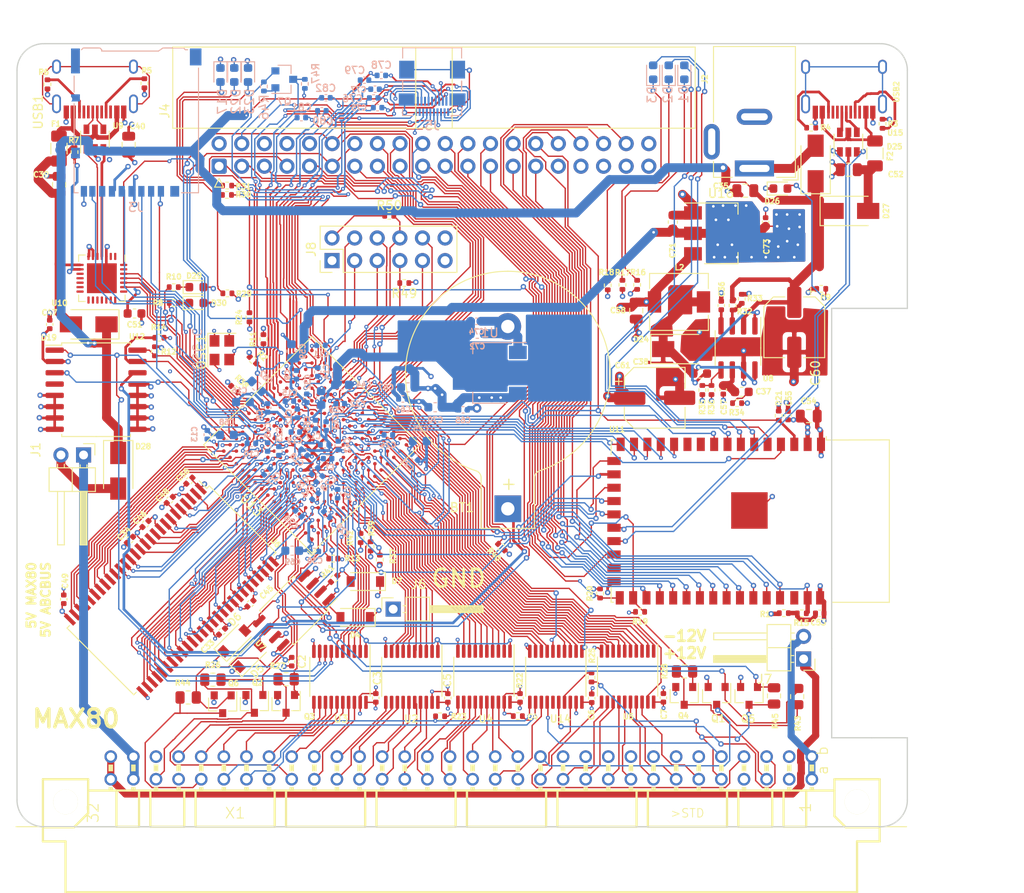
<source format=kicad_pcb>
(kicad_pcb (version 20171130) (host pcbnew 5.1.10-88a1d61d58~88~ubuntu20.04.1)

  (general
    (thickness 1.6)
    (drawings 19)
    (tracks 5498)
    (zones 0)
    (modules 188)
    (nets 273)
  )

  (page A4)
  (title_block
    (title MAX80)
    (date 2021-01-31)
    (rev 0.01)
    (company "No name")
  )

  (layers
    (0 F.Cu signal)
    (1 In1.Cu power)
    (2 In2.Cu signal)
    (31 B.Cu signal)
    (32 B.Adhes user)
    (33 F.Adhes user)
    (34 B.Paste user)
    (35 F.Paste user)
    (36 B.SilkS user)
    (37 F.SilkS user)
    (38 B.Mask user)
    (39 F.Mask user)
    (40 Dwgs.User user)
    (41 Cmts.User user)
    (42 Eco1.User user)
    (43 Eco2.User user)
    (44 Edge.Cuts user)
    (45 Margin user)
    (46 B.CrtYd user)
    (47 F.CrtYd user)
    (48 B.Fab user hide)
    (49 F.Fab user hide)
  )

  (setup
    (last_trace_width 0.15)
    (user_trace_width 0.15)
    (user_trace_width 0.3)
    (user_trace_width 0.5)
    (trace_clearance 0.15)
    (zone_clearance 0.15)
    (zone_45_only no)
    (trace_min 0.15)
    (via_size 0.6)
    (via_drill 0.3)
    (via_min_size 0.45)
    (via_min_drill 0.2)
    (user_via 0.45 0.2)
    (uvia_size 0.3)
    (uvia_drill 0.1)
    (uvias_allowed yes)
    (uvia_min_size 0.2)
    (uvia_min_drill 0.1)
    (edge_width 0.15)
    (segment_width 0.3)
    (pcb_text_width 0.3)
    (pcb_text_size 1.5 1.5)
    (mod_edge_width 0.15)
    (mod_text_size 1 1)
    (mod_text_width 0.15)
    (pad_size 0.46 0.4)
    (pad_drill 0)
    (pad_to_mask_clearance 0)
    (aux_axis_origin 0 0)
    (visible_elements FFFFFF7F)
    (pcbplotparams
      (layerselection 0x010fc_ffffffff)
      (usegerberextensions false)
      (usegerberattributes true)
      (usegerberadvancedattributes true)
      (creategerberjobfile true)
      (excludeedgelayer true)
      (linewidth 0.100000)
      (plotframeref false)
      (viasonmask false)
      (mode 1)
      (useauxorigin false)
      (hpglpennumber 1)
      (hpglpenspeed 20)
      (hpglpendiameter 15.000000)
      (psnegative false)
      (psa4output false)
      (plotreference true)
      (plotvalue true)
      (plotinvisibletext false)
      (padsonsilk false)
      (subtractmaskfromsilk false)
      (outputformat 1)
      (mirror false)
      (drillshape 0)
      (scaleselection 1)
      (outputdirectory "max80_gerber"))
  )

  (net 0 "")
  (net 1 GND)
  (net 2 +5V)
  (net 3 "Net-(R5-Pad2)")
  (net 4 "Net-(R6-Pad2)")
  (net 5 "Net-(R7-Pad1)")
  (net 6 "Net-(U10-Pad5)")
  (net 7 "Net-(U10-Pad4)")
  (net 8 "Net-(U9-Pad4)")
  (net 9 "Net-(U9-Pad6)")
  (net 10 "Net-(USB1-Pad13)")
  (net 11 "Net-(BT1-Pad1)")
  (net 12 /A4)
  (net 13 /A3)
  (net 14 /A2)
  (net 15 /A1)
  (net 16 /A0)
  (net 17 /IO0)
  (net 18 /IO3)
  (net 19 /IO4)
  (net 20 /IO5)
  (net 21 /IO6)
  (net 22 /IO7)
  (net 23 /A11)
  (net 24 /IO9)
  (net 25 /A8)
  (net 26 /A7)
  (net 27 /A6)
  (net 28 /A5)
  (net 29 /A9)
  (net 30 /A10)
  (net 31 /A12)
  (net 32 /IO8)
  (net 33 /IO10)
  (net 34 /IO11)
  (net 35 /IO12)
  (net 36 /IO13)
  (net 37 /IO14)
  (net 38 /IO15)
  (net 39 /abc80bus/D7)
  (net 40 /abc80bus/D6)
  (net 41 /abc80bus/D5)
  (net 42 /abc80bus/D4)
  (net 43 /abc80bus/D3)
  (net 44 /abc80bus/D2)
  (net 45 /abc80bus/D1)
  (net 46 /abc80bus/D0)
  (net 47 /abc80bus/A8)
  (net 48 /abc80bus/A9)
  (net 49 /abc80bus/A10)
  (net 50 /abc80bus/A11)
  (net 51 /abc80bus/A12)
  (net 52 /abc80bus/A13)
  (net 53 /abc80bus/A14)
  (net 54 /abc80bus/A15)
  (net 55 /abc80bus/A7)
  (net 56 /abc80bus/A6)
  (net 57 /abc80bus/A5)
  (net 58 /abc80bus/A4)
  (net 59 /abc80bus/A3)
  (net 60 /abc80bus/A2)
  (net 61 /abc80bus/A1)
  (net 62 /abc80bus/A0)
  (net 63 /IO1)
  (net 64 /IO2)
  (net 65 /32KHZ)
  (net 66 /RTC_INT)
  (net 67 /abc80bus/ABC5V)
  (net 68 /SD_DAT1)
  (net 69 /SD_DAT3)
  (net 70 /SD_CMD)
  (net 71 /SD_CLK)
  (net 72 /SD_DAT0)
  (net 73 FPGA_TDI)
  (net 74 FPGA_TMS)
  (net 75 FPGA_TDO)
  (net 76 FPGA_TCK)
  (net 77 ABC_CLK_5)
  (net 78 /FPGA_SCL)
  (net 79 /FPGA_SDA)
  (net 80 FPGA_SPI_CLK)
  (net 81 FGPA_SPI_CS_ESP32)
  (net 82 INT_ESP32)
  (net 83 "Net-(C53-Pad1)")
  (net 84 "Net-(F2-Pad2)")
  (net 85 ESP32_TDO)
  (net 86 ESP32_TCK)
  (net 87 ESP32_TMS)
  (net 88 ESP32_IO0)
  (net 89 ESP32_RXD)
  (net 90 ESP32_TXD)
  (net 91 ESP32_EN)
  (net 92 "Net-(R3-Pad2)")
  (net 93 "Net-(R4-Pad2)")
  (net 94 /ESP32/USB_D-)
  (net 95 /ESP32/USB_D+)
  (net 96 ESP32_TDI)
  (net 97 "Net-(U15-Pad6)")
  (net 98 "Net-(U15-Pad4)")
  (net 99 "Net-(USB2-Pad13)")
  (net 100 "Net-(D1-Pad2)")
  (net 101 "Net-(D1-Pad1)")
  (net 102 "Net-(D2-Pad2)")
  (net 103 "Net-(D2-Pad1)")
  (net 104 "Net-(D3-Pad2)")
  (net 105 "Net-(D3-Pad1)")
  (net 106 ESP32_SCL)
  (net 107 ESP32_SDA)
  (net 108 ESP32_CS2)
  (net 109 ESP32_CS0)
  (net 110 ESP32_MISO)
  (net 111 ESP32_SCK)
  (net 112 ESP32_MOSI)
  (net 113 ESP32_CS1)
  (net 114 /FPGA_USB_TXD)
  (net 115 /FPGA_USB_RXD)
  (net 116 /abc80bus/~CS)
  (net 117 /abc80bus/~C4)
  (net 118 /abc80bus/~C3)
  (net 119 /abc80bus/~C2)
  (net 120 /abc80bus/~C1)
  (net 121 /abc80bus/~OUT)
  (net 122 /abc80bus/~RST)
  (net 123 /abc80bus/~XMEMFL)
  (net 124 /abc80bus/~INP)
  (net 125 /abc80bus/~STATUS)
  (net 126 /abc80bus/~XINPSTB)
  (net 127 /abc80bus/~XOUTSTB)
  (net 128 AD0)
  (net 129 AD1)
  (net 130 AD2)
  (net 131 AD3)
  (net 132 AD4)
  (net 133 AD5)
  (net 134 AD6)
  (net 135 AD7)
  (net 136 /abc80bus/~RESIN)
  (net 137 /FPGA_LED1)
  (net 138 /FPGA_LED2)
  (net 139 /FPGA_LED3)
  (net 140 "Net-(D17-Pad2)")
  (net 141 "Net-(D22-Pad2)")
  (net 142 "Net-(D23-Pad2)")
  (net 143 FPGA_GPIO3)
  (net 144 FPGA_GPIO2)
  (net 145 FPGA_GPIO1)
  (net 146 FPGA_GPIO0)
  (net 147 FPGA_GPIO5)
  (net 148 FPGA_GPIO4)
  (net 149 "Net-(C36-Pad1)")
  (net 150 "Net-(C37-Pad2)")
  (net 151 "Net-(C37-Pad1)")
  (net 152 "Net-(C38-Pad2)")
  (net 153 "Net-(R32-Pad2)")
  (net 154 "Net-(R35-Pad2)")
  (net 155 "Net-(C38-Pad1)")
  (net 156 /abc80bus/READY)
  (net 157 /abc80bus/~NMI)
  (net 158 ~FPGA_READY)
  (net 159 FPGA_NMI)
  (net 160 "Net-(D26-Pad2)")
  (net 161 FPGA_RESIN)
  (net 162 /DQMH)
  (net 163 /CLK)
  (net 164 /CKE)
  (net 165 /BA1)
  (net 166 /BA0)
  (net 167 /DQML)
  (net 168 "Net-(D28-Pad2)")
  (net 169 "Net-(D25-Pad2)")
  (net 170 "Net-(F1-Pad2)")
  (net 171 /FPGA_USB_RTS)
  (net 172 /FPGA_USB_CTS)
  (net 173 "Net-(C39-Pad1)")
  (net 174 "Net-(C52-Pad1)")
  (net 175 /WE#)
  (net 176 /CAS#)
  (net 177 /RAS#)
  (net 178 /CS#)
  (net 179 "Net-(D29-Pad1)")
  (net 180 "Net-(D30-Pad1)")
  (net 181 +3V3)
  (net 182 +2V5)
  (net 183 +1V2)
  (net 184 "Net-(R13-Pad1)")
  (net 185 "Net-(R37-Pad2)")
  (net 186 "Net-(R38-Pad2)")
  (net 187 "Net-(R41-Pad2)")
  (net 188 DATA0)
  (net 189 ~CS_ABC_3V3)
  (net 190 ~OUT_ABC_3V3)
  (net 191 AD8)
  (net 192 ~C1_ABC_3V3)
  (net 193 AD9)
  (net 194 ~C2_ABC_3V3)
  (net 195 AD10)
  (net 196 ~C3_ABC_3V3)
  (net 197 ~C4_ABC_3V3)
  (net 198 AD11)
  (net 199 AD12)
  (net 200 AD13)
  (net 201 AD14)
  (net 202 AD15)
  (net 203 DLCK)
  (net 204 ASD0)
  (net 205 nCE0)
  (net 206 ~INP_ABC_3V3)
  (net 207 ~STATUS_ABC_3V3)
  (net 208 DD0)
  (net 209 DD1)
  (net 210 DD2)
  (net 211 DD3)
  (net 212 DD4)
  (net 213 DD5)
  (net 214 DD6)
  (net 215 DD7)
  (net 216 DD8)
  (net 217 ~XOUTSTB_ABC_3V3)
  (net 218 ~RST_ABC_3V3)
  (net 219 ~XMEMFL_ABC_3V3)
  (net 220 ~XINPSTB_ABC_3V3)
  (net 221 ABC_CLK_3V3)
  (net 222 DD9)
  (net 223 FPGA_SPI_MOSI)
  (net 224 FPGA_SPI_MISO)
  (net 225 /SD_DAT2)
  (net 226 CLK0n)
  (net 227 "Net-(J5-PadSH)")
  (net 228 HDMI_CK-)
  (net 229 HDMI_D0+)
  (net 230 HDMI_D1-)
  (net 231 HDMI_D2+)
  (net 232 HDMI_CK+)
  (net 233 HDMI_D0-)
  (net 234 HDMI_D1+)
  (net 235 HDMI_D2-)
  (net 236 HDMI_SDA)
  (net 237 HDMI_HPD)
  (net 238 HDMI_SCL)
  (net 239 FPGA_JTAGEN)
  (net 240 FLASH_CS#)
  (net 241 /abc80bus/~INT)
  (net 242 /abc80bus/~XMEMW800)
  (net 243 /abc80bus/~XMEMW80)
  (net 244 INT_ABC_3V3)
  (net 245 INT800_ABC_3V3)
  (net 246 ~XMEMW80_ABC_3V3)
  (net 247 ~XMEMW800_ABC_3V3)
  (net 248 /abc80bus/~XM)
  (net 249 XM_ABC_3V3)
  (net 250 "Net-(R25-Pad2)")
  (net 251 AD16)
  (net 252 DD10)
  (net 253 /abc80bus/ABC_-12V)
  (net 254 /abc80bus/ABC_12V)
  (net 255 /FPGA_USB_DTR)
  (net 256 "Net-(C75-Pad1)")
  (net 257 "Net-(C76-Pad1)")
  (net 258 "Net-(C77-Pad1)")
  (net 259 "Net-(C78-Pad1)")
  (net 260 "Net-(C79-Pad1)")
  (net 261 "Net-(C80-Pad1)")
  (net 262 "Net-(C81-Pad1)")
  (net 263 "Net-(C82-Pad1)")
  (net 264 "Net-(J5-Pad19)")
  (net 265 EXT_HG)
  (net 266 EXT_HB)
  (net 267 EXT_HE)
  (net 268 EXT_HC)
  (net 269 EXT_HA)
  (net 270 EXT_HF)
  (net 271 EXT_HH)
  (net 272 EXT_HD)

  (net_class Default "This is the default net class."
    (clearance 0.15)
    (trace_width 0.15)
    (via_dia 0.6)
    (via_drill 0.3)
    (uvia_dia 0.3)
    (uvia_drill 0.1)
    (add_net +1V2)
    (add_net +2V5)
    (add_net +3V3)
    (add_net +5V)
    (add_net /32KHZ)
    (add_net /A0)
    (add_net /A1)
    (add_net /A10)
    (add_net /A11)
    (add_net /A12)
    (add_net /A2)
    (add_net /A3)
    (add_net /A4)
    (add_net /A5)
    (add_net /A6)
    (add_net /A7)
    (add_net /A8)
    (add_net /A9)
    (add_net /BA0)
    (add_net /BA1)
    (add_net /CAS#)
    (add_net /CKE)
    (add_net /CLK)
    (add_net /CS#)
    (add_net /DQMH)
    (add_net /DQML)
    (add_net /ESP32/USB_D+)
    (add_net /ESP32/USB_D-)
    (add_net /FPGA_LED1)
    (add_net /FPGA_LED2)
    (add_net /FPGA_LED3)
    (add_net /FPGA_SCL)
    (add_net /FPGA_SDA)
    (add_net /FPGA_USB_CTS)
    (add_net /FPGA_USB_DTR)
    (add_net /FPGA_USB_RTS)
    (add_net /FPGA_USB_RXD)
    (add_net /FPGA_USB_TXD)
    (add_net /IO0)
    (add_net /IO1)
    (add_net /IO10)
    (add_net /IO11)
    (add_net /IO12)
    (add_net /IO13)
    (add_net /IO14)
    (add_net /IO15)
    (add_net /IO2)
    (add_net /IO3)
    (add_net /IO4)
    (add_net /IO5)
    (add_net /IO6)
    (add_net /IO7)
    (add_net /IO8)
    (add_net /IO9)
    (add_net /RAS#)
    (add_net /RTC_INT)
    (add_net /SD_CLK)
    (add_net /SD_CMD)
    (add_net /SD_DAT0)
    (add_net /SD_DAT1)
    (add_net /SD_DAT2)
    (add_net /SD_DAT3)
    (add_net /WE#)
    (add_net /abc80bus/A0)
    (add_net /abc80bus/A1)
    (add_net /abc80bus/A10)
    (add_net /abc80bus/A11)
    (add_net /abc80bus/A12)
    (add_net /abc80bus/A13)
    (add_net /abc80bus/A14)
    (add_net /abc80bus/A15)
    (add_net /abc80bus/A2)
    (add_net /abc80bus/A3)
    (add_net /abc80bus/A4)
    (add_net /abc80bus/A5)
    (add_net /abc80bus/A6)
    (add_net /abc80bus/A7)
    (add_net /abc80bus/A8)
    (add_net /abc80bus/A9)
    (add_net /abc80bus/ABC5V)
    (add_net /abc80bus/ABC_-12V)
    (add_net /abc80bus/ABC_12V)
    (add_net /abc80bus/D0)
    (add_net /abc80bus/D1)
    (add_net /abc80bus/D2)
    (add_net /abc80bus/D3)
    (add_net /abc80bus/D4)
    (add_net /abc80bus/D5)
    (add_net /abc80bus/D6)
    (add_net /abc80bus/D7)
    (add_net /abc80bus/READY)
    (add_net /abc80bus/~C1)
    (add_net /abc80bus/~C2)
    (add_net /abc80bus/~C3)
    (add_net /abc80bus/~C4)
    (add_net /abc80bus/~CS)
    (add_net /abc80bus/~INP)
    (add_net /abc80bus/~INT)
    (add_net /abc80bus/~NMI)
    (add_net /abc80bus/~OUT)
    (add_net /abc80bus/~RESIN)
    (add_net /abc80bus/~RST)
    (add_net /abc80bus/~STATUS)
    (add_net /abc80bus/~XINPSTB)
    (add_net /abc80bus/~XM)
    (add_net /abc80bus/~XMEMFL)
    (add_net /abc80bus/~XMEMW80)
    (add_net /abc80bus/~XMEMW800)
    (add_net /abc80bus/~XOUTSTB)
    (add_net ABC_CLK_3V3)
    (add_net ABC_CLK_5)
    (add_net AD0)
    (add_net AD1)
    (add_net AD10)
    (add_net AD11)
    (add_net AD12)
    (add_net AD13)
    (add_net AD14)
    (add_net AD15)
    (add_net AD16)
    (add_net AD2)
    (add_net AD3)
    (add_net AD4)
    (add_net AD5)
    (add_net AD6)
    (add_net AD7)
    (add_net AD8)
    (add_net AD9)
    (add_net ASD0)
    (add_net CLK0n)
    (add_net DATA0)
    (add_net DD0)
    (add_net DD1)
    (add_net DD10)
    (add_net DD2)
    (add_net DD3)
    (add_net DD4)
    (add_net DD5)
    (add_net DD6)
    (add_net DD7)
    (add_net DD8)
    (add_net DD9)
    (add_net DLCK)
    (add_net ESP32_CS0)
    (add_net ESP32_CS1)
    (add_net ESP32_CS2)
    (add_net ESP32_EN)
    (add_net ESP32_IO0)
    (add_net ESP32_MISO)
    (add_net ESP32_MOSI)
    (add_net ESP32_RXD)
    (add_net ESP32_SCK)
    (add_net ESP32_SCL)
    (add_net ESP32_SDA)
    (add_net ESP32_TCK)
    (add_net ESP32_TDI)
    (add_net ESP32_TDO)
    (add_net ESP32_TMS)
    (add_net ESP32_TXD)
    (add_net EXT_HA)
    (add_net EXT_HB)
    (add_net EXT_HC)
    (add_net EXT_HD)
    (add_net EXT_HE)
    (add_net EXT_HF)
    (add_net EXT_HG)
    (add_net EXT_HH)
    (add_net FGPA_SPI_CS_ESP32)
    (add_net FLASH_CS#)
    (add_net FPGA_GPIO0)
    (add_net FPGA_GPIO1)
    (add_net FPGA_GPIO2)
    (add_net FPGA_GPIO3)
    (add_net FPGA_GPIO4)
    (add_net FPGA_GPIO5)
    (add_net FPGA_JTAGEN)
    (add_net FPGA_NMI)
    (add_net FPGA_RESIN)
    (add_net FPGA_SPI_CLK)
    (add_net FPGA_SPI_MISO)
    (add_net FPGA_SPI_MOSI)
    (add_net FPGA_TCK)
    (add_net FPGA_TDI)
    (add_net FPGA_TDO)
    (add_net FPGA_TMS)
    (add_net GND)
    (add_net HDMI_CK+)
    (add_net HDMI_CK-)
    (add_net HDMI_D0+)
    (add_net HDMI_D0-)
    (add_net HDMI_D1+)
    (add_net HDMI_D1-)
    (add_net HDMI_D2+)
    (add_net HDMI_D2-)
    (add_net HDMI_HPD)
    (add_net HDMI_SCL)
    (add_net HDMI_SDA)
    (add_net INT800_ABC_3V3)
    (add_net INT_ABC_3V3)
    (add_net INT_ESP32)
    (add_net "Net-(BT1-Pad1)")
    (add_net "Net-(C36-Pad1)")
    (add_net "Net-(C37-Pad1)")
    (add_net "Net-(C37-Pad2)")
    (add_net "Net-(C38-Pad1)")
    (add_net "Net-(C38-Pad2)")
    (add_net "Net-(C39-Pad1)")
    (add_net "Net-(C52-Pad1)")
    (add_net "Net-(C53-Pad1)")
    (add_net "Net-(C75-Pad1)")
    (add_net "Net-(C76-Pad1)")
    (add_net "Net-(C77-Pad1)")
    (add_net "Net-(C78-Pad1)")
    (add_net "Net-(C79-Pad1)")
    (add_net "Net-(C80-Pad1)")
    (add_net "Net-(C81-Pad1)")
    (add_net "Net-(C82-Pad1)")
    (add_net "Net-(D1-Pad1)")
    (add_net "Net-(D1-Pad2)")
    (add_net "Net-(D17-Pad2)")
    (add_net "Net-(D2-Pad1)")
    (add_net "Net-(D2-Pad2)")
    (add_net "Net-(D22-Pad2)")
    (add_net "Net-(D23-Pad2)")
    (add_net "Net-(D25-Pad2)")
    (add_net "Net-(D26-Pad2)")
    (add_net "Net-(D28-Pad2)")
    (add_net "Net-(D29-Pad1)")
    (add_net "Net-(D3-Pad1)")
    (add_net "Net-(D3-Pad2)")
    (add_net "Net-(D30-Pad1)")
    (add_net "Net-(F1-Pad2)")
    (add_net "Net-(F2-Pad2)")
    (add_net "Net-(J5-Pad19)")
    (add_net "Net-(J5-PadSH)")
    (add_net "Net-(R13-Pad1)")
    (add_net "Net-(R25-Pad2)")
    (add_net "Net-(R3-Pad2)")
    (add_net "Net-(R32-Pad2)")
    (add_net "Net-(R35-Pad2)")
    (add_net "Net-(R37-Pad2)")
    (add_net "Net-(R38-Pad2)")
    (add_net "Net-(R4-Pad2)")
    (add_net "Net-(R41-Pad2)")
    (add_net "Net-(R5-Pad2)")
    (add_net "Net-(R6-Pad2)")
    (add_net "Net-(R7-Pad1)")
    (add_net "Net-(U10-Pad4)")
    (add_net "Net-(U10-Pad5)")
    (add_net "Net-(U15-Pad4)")
    (add_net "Net-(U15-Pad6)")
    (add_net "Net-(U9-Pad4)")
    (add_net "Net-(U9-Pad6)")
    (add_net "Net-(USB1-Pad13)")
    (add_net "Net-(USB2-Pad13)")
    (add_net XM_ABC_3V3)
    (add_net nCE0)
    (add_net ~C1_ABC_3V3)
    (add_net ~C2_ABC_3V3)
    (add_net ~C3_ABC_3V3)
    (add_net ~C4_ABC_3V3)
    (add_net ~CS_ABC_3V3)
    (add_net ~FPGA_READY)
    (add_net ~INP_ABC_3V3)
    (add_net ~OUT_ABC_3V3)
    (add_net ~RST_ABC_3V3)
    (add_net ~STATUS_ABC_3V3)
    (add_net ~XINPSTB_ABC_3V3)
    (add_net ~XMEMFL_ABC_3V3)
    (add_net ~XMEMW800_ABC_3V3)
    (add_net ~XMEMW80_ABC_3V3)
    (add_net ~XOUTSTB_ABC_3V3)
  )

  (module Resistor_SMD:R_0402_1005Metric (layer F.Cu) (tedit 5F68FEEE) (tstamp 60E9BA92)
    (at 94.31 110.35)
    (descr "Resistor SMD 0402 (1005 Metric), square (rectangular) end terminal, IPC_7351 nominal, (Body size source: IPC-SM-782 page 72, https://www.pcb-3d.com/wordpress/wp-content/uploads/ipc-sm-782a_amendment_1_and_2.pdf), generated with kicad-footprint-generator")
    (tags resistor)
    (path /60B94961/612EABC3)
    (attr smd)
    (fp_text reference R50 (at 0 -1.17) (layer F.SilkS)
      (effects (font (size 1 1) (thickness 0.15)))
    )
    (fp_text value 10k (at 0 1.17) (layer F.Fab)
      (effects (font (size 1 1) (thickness 0.15)))
    )
    (fp_line (start -0.525 0.27) (end -0.525 -0.27) (layer F.Fab) (width 0.1))
    (fp_line (start -0.525 -0.27) (end 0.525 -0.27) (layer F.Fab) (width 0.1))
    (fp_line (start 0.525 -0.27) (end 0.525 0.27) (layer F.Fab) (width 0.1))
    (fp_line (start 0.525 0.27) (end -0.525 0.27) (layer F.Fab) (width 0.1))
    (fp_line (start -0.153641 -0.38) (end 0.153641 -0.38) (layer F.SilkS) (width 0.12))
    (fp_line (start -0.153641 0.38) (end 0.153641 0.38) (layer F.SilkS) (width 0.12))
    (fp_line (start -0.93 0.47) (end -0.93 -0.47) (layer F.CrtYd) (width 0.05))
    (fp_line (start -0.93 -0.47) (end 0.93 -0.47) (layer F.CrtYd) (width 0.05))
    (fp_line (start 0.93 -0.47) (end 0.93 0.47) (layer F.CrtYd) (width 0.05))
    (fp_line (start 0.93 0.47) (end -0.93 0.47) (layer F.CrtYd) (width 0.05))
    (fp_text user %R (at 0 0) (layer F.Fab)
      (effects (font (size 0.26 0.26) (thickness 0.04)))
    )
    (pad 2 smd roundrect (at 0.51 0) (size 0.54 0.64) (layers F.Cu F.Paste F.Mask) (roundrect_rratio 0.25)
      (net 271 EXT_HH))
    (pad 1 smd roundrect (at -0.51 0) (size 0.54 0.64) (layers F.Cu F.Paste F.Mask) (roundrect_rratio 0.25)
      (net 181 +3V3))
    (model ${KISYS3DMOD}/Resistor_SMD.3dshapes/R_0402_1005Metric.wrl
      (at (xyz 0 0 0))
      (scale (xyz 1 1 1))
      (rotate (xyz 0 0 0))
    )
  )

  (module Resistor_SMD:R_0402_1005Metric (layer F.Cu) (tedit 5F68FEEE) (tstamp 60E9BA81)
    (at 96 117.9 180)
    (descr "Resistor SMD 0402 (1005 Metric), square (rectangular) end terminal, IPC_7351 nominal, (Body size source: IPC-SM-782 page 72, https://www.pcb-3d.com/wordpress/wp-content/uploads/ipc-sm-782a_amendment_1_and_2.pdf), generated with kicad-footprint-generator")
    (tags resistor)
    (path /60B94961/612EA5C6)
    (attr smd)
    (fp_text reference R49 (at 0 -1.17) (layer F.SilkS)
      (effects (font (size 1 1) (thickness 0.15)))
    )
    (fp_text value 10k (at 0 1.17) (layer F.Fab)
      (effects (font (size 1 1) (thickness 0.15)))
    )
    (fp_line (start -0.525 0.27) (end -0.525 -0.27) (layer F.Fab) (width 0.1))
    (fp_line (start -0.525 -0.27) (end 0.525 -0.27) (layer F.Fab) (width 0.1))
    (fp_line (start 0.525 -0.27) (end 0.525 0.27) (layer F.Fab) (width 0.1))
    (fp_line (start 0.525 0.27) (end -0.525 0.27) (layer F.Fab) (width 0.1))
    (fp_line (start -0.153641 -0.38) (end 0.153641 -0.38) (layer F.SilkS) (width 0.12))
    (fp_line (start -0.153641 0.38) (end 0.153641 0.38) (layer F.SilkS) (width 0.12))
    (fp_line (start -0.93 0.47) (end -0.93 -0.47) (layer F.CrtYd) (width 0.05))
    (fp_line (start -0.93 -0.47) (end 0.93 -0.47) (layer F.CrtYd) (width 0.05))
    (fp_line (start 0.93 -0.47) (end 0.93 0.47) (layer F.CrtYd) (width 0.05))
    (fp_line (start 0.93 0.47) (end -0.93 0.47) (layer F.CrtYd) (width 0.05))
    (fp_text user %R (at 0 0) (layer F.Fab)
      (effects (font (size 0.26 0.26) (thickness 0.04)))
    )
    (pad 2 smd roundrect (at 0.51 0 180) (size 0.54 0.64) (layers F.Cu F.Paste F.Mask) (roundrect_rratio 0.25)
      (net 268 EXT_HC))
    (pad 1 smd roundrect (at -0.51 0 180) (size 0.54 0.64) (layers F.Cu F.Paste F.Mask) (roundrect_rratio 0.25)
      (net 181 +3V3))
    (model ${KISYS3DMOD}/Resistor_SMD.3dshapes/R_0402_1005Metric.wrl
      (at (xyz 0 0 0))
      (scale (xyz 1 1 1))
      (rotate (xyz 0 0 0))
    )
  )

  (module Capacitor_SMD:C_0603_1608Metric (layer B.Cu) (tedit 5F68FEEE) (tstamp 60800F28)
    (at 89 129.35)
    (descr "Capacitor SMD 0603 (1608 Metric), square (rectangular) end terminal, IPC_7351 nominal, (Body size source: IPC-SM-782 page 76, https://www.pcb-3d.com/wordpress/wp-content/uploads/ipc-sm-782a_amendment_1_and_2.pdf), generated with kicad-footprint-generator")
    (tags capacitor)
    (path /604B2191/65C6F7D3)
    (zone_connect 2)
    (attr smd)
    (fp_text reference C44 (at 2.45 -0.03) (layer B.SilkS)
      (effects (font (size 0.6 0.6) (thickness 0.15)) (justify mirror))
    )
    (fp_text value 47uF (at 0 -1.43) (layer B.Fab)
      (effects (font (size 1 1) (thickness 0.15)) (justify mirror))
    )
    (fp_line (start 1.48 -0.73) (end -1.48 -0.73) (layer B.CrtYd) (width 0.05))
    (fp_line (start 1.48 0.73) (end 1.48 -0.73) (layer B.CrtYd) (width 0.05))
    (fp_line (start -1.48 0.73) (end 1.48 0.73) (layer B.CrtYd) (width 0.05))
    (fp_line (start -1.48 -0.73) (end -1.48 0.73) (layer B.CrtYd) (width 0.05))
    (fp_line (start -0.14058 -0.51) (end 0.14058 -0.51) (layer B.SilkS) (width 0.12))
    (fp_line (start -0.14058 0.51) (end 0.14058 0.51) (layer B.SilkS) (width 0.12))
    (fp_line (start 0.8 -0.4) (end -0.8 -0.4) (layer B.Fab) (width 0.1))
    (fp_line (start 0.8 0.4) (end 0.8 -0.4) (layer B.Fab) (width 0.1))
    (fp_line (start -0.8 0.4) (end 0.8 0.4) (layer B.Fab) (width 0.1))
    (fp_line (start -0.8 -0.4) (end -0.8 0.4) (layer B.Fab) (width 0.1))
    (fp_text user %R (at 0 0) (layer B.Fab)
      (effects (font (size 0.4 0.4) (thickness 0.06)) (justify mirror))
    )
    (pad 2 smd roundrect (at 0.775 0) (size 0.9 0.95) (layers B.Cu B.Paste B.Mask) (roundrect_rratio 0.25)
      (net 1 GND) (zone_connect 2))
    (pad 1 smd roundrect (at -0.775 0) (size 0.9 0.95) (layers B.Cu B.Paste B.Mask) (roundrect_rratio 0.25)
      (net 183 +1V2) (zone_connect 2))
    (model ${KISYS3DMOD}/Capacitor_SMD.3dshapes/C_0603_1608Metric.wrl
      (at (xyz 0 0 0))
      (scale (xyz 1 1 1))
      (rotate (xyz 0 0 0))
    )
  )

  (module Connector_PinHeader_2.54mm:PinHeader_2x06_P2.54mm_Vertical (layer F.Cu) (tedit 59FED5CC) (tstamp 60E185F6)
    (at 87.88 115.38 90)
    (descr "Through hole straight pin header, 2x06, 2.54mm pitch, double rows")
    (tags "Through hole pin header THT 2x06 2.54mm double row")
    (path /60B94961/6100C1FE)
    (fp_text reference J8 (at 1.27 -2.33 90) (layer F.SilkS)
      (effects (font (size 1 1) (thickness 0.15)))
    )
    (fp_text value Conn_02x5_Odd_Even (at 1.27 15.03 90) (layer F.Fab)
      (effects (font (size 1 1) (thickness 0.15)))
    )
    (fp_line (start 4.35 -1.8) (end -1.8 -1.8) (layer F.CrtYd) (width 0.05))
    (fp_line (start 4.35 14.5) (end 4.35 -1.8) (layer F.CrtYd) (width 0.05))
    (fp_line (start -1.8 14.5) (end 4.35 14.5) (layer F.CrtYd) (width 0.05))
    (fp_line (start -1.8 -1.8) (end -1.8 14.5) (layer F.CrtYd) (width 0.05))
    (fp_line (start -1.33 -1.33) (end 0 -1.33) (layer F.SilkS) (width 0.12))
    (fp_line (start -1.33 0) (end -1.33 -1.33) (layer F.SilkS) (width 0.12))
    (fp_line (start 1.27 -1.33) (end 3.87 -1.33) (layer F.SilkS) (width 0.12))
    (fp_line (start 1.27 1.27) (end 1.27 -1.33) (layer F.SilkS) (width 0.12))
    (fp_line (start -1.33 1.27) (end 1.27 1.27) (layer F.SilkS) (width 0.12))
    (fp_line (start 3.87 -1.33) (end 3.87 14.03) (layer F.SilkS) (width 0.12))
    (fp_line (start -1.33 1.27) (end -1.33 14.03) (layer F.SilkS) (width 0.12))
    (fp_line (start -1.33 14.03) (end 3.87 14.03) (layer F.SilkS) (width 0.12))
    (fp_line (start -1.27 0) (end 0 -1.27) (layer F.Fab) (width 0.1))
    (fp_line (start -1.27 13.97) (end -1.27 0) (layer F.Fab) (width 0.1))
    (fp_line (start 3.81 13.97) (end -1.27 13.97) (layer F.Fab) (width 0.1))
    (fp_line (start 3.81 -1.27) (end 3.81 13.97) (layer F.Fab) (width 0.1))
    (fp_line (start 0 -1.27) (end 3.81 -1.27) (layer F.Fab) (width 0.1))
    (fp_text user %R (at 1.27 6.35) (layer F.Fab)
      (effects (font (size 1 1) (thickness 0.15)))
    )
    (pad 12 thru_hole oval (at 2.54 12.7 90) (size 1.7 1.7) (drill 1) (layers *.Cu *.Mask)
      (net 1 GND))
    (pad 11 thru_hole oval (at 0 12.7 90) (size 1.7 1.7) (drill 1) (layers *.Cu *.Mask)
      (net 1 GND))
    (pad 10 thru_hole oval (at 2.54 10.16 90) (size 1.7 1.7) (drill 1) (layers *.Cu *.Mask)
      (net 270 EXT_HF))
    (pad 9 thru_hole oval (at 0 10.16 90) (size 1.7 1.7) (drill 1) (layers *.Cu *.Mask)
      (net 272 EXT_HD))
    (pad 8 thru_hole oval (at 2.54 7.62 90) (size 1.7 1.7) (drill 1) (layers *.Cu *.Mask)
      (net 271 EXT_HH))
    (pad 7 thru_hole oval (at 0 7.62 90) (size 1.7 1.7) (drill 1) (layers *.Cu *.Mask)
      (net 268 EXT_HC))
    (pad 6 thru_hole oval (at 2.54 5.08 90) (size 1.7 1.7) (drill 1) (layers *.Cu *.Mask)
      (net 265 EXT_HG))
    (pad 5 thru_hole oval (at 0 5.08 90) (size 1.7 1.7) (drill 1) (layers *.Cu *.Mask)
      (net 266 EXT_HB))
    (pad 4 thru_hole oval (at 2.54 2.54 90) (size 1.7 1.7) (drill 1) (layers *.Cu *.Mask)
      (net 267 EXT_HE))
    (pad 3 thru_hole oval (at 0 2.54 90) (size 1.7 1.7) (drill 1) (layers *.Cu *.Mask)
      (net 269 EXT_HA))
    (pad 2 thru_hole oval (at 2.54 0 90) (size 1.7 1.7) (drill 1) (layers *.Cu *.Mask)
      (net 181 +3V3))
    (pad 1 thru_hole rect (at 0 0 90) (size 1.7 1.7) (drill 1) (layers *.Cu *.Mask)
      (net 181 +3V3))
    (model ${KISYS3DMOD}/Connector_PinHeader_2.54mm.3dshapes/PinHeader_2x06_P2.54mm_Vertical.wrl
      (at (xyz 0 0 0))
      (scale (xyz 1 1 1))
      (rotate (xyz 0 0 0))
    )
  )

  (module max80:microSD_HC_Hirose_DM3AT-SF-PEJM5 (layer B.Cu) (tedit 601C235A) (tstamp 6025F4CD)
    (at 65.89 99.87)
    (descr "Micro SD, SMD, right-angle, push-pull (https://www.hirose.com/product/en/download_file/key_name/DM3AT-SF-PEJM5/category/Drawing%20(2D)/doc_file_id/44099/?file_category_id=6&item_id=06090031000&is_series=)")
    (tags "Micro SD")
    (path /6022B125)
    (attr smd)
    (fp_text reference J3 (at -0.075 9.525) (layer B.SilkS)
      (effects (font (size 1 1) (thickness 0.15)) (justify mirror))
    )
    (fp_text value "Micro_SD_Card DM3AT-SF-PEJM5" (at -0.075 -9.575) (layer B.Fab)
      (effects (font (size 1 1) (thickness 0.15)) (justify mirror))
    )
    (fp_line (start 3.275 1.525) (end 2.7 1.125) (layer Dwgs.User) (width 0.1))
    (fp_line (start 3.275 2.025) (end 2 1.125) (layer Dwgs.User) (width 0.1))
    (fp_line (start 3.275 2.525) (end 1.3 1.125) (layer Dwgs.User) (width 0.1))
    (fp_line (start 2.825 2.725) (end 0.6 1.125) (layer Dwgs.User) (width 0.1))
    (fp_line (start 2.125 2.725) (end -0.1 1.125) (layer Dwgs.User) (width 0.1))
    (fp_line (start 1.425 2.725) (end -0.8 1.125) (layer Dwgs.User) (width 0.1))
    (fp_line (start 0.725 2.725) (end -1.5 1.125) (layer Dwgs.User) (width 0.1))
    (fp_line (start 0.025 2.725) (end -2.2 1.125) (layer Dwgs.User) (width 0.1))
    (fp_line (start -0.675 2.725) (end -2.9 1.125) (layer Dwgs.User) (width 0.1))
    (fp_line (start -1.375 2.725) (end -3.6 1.125) (layer Dwgs.User) (width 0.1))
    (fp_line (start -2.075 2.725) (end -4.3 1.125) (layer Dwgs.User) (width 0.1))
    (fp_line (start -5.925 -8.325) (end -5.925 -13.225) (layer B.Fab) (width 0.1))
    (fp_line (start 5.075 -13.225) (end 5.075 -8.325) (layer B.Fab) (width 0.1))
    (fp_line (start -5.425 -13.725) (end 4.575 -13.725) (layer B.Fab) (width 0.1))
    (fp_line (start -5.425 -9.725) (end 4.575 -9.725) (layer B.Fab) (width 0.1))
    (fp_line (start 2.51 -7.975) (end -3.915 -7.975) (layer B.Fab) (width 0.1))
    (fp_line (start 6.925 7.825) (end -6.925 7.825) (layer B.Fab) (width 0.1))
    (fp_line (start 6.925 -8.125) (end 6.925 7.825) (layer B.Fab) (width 0.1))
    (fp_line (start -6.925 -8.125) (end -6.925 7.825) (layer B.Fab) (width 0.1))
    (fp_line (start 5.285 -8.325) (end 3.035 -8.325) (layer B.Fab) (width 0.1))
    (fp_line (start 5.285 -8.325) (end 5.485 -8.125) (layer B.Fab) (width 0.1))
    (fp_line (start 3.035 -8.325) (end 2.51 -7.975) (layer B.Fab) (width 0.1))
    (fp_line (start -5.915 -8.325) (end -6.115 -8.125) (layer B.Fab) (width 0.1))
    (fp_line (start -3.915 -8.125) (end -4.115 -8.325) (layer B.Fab) (width 0.1))
    (fp_line (start -4.115 -8.325) (end -5.915 -8.325) (layer B.Fab) (width 0.1))
    (fp_line (start 5.485 -8.125) (end 6.925 -8.125) (layer B.Fab) (width 0.1))
    (fp_line (start -6.115 -8.125) (end -6.925 -8.125) (layer B.Fab) (width 0.1))
    (fp_line (start -3.915 -8.125) (end -3.915 -7.975) (layer B.Fab) (width 0.1))
    (fp_line (start -5.425 2.725) (end 3.275 2.725) (layer Dwgs.User) (width 0.1))
    (fp_line (start 3.275 2.725) (end 3.275 1.125) (layer Dwgs.User) (width 0.1))
    (fp_line (start 3.275 1.125) (end -5.425 1.125) (layer Dwgs.User) (width 0.1))
    (fp_line (start 2.925 -6.975) (end 5.475 -6.975) (layer Dwgs.User) (width 0.1))
    (fp_line (start 5.475 -6.975) (end 5.475 -8.325) (layer Dwgs.User) (width 0.1))
    (fp_line (start 5.475 -8.325) (end 2.925 -8.325) (layer Dwgs.User) (width 0.1))
    (fp_line (start 2.925 -8.325) (end 2.925 -6.975) (layer Dwgs.User) (width 0.1))
    (fp_line (start -6.125 1.425) (end -5.425 1.425) (layer Dwgs.User) (width 0.1))
    (fp_line (start -5.425 2.725) (end -5.425 -6.175) (layer Dwgs.User) (width 0.1))
    (fp_line (start -5.425 -6.175) (end -6.125 -6.175) (layer Dwgs.User) (width 0.1))
    (fp_line (start -6.125 -6.175) (end -6.125 1.425) (layer Dwgs.User) (width 0.1))
    (fp_line (start -7.225 7.275) (end -6.475 7.275) (layer Dwgs.User) (width 0.1))
    (fp_line (start -6.475 7.275) (end -6.475 -0.775) (layer Dwgs.User) (width 0.1))
    (fp_line (start -6.475 -0.775) (end -7.225 -0.775) (layer Dwgs.User) (width 0.1))
    (fp_line (start -7.225 -0.775) (end -7.225 7.275) (layer Dwgs.User) (width 0.1))
    (fp_line (start -7.82 8.82) (end 7.88 8.82) (layer B.CrtYd) (width 0.05))
    (fp_line (start 7.88 8.82) (end 7.88 -8.88) (layer B.CrtYd) (width 0.05))
    (fp_line (start 7.88 -8.88) (end -7.82 -8.88) (layer B.CrtYd) (width 0.05))
    (fp_line (start -7.82 -8.88) (end -7.82 8.82) (layer B.CrtYd) (width 0.05))
    (fp_line (start 5.075 7.885) (end 6.995 7.885) (layer B.SilkS) (width 0.12))
    (fp_line (start 6.995 7.885) (end 6.995 -6.125) (layer B.SilkS) (width 0.12))
    (fp_line (start -6.525 7.885) (end -6.975 7.885) (layer B.SilkS) (width 0.12))
    (fp_line (start -6.975 7.885) (end -6.975 4.275) (layer B.SilkS) (width 0.12))
    (fp_line (start 5.315 -8.385) (end 3.005 -8.385) (layer B.SilkS) (width 0.12))
    (fp_line (start -5.945 -8.385) (end -4.085 -8.385) (layer B.SilkS) (width 0.12))
    (fp_line (start -5.945 -8.385) (end -6.145 -8.185) (layer B.SilkS) (width 0.12))
    (fp_line (start -6.975 2.575) (end -6.975 -2.125) (layer B.SilkS) (width 0.12))
    (fp_line (start -6.975 -3.425) (end -6.975 -5.225) (layer B.SilkS) (width 0.12))
    (fp_line (start -3.875 -8.035) (end 2.495 -8.035) (layer B.SilkS) (width 0.12))
    (fp_line (start -3.875 -8.035) (end -3.875 -8.185) (layer B.SilkS) (width 0.12))
    (fp_line (start -4.085 -8.385) (end -3.875 -8.185) (layer B.SilkS) (width 0.12))
    (fp_line (start 5.315 -8.385) (end 5.515 -8.185) (layer B.SilkS) (width 0.12))
    (fp_line (start 5.515 -8.185) (end 5.775 -8.185) (layer B.SilkS) (width 0.12))
    (fp_line (start 3.005 -8.385) (end 2.495 -8.035) (layer B.SilkS) (width 0.12))
    (fp_line (start 5.475 -6.975) (end 4.675 -8.325) (layer Dwgs.User) (width 0.1))
    (fp_line (start 4.975 -6.975) (end 4.175 -8.325) (layer Dwgs.User) (width 0.1))
    (fp_line (start 4.475 -6.975) (end 3.675 -8.325) (layer Dwgs.User) (width 0.1))
    (fp_line (start 3.975 -6.975) (end 3.175 -8.325) (layer Dwgs.User) (width 0.1))
    (fp_line (start 3.475 -6.975) (end 2.925 -7.875) (layer Dwgs.User) (width 0.1))
    (fp_line (start -6.475 7.275) (end -7.225 6.775) (layer Dwgs.User) (width 0.1))
    (fp_line (start -6.475 6.775) (end -7.225 6.275) (layer Dwgs.User) (width 0.1))
    (fp_line (start -6.475 6.275) (end -7.225 5.775) (layer Dwgs.User) (width 0.1))
    (fp_line (start -6.475 5.775) (end -7.225 5.275) (layer Dwgs.User) (width 0.1))
    (fp_line (start -6.475 5.275) (end -7.225 4.775) (layer Dwgs.User) (width 0.1))
    (fp_line (start -6.475 4.775) (end -7.225 4.275) (layer Dwgs.User) (width 0.1))
    (fp_line (start -6.475 4.275) (end -7.225 3.775) (layer Dwgs.User) (width 0.1))
    (fp_line (start -6.475 3.775) (end -7.225 3.275) (layer Dwgs.User) (width 0.1))
    (fp_line (start -6.475 3.275) (end -7.225 2.775) (layer Dwgs.User) (width 0.1))
    (fp_line (start -6.475 2.775) (end -7.225 2.275) (layer Dwgs.User) (width 0.1))
    (fp_line (start -6.475 2.275) (end -7.225 1.775) (layer Dwgs.User) (width 0.1))
    (fp_line (start -6.475 1.775) (end -7.225 1.275) (layer Dwgs.User) (width 0.1))
    (fp_line (start -6.475 1.275) (end -7.225 0.775) (layer Dwgs.User) (width 0.1))
    (fp_line (start -6.475 0.775) (end -7.225 0.275) (layer Dwgs.User) (width 0.1))
    (fp_line (start -6.475 0.275) (end -7.225 -0.225) (layer Dwgs.User) (width 0.1))
    (fp_line (start -6.475 -0.225) (end -7.225 -0.725) (layer Dwgs.User) (width 0.1))
    (fp_line (start -6.125 -6.175) (end -5.425 -5.675) (layer Dwgs.User) (width 0.1))
    (fp_line (start -6.125 -5.675) (end -5.425 -5.175) (layer Dwgs.User) (width 0.1))
    (fp_line (start -6.125 -5.175) (end -5.425 -4.675) (layer Dwgs.User) (width 0.1))
    (fp_line (start -6.125 -4.675) (end -5.425 -4.175) (layer Dwgs.User) (width 0.1))
    (fp_line (start -6.125 -4.175) (end -5.425 -3.675) (layer Dwgs.User) (width 0.1))
    (fp_line (start -6.125 -3.675) (end -5.425 -3.175) (layer Dwgs.User) (width 0.1))
    (fp_line (start -6.125 -3.175) (end -5.425 -2.675) (layer Dwgs.User) (width 0.1))
    (fp_line (start -6.125 -2.675) (end -5.425 -2.175) (layer Dwgs.User) (width 0.1))
    (fp_line (start -6.125 -2.175) (end -5.425 -1.675) (layer Dwgs.User) (width 0.1))
    (fp_line (start -6.125 -1.675) (end -5.425 -1.175) (layer Dwgs.User) (width 0.1))
    (fp_line (start -6.125 -1.175) (end -5.425 -0.675) (layer Dwgs.User) (width 0.1))
    (fp_line (start -6.125 -0.675) (end -5.425 -0.175) (layer Dwgs.User) (width 0.1))
    (fp_line (start -6.125 -0.175) (end -5.425 0.325) (layer Dwgs.User) (width 0.1))
    (fp_line (start -6.125 0.325) (end -5.425 0.825) (layer Dwgs.User) (width 0.1))
    (fp_line (start -6.125 1.325) (end -5.975 1.425) (layer Dwgs.User) (width 0.1))
    (fp_line (start -6.125 0.825) (end -5.425 1.325) (layer Dwgs.User) (width 0.1))
    (fp_line (start -5.425 1.325) (end -3.475 2.725) (layer Dwgs.User) (width 0.1))
    (fp_line (start -2.775 2.725) (end -5 1.125) (layer Dwgs.User) (width 0.1))
    (fp_line (start -4.875 2.725) (end -5.425 2.325) (layer Dwgs.User) (width 0.1))
    (fp_line (start -4.175 2.725) (end -5.425 1.825) (layer Dwgs.User) (width 0.1))
    (fp_arc (start -5.425 -13.225) (end -5.425 -13.725) (angle -90) (layer B.Fab) (width 0.1))
    (fp_arc (start 4.575 -13.225) (end 5.075 -13.225) (angle -90) (layer B.Fab) (width 0.1))
    (fp_arc (start -5.425 -9.225) (end -5.425 -9.725) (angle -90) (layer B.Fab) (width 0.1))
    (fp_arc (start 4.575 -9.225) (end 5.075 -9.225) (angle -90) (layer B.Fab) (width 0.1))
    (fp_text user KEEPOUT (at -5.775 -2.375 -90) (layer Cmts.User)
      (effects (font (size 0.6 0.6) (thickness 0.09)))
    )
    (fp_text user KEEPOUT (at -6.85 3.25 -90) (layer Cmts.User)
      (effects (font (size 0.6 0.6) (thickness 0.09)))
    )
    (fp_text user KEEPOUT (at 4.2 -7.65) (layer Cmts.User)
      (effects (font (size 0.4 0.4) (thickness 0.06)))
    )
    (fp_text user %R (at -0.075 -0.375) (layer B.Fab)
      (effects (font (size 1 1) (thickness 0.1)) (justify mirror))
    )
    (fp_text user KEEPOUT (at -1.075 1.925) (layer Cmts.User)
      (effects (font (size 1 1) (thickness 0.1)))
    )
    (pad 11 smd rect (at 6.675 -7.375) (size 1.3 1.9) (layers B.Cu B.Paste B.Mask))
    (pad 11 smd rect (at -6.825 -6.925) (size 1 2.8) (layers B.Cu B.Paste B.Mask))
    (pad 10 smd rect (at -6.825 -2.775) (size 1 0.8) (layers B.Cu B.Paste B.Mask))
    (pad 11 smd rect (at -6.825 3.425) (size 1 1.2) (layers B.Cu B.Paste B.Mask))
    (pad 11 smd rect (at 4.325 7.725) (size 1 1.2) (layers B.Cu B.Paste B.Mask))
    (pad 7 smd rect (at -3.825 7.725) (size 0.7 1.2) (layers B.Cu B.Paste B.Mask)
      (net 72 /SD_DAT0))
    (pad 6 smd rect (at -2.725 7.725) (size 0.7 1.2) (layers B.Cu B.Paste B.Mask)
      (net 1 GND))
    (pad 5 smd rect (at -1.625 7.725) (size 0.7 1.2) (layers B.Cu B.Paste B.Mask)
      (net 71 /SD_CLK))
    (pad 4 smd rect (at -0.525 7.725) (size 0.7 1.2) (layers B.Cu B.Paste B.Mask)
      (net 181 +3V3))
    (pad 3 smd rect (at 0.575 7.725) (size 0.7 1.2) (layers B.Cu B.Paste B.Mask)
      (net 70 /SD_CMD))
    (pad 2 smd rect (at 1.675 7.725) (size 0.7 1.2) (layers B.Cu B.Paste B.Mask)
      (net 69 /SD_DAT3))
    (pad 1 smd rect (at 2.775 7.725) (size 0.7 1.2) (layers B.Cu B.Paste B.Mask)
      (net 225 /SD_DAT2))
    (pad 8 smd rect (at -4.925 7.725) (size 0.7 1.2) (layers B.Cu B.Paste B.Mask)
      (net 68 /SD_DAT1))
    (pad 9 smd rect (at -5.875 7.725) (size 0.7 1.2) (layers B.Cu B.Paste B.Mask)
      (net 1 GND))
    (model ${KISYS3DMOD}/Connector_Card.3dshapes/microSD_HC_Hirose_DM3AT-SF-PEJM5.wrl
      (at (xyz 0 0 0))
      (scale (xyz 1 1 1))
      (rotate (xyz 0 0 0))
    )
    (model "3d-models/Hirose DM3AT-SF-PEJM5 MircoSD Card Reader.stp"
      (at (xyz 0 0 0))
      (scale (xyz 1 1 1))
      (rotate (xyz 0 0 0))
    )
  )

  (module Resistor_SMD:R_0402_1005Metric (layer B.Cu) (tedit 5F68FEEE) (tstamp 60C8866F)
    (at 84.83 95.52 270)
    (descr "Resistor SMD 0402 (1005 Metric), square (rectangular) end terminal, IPC_7351 nominal, (Body size source: IPC-SM-782 page 72, https://www.pcb-3d.com/wordpress/wp-content/uploads/ipc-sm-782a_amendment_1_and_2.pdf), generated with kicad-footprint-generator")
    (tags resistor)
    (path /650A9AE9/60E3BB83)
    (attr smd)
    (fp_text reference R47 (at -1.17 -1.21 90) (layer B.SilkS)
      (effects (font (size 0.8 0.8) (thickness 0.15)) (justify mirror))
    )
    (fp_text value 2.2k (at 0 -1.17 90) (layer B.Fab)
      (effects (font (size 1 1) (thickness 0.15)) (justify mirror))
    )
    (fp_line (start 0.93 -0.47) (end -0.93 -0.47) (layer B.CrtYd) (width 0.05))
    (fp_line (start 0.93 0.47) (end 0.93 -0.47) (layer B.CrtYd) (width 0.05))
    (fp_line (start -0.93 0.47) (end 0.93 0.47) (layer B.CrtYd) (width 0.05))
    (fp_line (start -0.93 -0.47) (end -0.93 0.47) (layer B.CrtYd) (width 0.05))
    (fp_line (start -0.153641 -0.38) (end 0.153641 -0.38) (layer B.SilkS) (width 0.12))
    (fp_line (start -0.153641 0.38) (end 0.153641 0.38) (layer B.SilkS) (width 0.12))
    (fp_line (start 0.525 -0.27) (end -0.525 -0.27) (layer B.Fab) (width 0.1))
    (fp_line (start 0.525 0.27) (end 0.525 -0.27) (layer B.Fab) (width 0.1))
    (fp_line (start -0.525 0.27) (end 0.525 0.27) (layer B.Fab) (width 0.1))
    (fp_line (start -0.525 -0.27) (end -0.525 0.27) (layer B.Fab) (width 0.1))
    (fp_text user %R (at 0 0 90) (layer B.Fab)
      (effects (font (size 0.26 0.26) (thickness 0.04)) (justify mirror))
    )
    (pad 2 smd roundrect (at 0.51 0 270) (size 0.54 0.64) (layers B.Cu B.Paste B.Mask) (roundrect_rratio 0.25)
      (net 2 +5V))
    (pad 1 smd roundrect (at -0.51 0 270) (size 0.54 0.64) (layers B.Cu B.Paste B.Mask) (roundrect_rratio 0.25)
      (net 264 "Net-(J5-Pad19)"))
    (model ${KISYS3DMOD}/Resistor_SMD.3dshapes/R_0402_1005Metric.wrl
      (at (xyz 0 0 0))
      (scale (xyz 1 1 1))
      (rotate (xyz 0 0 0))
    )
  )

  (module Resistor_SMD:R_0402_1005Metric (layer B.Cu) (tedit 5F68FEEE) (tstamp 60C8865E)
    (at 80.23 95.81 270)
    (descr "Resistor SMD 0402 (1005 Metric), square (rectangular) end terminal, IPC_7351 nominal, (Body size source: IPC-SM-782 page 72, https://www.pcb-3d.com/wordpress/wp-content/uploads/ipc-sm-782a_amendment_1_and_2.pdf), generated with kicad-footprint-generator")
    (tags resistor)
    (path /650A9AE9/60E40DE0)
    (attr smd)
    (fp_text reference R46 (at 2.34 -0.02 90) (layer B.SilkS)
      (effects (font (size 1 1) (thickness 0.15)) (justify mirror))
    )
    (fp_text value 12.7k (at 0 -1.17 90) (layer B.Fab)
      (effects (font (size 1 1) (thickness 0.15)) (justify mirror))
    )
    (fp_line (start 0.93 -0.47) (end -0.93 -0.47) (layer B.CrtYd) (width 0.05))
    (fp_line (start 0.93 0.47) (end 0.93 -0.47) (layer B.CrtYd) (width 0.05))
    (fp_line (start -0.93 0.47) (end 0.93 0.47) (layer B.CrtYd) (width 0.05))
    (fp_line (start -0.93 -0.47) (end -0.93 0.47) (layer B.CrtYd) (width 0.05))
    (fp_line (start -0.153641 -0.38) (end 0.153641 -0.38) (layer B.SilkS) (width 0.12))
    (fp_line (start -0.153641 0.38) (end 0.153641 0.38) (layer B.SilkS) (width 0.12))
    (fp_line (start 0.525 -0.27) (end -0.525 -0.27) (layer B.Fab) (width 0.1))
    (fp_line (start 0.525 0.27) (end 0.525 -0.27) (layer B.Fab) (width 0.1))
    (fp_line (start -0.525 0.27) (end 0.525 0.27) (layer B.Fab) (width 0.1))
    (fp_line (start -0.525 -0.27) (end -0.525 0.27) (layer B.Fab) (width 0.1))
    (fp_text user %R (at 0 0 90) (layer B.Fab)
      (effects (font (size 0.26 0.26) (thickness 0.04)) (justify mirror))
    )
    (pad 2 smd roundrect (at 0.51 0 270) (size 0.54 0.64) (layers B.Cu B.Paste B.Mask) (roundrect_rratio 0.25)
      (net 181 +3V3))
    (pad 1 smd roundrect (at -0.51 0 270) (size 0.54 0.64) (layers B.Cu B.Paste B.Mask) (roundrect_rratio 0.25)
      (net 237 HDMI_HPD))
    (model ${KISYS3DMOD}/Resistor_SMD.3dshapes/R_0402_1005Metric.wrl
      (at (xyz 0 0 0))
      (scale (xyz 1 1 1))
      (rotate (xyz 0 0 0))
    )
  )

  (module Package_TO_SOT_SMD:SOT-23 (layer B.Cu) (tedit 5A02FF57) (tstamp 60C880AD)
    (at 82.52 95.01)
    (descr "SOT-23, Standard")
    (tags SOT-23)
    (path /650A9AE9/60E31564)
    (attr smd)
    (fp_text reference Q7 (at 0 2.5) (layer B.SilkS)
      (effects (font (size 0.78 0.8) (thickness 0.15)) (justify mirror))
    )
    (fp_text value AO3400A (at 0 -2.5) (layer B.Fab)
      (effects (font (size 1 1) (thickness 0.15)) (justify mirror))
    )
    (fp_line (start 0.76 -1.58) (end -0.7 -1.58) (layer B.SilkS) (width 0.12))
    (fp_line (start 0.76 1.58) (end -1.4 1.58) (layer B.SilkS) (width 0.12))
    (fp_line (start -1.7 -1.75) (end -1.7 1.75) (layer B.CrtYd) (width 0.05))
    (fp_line (start 1.7 -1.75) (end -1.7 -1.75) (layer B.CrtYd) (width 0.05))
    (fp_line (start 1.7 1.75) (end 1.7 -1.75) (layer B.CrtYd) (width 0.05))
    (fp_line (start -1.7 1.75) (end 1.7 1.75) (layer B.CrtYd) (width 0.05))
    (fp_line (start 0.76 1.58) (end 0.76 0.65) (layer B.SilkS) (width 0.12))
    (fp_line (start 0.76 -1.58) (end 0.76 -0.65) (layer B.SilkS) (width 0.12))
    (fp_line (start -0.7 -1.52) (end 0.7 -1.52) (layer B.Fab) (width 0.1))
    (fp_line (start 0.7 1.52) (end 0.7 -1.52) (layer B.Fab) (width 0.1))
    (fp_line (start -0.7 0.95) (end -0.15 1.52) (layer B.Fab) (width 0.1))
    (fp_line (start -0.15 1.52) (end 0.7 1.52) (layer B.Fab) (width 0.1))
    (fp_line (start -0.7 0.95) (end -0.7 -1.5) (layer B.Fab) (width 0.1))
    (fp_text user %R (at 0 0 -90) (layer B.Fab)
      (effects (font (size 0.5 0.5) (thickness 0.075)) (justify mirror))
    )
    (pad 3 smd rect (at 1 0) (size 0.9 0.8) (layers B.Cu B.Paste B.Mask)
      (net 264 "Net-(J5-Pad19)"))
    (pad 2 smd rect (at -1 -0.95) (size 0.9 0.8) (layers B.Cu B.Paste B.Mask)
      (net 237 HDMI_HPD))
    (pad 1 smd rect (at -1 0.95) (size 0.9 0.8) (layers B.Cu B.Paste B.Mask)
      (net 181 +3V3))
    (model ${KISYS3DMOD}/Package_TO_SOT_SMD.3dshapes/SOT-23.wrl
      (at (xyz 0 0 0))
      (scale (xyz 1 1 1))
      (rotate (xyz 0 0 0))
    )
  )

  (module Package_BGA:BGA-256_17.0x17.0mm_Layout16x16_P1.0mm_Ball0.5mm_Pad0.4mm_NSMD (layer F.Cu) (tedit 5A058D74) (tstamp 6073D206)
    (at 85.625 136.085 135)
    (descr "BGA-256, dimensions: https://www.xilinx.com/support/documentation/package_specs/ft256.pdf, design rules: https://www.xilinx.com/support/documentation/user_guides/ug1099-bga-device-design-rules.pdf")
    (tags BGA-256)
    (path /6054E41F)
    (attr smd)
    (fp_text reference U13 (at 0 -9.6 135) (layer F.SilkS)
      (effects (font (size 1 1) (thickness 0.15)))
    )
    (fp_text value EP4CE15F17C8N (at 0 9.7 135) (layer F.Fab)
      (effects (font (size 1 1) (thickness 0.15)))
    )
    (fp_line (start 9.5 9.5) (end -9.5 9.5) (layer F.CrtYd) (width 0.05))
    (fp_line (start 9.5 9.5) (end 9.5 -9.5) (layer F.CrtYd) (width 0.05))
    (fp_line (start -9.5 -9.5) (end -9.5 9.5) (layer F.CrtYd) (width 0.05))
    (fp_line (start -9.5 -9.5) (end 9.5 -9.5) (layer F.CrtYd) (width 0.05))
    (fp_line (start -8.5 -8) (end -8.5 8.5) (layer F.Fab) (width 0.1))
    (fp_line (start -8 -8.5) (end -8.5 -8) (layer F.Fab) (width 0.1))
    (fp_line (start 8.5 -8.5) (end -8 -8.5) (layer F.Fab) (width 0.1))
    (fp_line (start 8.5 8.5) (end 8.5 -8.5) (layer F.Fab) (width 0.1))
    (fp_line (start -8.5 8.5) (end 8.5 8.5) (layer F.Fab) (width 0.1))
    (fp_line (start 8.6 8.6) (end 8.6 -8.6) (layer F.SilkS) (width 0.12))
    (fp_line (start -8.6 8.6) (end 8.6 8.6) (layer F.SilkS) (width 0.12))
    (fp_line (start -8.6 -8.6) (end -8.6 8.6) (layer F.SilkS) (width 0.12))
    (fp_line (start 8.6 -8.6) (end -8.6 -8.6) (layer F.SilkS) (width 0.12))
    (fp_line (start -8.8 -8.8) (end -8.8 -8.1) (layer F.SilkS) (width 0.12))
    (fp_line (start -8.1 -8.8) (end -8.8 -8.8) (layer F.SilkS) (width 0.12))
    (fp_text user %R (at 0 0 135) (layer F.Fab)
      (effects (font (size 1 1) (thickness 0.15)))
    )
    (pad H16 smd circle (at 7.5 -0.5 135) (size 0.4 0.4) (layers F.Cu F.Paste F.Mask)
      (net 1 GND))
    (pad J16 smd circle (at 7.5 0.5 135) (size 0.4 0.4) (layers F.Cu F.Paste F.Mask)
      (net 228 HDMI_CK-))
    (pad K16 smd circle (at 7.5 1.5 135) (size 0.4 0.4) (layers F.Cu F.Paste F.Mask)
      (net 233 HDMI_D0-))
    (pad L16 smd circle (at 7.5 2.5 135) (size 0.4 0.4) (layers F.Cu F.Paste F.Mask))
    (pad M16 smd circle (at 7.5 3.5 135) (size 0.4 0.4) (layers F.Cu F.Paste F.Mask)
      (net 1 GND))
    (pad N16 smd circle (at 7.5 4.5 135) (size 0.4 0.4) (layers F.Cu F.Paste F.Mask)
      (net 230 HDMI_D1-))
    (pad P16 smd circle (at 7.5 5.5 135) (size 0.4 0.4) (layers F.Cu F.Paste F.Mask)
      (net 235 HDMI_D2-))
    (pad R16 smd circle (at 7.5 6.5 135) (size 0.4 0.4) (layers F.Cu F.Paste F.Mask)
      (net 231 HDMI_D2+))
    (pad T16 smd circle (at 7.5 7.5 135) (size 0.4 0.4) (layers F.Cu F.Paste F.Mask)
      (net 181 +3V3))
    (pad N12 smd circle (at 3.5 4.5 135) (size 0.4 0.4) (layers F.Cu F.Paste F.Mask)
      (net 269 EXT_HA))
    (pad M12 smd circle (at 3.5 3.5 135) (size 0.4 0.4) (layers F.Cu F.Paste F.Mask)
      (net 1 GND))
    (pad L12 smd circle (at 3.5 2.5 135) (size 0.4 0.4) (layers F.Cu F.Paste F.Mask)
      (net 182 +2V5))
    (pad K12 smd circle (at 3.5 1.5 135) (size 0.4 0.4) (layers F.Cu F.Paste F.Mask))
    (pad K11 smd circle (at 2.5 1.5 135) (size 0.4 0.4) (layers F.Cu F.Paste F.Mask)
      (net 183 +1V2))
    (pad L11 smd circle (at 2.5 2.5 135) (size 0.4 0.4) (layers F.Cu F.Paste F.Mask))
    (pad M11 smd circle (at 2.5 3.5 135) (size 0.4 0.4) (layers F.Cu F.Paste F.Mask)
      (net 238 HDMI_SCL))
    (pad N11 smd circle (at 2.5 4.5 135) (size 0.4 0.4) (layers F.Cu F.Paste F.Mask)
      (net 265 EXT_HG))
    (pad T15 smd circle (at 6.5 7.5 135) (size 0.4 0.4) (layers F.Cu F.Paste F.Mask)
      (net 237 HDMI_HPD))
    (pad R15 smd circle (at 6.5 6.5 135) (size 0.4 0.4) (layers F.Cu F.Paste F.Mask)
      (net 1 GND))
    (pad P15 smd circle (at 6.5 5.5 135) (size 0.4 0.4) (layers F.Cu F.Paste F.Mask))
    (pad N15 smd circle (at 6.5 4.5 135) (size 0.4 0.4) (layers F.Cu F.Paste F.Mask)
      (net 234 HDMI_D1+))
    (pad M15 smd circle (at 6.5 3.5 135) (size 0.4 0.4) (layers F.Cu F.Paste F.Mask)
      (net 226 CLK0n))
    (pad L15 smd circle (at 6.5 2.5 135) (size 0.4 0.4) (layers F.Cu F.Paste F.Mask))
    (pad K15 smd circle (at 6.5 1.5 135) (size 0.4 0.4) (layers F.Cu F.Paste F.Mask)
      (net 229 HDMI_D0+))
    (pad J15 smd circle (at 6.5 0.5 135) (size 0.4 0.4) (layers F.Cu F.Paste F.Mask)
      (net 232 HDMI_CK+))
    (pad H15 smd circle (at 6.5 -0.5 135) (size 0.4 0.4) (layers F.Cu F.Paste F.Mask)
      (net 1 GND))
    (pad H14 smd circle (at 5.5 -0.5 135) (size 0.4 0.4) (layers F.Cu F.Paste F.Mask)
      (net 186 "Net-(R38-Pad2)"))
    (pad J14 smd circle (at 5.5 0.5 135) (size 0.4 0.4) (layers F.Cu F.Paste F.Mask))
    (pad K14 smd circle (at 5.5 1.5 135) (size 0.4 0.4) (layers F.Cu F.Paste F.Mask)
      (net 182 +2V5))
    (pad L14 smd circle (at 5.5 2.5 135) (size 0.4 0.4) (layers F.Cu F.Paste F.Mask))
    (pad M14 smd circle (at 5.5 3.5 135) (size 0.4 0.4) (layers F.Cu F.Paste F.Mask)
      (net 182 +2V5))
    (pad N14 smd circle (at 5.5 4.5 135) (size 0.4 0.4) (layers F.Cu F.Paste F.Mask))
    (pad P14 smd circle (at 5.5 5.5 135) (size 0.4 0.4) (layers F.Cu F.Paste F.Mask)
      (net 255 /FPGA_USB_DTR))
    (pad R14 smd circle (at 5.5 6.5 135) (size 0.4 0.4) (layers F.Cu F.Paste F.Mask)
      (net 138 /FPGA_LED2))
    (pad T14 smd circle (at 5.5 7.5 135) (size 0.4 0.4) (layers F.Cu F.Paste F.Mask)
      (net 139 /FPGA_LED3))
    (pad N10 smd circle (at 1.5 4.5 135) (size 0.4 0.4) (layers F.Cu F.Paste F.Mask)
      (net 1 GND))
    (pad M10 smd circle (at 1.5 3.5 135) (size 0.4 0.4) (layers F.Cu F.Paste F.Mask)
      (net 68 /SD_DAT1))
    (pad L10 smd circle (at 1.5 2.5 135) (size 0.4 0.4) (layers F.Cu F.Paste F.Mask)
      (net 217 ~XOUTSTB_ABC_3V3))
    (pad K10 smd circle (at 1.5 1.5 135) (size 0.4 0.4) (layers F.Cu F.Paste F.Mask))
    (pad K9 smd circle (at 0.5 1.5 135) (size 0.4 0.4) (layers F.Cu F.Paste F.Mask))
    (pad L9 smd circle (at 0.5 2.5 135) (size 0.4 0.4) (layers F.Cu F.Paste F.Mask))
    (pad M9 smd circle (at 0.5 3.5 135) (size 0.4 0.4) (layers F.Cu F.Paste F.Mask))
    (pad N9 smd circle (at 0.5 4.5 135) (size 0.4 0.4) (layers F.Cu F.Paste F.Mask)
      (net 266 EXT_HB))
    (pad T13 smd circle (at 4.5 7.5 135) (size 0.4 0.4) (layers F.Cu F.Paste F.Mask)
      (net 137 /FPGA_LED1))
    (pad R13 smd circle (at 4.5 6.5 135) (size 0.4 0.4) (layers F.Cu F.Paste F.Mask)
      (net 236 HDMI_SDA))
    (pad P13 smd circle (at 4.5 5.5 135) (size 0.4 0.4) (layers F.Cu F.Paste F.Mask)
      (net 181 +3V3))
    (pad N13 smd circle (at 4.5 4.5 135) (size 0.4 0.4) (layers F.Cu F.Paste F.Mask)
      (net 183 +1V2))
    (pad M13 smd circle (at 4.5 3.5 135) (size 0.4 0.4) (layers F.Cu F.Paste F.Mask)
      (net 1 GND))
    (pad L13 smd circle (at 4.5 2.5 135) (size 0.4 0.4) (layers F.Cu F.Paste F.Mask))
    (pad K13 smd circle (at 4.5 1.5 135) (size 0.4 0.4) (layers F.Cu F.Paste F.Mask)
      (net 1 GND))
    (pad J13 smd circle (at 4.5 0.5 135) (size 0.4 0.4) (layers F.Cu F.Paste F.Mask))
    (pad H13 smd circle (at 4.5 -0.5 135) (size 0.4 0.4) (layers F.Cu F.Paste F.Mask)
      (net 1 GND))
    (pad J12 smd circle (at 3.5 0.5 135) (size 0.4 0.4) (layers F.Cu F.Paste F.Mask))
    (pad J11 smd circle (at 2.5 0.5 135) (size 0.4 0.4) (layers F.Cu F.Paste F.Mask)
      (net 1 GND))
    (pad J10 smd circle (at 1.5 0.5 135) (size 0.4 0.4) (layers F.Cu F.Paste F.Mask)
      (net 1 GND))
    (pad H12 smd circle (at 3.5 -0.5 135) (size 0.4 0.4) (layers F.Cu F.Paste F.Mask)
      (net 181 +3V3))
    (pad H11 smd circle (at 2.5 -0.5 135) (size 0.4 0.4) (layers F.Cu F.Paste F.Mask)
      (net 183 +1V2))
    (pad H10 smd circle (at 1.5 -0.5 135) (size 0.4 0.4) (layers F.Cu F.Paste F.Mask)
      (net 1 GND))
    (pad H9 smd circle (at 0.5 -0.5 135) (size 0.4 0.4) (layers F.Cu F.Paste F.Mask)
      (net 1 GND))
    (pad T12 smd circle (at 3.5 7.5 135) (size 0.4 0.4) (layers F.Cu F.Paste F.Mask)
      (net 220 ~XINPSTB_ABC_3V3))
    (pad R12 smd circle (at 3.5 6.5 135) (size 0.4 0.4) (layers F.Cu F.Paste F.Mask)
      (net 267 EXT_HE))
    (pad G9 smd circle (at 0.5 -1.5 135) (size 0.4 0.4) (layers F.Cu F.Paste F.Mask)
      (net 183 +1V2))
    (pad G10 smd circle (at 1.5 -1.5 135) (size 0.4 0.4) (layers F.Cu F.Paste F.Mask)
      (net 183 +1V2))
    (pad G11 smd circle (at 2.5 -1.5 135) (size 0.4 0.4) (layers F.Cu F.Paste F.Mask))
    (pad G12 smd circle (at 3.5 -1.5 135) (size 0.4 0.4) (layers F.Cu F.Paste F.Mask)
      (net 1 GND))
    (pad J9 smd circle (at 0.5 0.5 135) (size 0.4 0.4) (layers F.Cu F.Paste F.Mask)
      (net 1 GND))
    (pad F12 smd circle (at 3.5 -2.5 135) (size 0.4 0.4) (layers F.Cu F.Paste F.Mask)
      (net 182 +2V5))
    (pad F11 smd circle (at 2.5 -2.5 135) (size 0.4 0.4) (layers F.Cu F.Paste F.Mask)
      (net 183 +1V2))
    (pad F10 smd circle (at 1.5 -2.5 135) (size 0.4 0.4) (layers F.Cu F.Paste F.Mask)
      (net 1 GND))
    (pad F9 smd circle (at 0.5 -2.5 135) (size 0.4 0.4) (layers F.Cu F.Paste F.Mask)
      (net 175 /WE#))
    (pad P12 smd circle (at 3.5 5.5 135) (size 0.4 0.4) (layers F.Cu F.Paste F.Mask)
      (net 1 GND))
    (pad E12 smd circle (at 3.5 -3.5 135) (size 0.4 0.4) (layers F.Cu F.Paste F.Mask)
      (net 1 GND))
    (pad E11 smd circle (at 2.5 -3.5 135) (size 0.4 0.4) (layers F.Cu F.Paste F.Mask)
      (net 63 /IO1))
    (pad E10 smd circle (at 1.5 -3.5 135) (size 0.4 0.4) (layers F.Cu F.Paste F.Mask)
      (net 167 /DQML))
    (pad E9 smd circle (at 0.5 -3.5 135) (size 0.4 0.4) (layers F.Cu F.Paste F.Mask)
      (net 176 /CAS#))
    (pad N8 smd circle (at -0.5 4.5 135) (size 0.4 0.4) (layers F.Cu F.Paste F.Mask)
      (net 81 FGPA_SPI_CS_ESP32))
    (pad T11 smd circle (at 2.5 7.5 135) (size 0.4 0.4) (layers F.Cu F.Paste F.Mask)
      (net 270 EXT_HF))
    (pad T10 smd circle (at 1.5 7.5 135) (size 0.4 0.4) (layers F.Cu F.Paste F.Mask)
      (net 252 DD10))
    (pad T9 smd circle (at 0.5 7.5 135) (size 0.4 0.4) (layers F.Cu F.Paste F.Mask)
      (net 268 EXT_HC))
    (pad T8 smd circle (at -0.5 7.5 135) (size 0.4 0.4) (layers F.Cu F.Paste F.Mask)
      (net 221 ABC_CLK_3V3))
    (pad T7 smd circle (at -1.5 7.5 135) (size 0.4 0.4) (layers F.Cu F.Paste F.Mask)
      (net 148 FPGA_GPIO4))
    (pad R11 smd circle (at 2.5 6.5 135) (size 0.4 0.4) (layers F.Cu F.Paste F.Mask)
      (net 272 EXT_HD))
    (pad R10 smd circle (at 1.5 6.5 135) (size 0.4 0.4) (layers F.Cu F.Paste F.Mask)
      (net 143 FPGA_GPIO3))
    (pad R9 smd circle (at 0.5 6.5 135) (size 0.4 0.4) (layers F.Cu F.Paste F.Mask)
      (net 181 +3V3))
    (pad R8 smd circle (at -0.5 6.5 135) (size 0.4 0.4) (layers F.Cu F.Paste F.Mask)
      (net 271 EXT_HH))
    (pad R7 smd circle (at -1.5 6.5 135) (size 0.4 0.4) (layers F.Cu F.Paste F.Mask)
      (net 147 FPGA_GPIO5))
    (pad P7 smd circle (at -1.5 5.5 135) (size 0.4 0.4) (layers F.Cu F.Paste F.Mask)
      (net 181 +3V3))
    (pad P8 smd circle (at -0.5 5.5 135) (size 0.4 0.4) (layers F.Cu F.Paste F.Mask)
      (net 82 INT_ESP32))
    (pad P9 smd circle (at 0.5 5.5 135) (size 0.4 0.4) (layers F.Cu F.Paste F.Mask)
      (net 145 FPGA_GPIO1))
    (pad P10 smd circle (at 1.5 5.5 135) (size 0.4 0.4) (layers F.Cu F.Paste F.Mask)
      (net 181 +3V3))
    (pad P11 smd circle (at 2.5 5.5 135) (size 0.4 0.4) (layers F.Cu F.Paste F.Mask)
      (net 181 +3V3))
    (pad N7 smd circle (at -1.5 4.5 135) (size 0.4 0.4) (layers F.Cu F.Paste F.Mask)
      (net 1 GND))
    (pad N6 smd circle (at -2.5 4.5 135) (size 0.4 0.4) (layers F.Cu F.Paste F.Mask)
      (net 240 FLASH_CS#))
    (pad N5 smd circle (at -3.5 4.5 135) (size 0.4 0.4) (layers F.Cu F.Paste F.Mask)
      (net 210 DD2))
    (pad M8 smd circle (at -0.5 3.5 135) (size 0.4 0.4) (layers F.Cu F.Paste F.Mask)
      (net 223 FPGA_SPI_MOSI))
    (pad T6 smd circle (at -2.5 7.5 135) (size 0.4 0.4) (layers F.Cu F.Paste F.Mask)
      (net 144 FPGA_GPIO2))
    (pad T5 smd circle (at -3.5 7.5 135) (size 0.4 0.4) (layers F.Cu F.Paste F.Mask)
      (net 222 DD9))
    (pad R6 smd circle (at -2.5 6.5 135) (size 0.4 0.4) (layers F.Cu F.Paste F.Mask)
      (net 161 FPGA_RESIN))
    (pad R5 smd circle (at -3.5 6.5 135) (size 0.4 0.4) (layers F.Cu F.Paste F.Mask)
      (net 216 DD8))
    (pad P6 smd circle (at -2.5 5.5 135) (size 0.4 0.4) (layers F.Cu F.Paste F.Mask)
      (net 80 FPGA_SPI_CLK))
    (pad P5 smd circle (at -3.5 5.5 135) (size 0.4 0.4) (layers F.Cu F.Paste F.Mask)
      (net 1 GND))
    (pad M7 smd circle (at -1.5 3.5 135) (size 0.4 0.4) (layers F.Cu F.Paste F.Mask)
      (net 224 FPGA_SPI_MISO))
    (pad M6 smd circle (at -2.5 3.5 135) (size 0.4 0.4) (layers F.Cu F.Paste F.Mask)
      (net 209 DD1))
    (pad M5 smd circle (at -3.5 3.5 135) (size 0.4 0.4) (layers F.Cu F.Paste F.Mask)
      (net 1 GND))
    (pad L8 smd circle (at -0.5 2.5 135) (size 0.4 0.4) (layers F.Cu F.Paste F.Mask)
      (net 88 ESP32_IO0))
    (pad L7 smd circle (at -1.5 2.5 135) (size 0.4 0.4) (layers F.Cu F.Paste F.Mask)
      (net 146 FPGA_GPIO0))
    (pad L6 smd circle (at -2.5 2.5 135) (size 0.4 0.4) (layers F.Cu F.Paste F.Mask)
      (net 183 +1V2))
    (pad L5 smd circle (at -3.5 2.5 135) (size 0.4 0.4) (layers F.Cu F.Paste F.Mask)
      (net 182 +2V5))
    (pad K8 smd circle (at -0.5 1.5 135) (size 0.4 0.4) (layers F.Cu F.Paste F.Mask)
      (net 1 GND))
    (pad K7 smd circle (at -1.5 1.5 135) (size 0.4 0.4) (layers F.Cu F.Paste F.Mask)
      (net 183 +1V2))
    (pad K6 smd circle (at -2.5 1.5 135) (size 0.4 0.4) (layers F.Cu F.Paste F.Mask))
    (pad K5 smd circle (at -3.5 1.5 135) (size 0.4 0.4) (layers F.Cu F.Paste F.Mask)
      (net 194 ~C2_ABC_3V3))
    (pad J8 smd circle (at -0.5 0.5 135) (size 0.4 0.4) (layers F.Cu F.Paste F.Mask)
      (net 1 GND))
    (pad J7 smd circle (at -1.5 0.5 135) (size 0.4 0.4) (layers F.Cu F.Paste F.Mask)
      (net 1 GND))
    (pad J6 smd circle (at -2.5 0.5 135) (size 0.4 0.4) (layers F.Cu F.Paste F.Mask)
      (net 183 +1V2))
    (pad J5 smd circle (at -3.5 0.5 135) (size 0.4 0.4) (layers F.Cu F.Paste F.Mask)
      (net 74 FPGA_TMS))
    (pad H8 smd circle (at -0.5 -0.5 135) (size 0.4 0.4) (layers F.Cu F.Paste F.Mask)
      (net 1 GND))
    (pad H7 smd circle (at -1.5 -0.5 135) (size 0.4 0.4) (layers F.Cu F.Paste F.Mask)
      (net 1 GND))
    (pad H6 smd circle (at -2.5 -0.5 135) (size 0.4 0.4) (layers F.Cu F.Paste F.Mask)
      (net 183 +1V2))
    (pad H5 smd circle (at -3.5 -0.5 135) (size 0.4 0.4) (layers F.Cu F.Paste F.Mask)
      (net 185 "Net-(R37-Pad2)"))
    (pad G8 smd circle (at -0.5 -1.5 135) (size 0.4 0.4) (layers F.Cu F.Paste F.Mask)
      (net 183 +1V2))
    (pad G7 smd circle (at -1.5 -1.5 135) (size 0.4 0.4) (layers F.Cu F.Paste F.Mask)
      (net 183 +1V2))
    (pad G6 smd circle (at -2.5 -1.5 135) (size 0.4 0.4) (layers F.Cu F.Paste F.Mask)
      (net 183 +1V2))
    (pad G5 smd circle (at -3.5 -1.5 135) (size 0.4 0.4) (layers F.Cu F.Paste F.Mask)
      (net 132 AD4))
    (pad F8 smd circle (at -0.5 -2.5 135) (size 0.4 0.4) (layers F.Cu F.Paste F.Mask)
      (net 164 /CKE))
    (pad F7 smd circle (at -1.5 -2.5 135) (size 0.4 0.4) (layers F.Cu F.Paste F.Mask)
      (net 183 +1V2))
    (pad F6 smd circle (at -2.5 -2.5 135) (size 0.4 0.4) (layers F.Cu F.Paste F.Mask)
      (net 1 GND))
    (pad F5 smd circle (at -3.5 -2.5 135) (size 0.4 0.4) (layers F.Cu F.Paste F.Mask)
      (net 182 +2V5))
    (pad E5 smd circle (at -3.5 -3.5 135) (size 0.4 0.4) (layers F.Cu F.Paste F.Mask)
      (net 1 GND))
    (pad E6 smd circle (at -2.5 -3.5 135) (size 0.4 0.4) (layers F.Cu F.Paste F.Mask)
      (net 35 /IO12))
    (pad E7 smd circle (at -1.5 -3.5 135) (size 0.4 0.4) (layers F.Cu F.Paste F.Mask)
      (net 24 /IO9))
    (pad E8 smd circle (at -0.5 -3.5 135) (size 0.4 0.4) (layers F.Cu F.Paste F.Mask)
      (net 27 /A6))
    (pad T4 smd circle (at -4.5 7.5 135) (size 0.4 0.4) (layers F.Cu F.Paste F.Mask)
      (net 215 DD7))
    (pad T3 smd circle (at -5.5 7.5 135) (size 0.4 0.4) (layers F.Cu F.Paste F.Mask)
      (net 213 DD5))
    (pad T2 smd circle (at -6.5 7.5 135) (size 0.4 0.4) (layers F.Cu F.Paste F.Mask)
      (net 211 DD3))
    (pad T1 smd circle (at -7.5 7.5 135) (size 0.4 0.4) (layers F.Cu F.Paste F.Mask)
      (net 181 +3V3))
    (pad R1 smd circle (at -7.5 6.5 135) (size 0.4 0.4) (layers F.Cu F.Paste F.Mask)
      (net 246 ~XMEMW80_ABC_3V3))
    (pad P1 smd circle (at -7.5 5.5 135) (size 0.4 0.4) (layers F.Cu F.Paste F.Mask)
      (net 247 ~XMEMW800_ABC_3V3))
    (pad N1 smd circle (at -7.5 4.5 135) (size 0.4 0.4) (layers F.Cu F.Paste F.Mask)
      (net 202 AD15))
    (pad R2 smd circle (at -6.5 6.5 135) (size 0.4 0.4) (layers F.Cu F.Paste F.Mask)
      (net 1 GND))
    (pad P2 smd circle (at -6.5 5.5 135) (size 0.4 0.4) (layers F.Cu F.Paste F.Mask)
      (net 218 ~RST_ABC_3V3))
    (pad N2 smd circle (at -6.5 4.5 135) (size 0.4 0.4) (layers F.Cu F.Paste F.Mask)
      (net 201 AD14))
    (pad N3 smd circle (at -5.5 4.5 135) (size 0.4 0.4) (layers F.Cu F.Paste F.Mask)
      (net 219 ~XMEMFL_ABC_3V3))
    (pad P3 smd circle (at -5.5 5.5 135) (size 0.4 0.4) (layers F.Cu F.Paste F.Mask)
      (net 208 DD0))
    (pad R3 smd circle (at -5.5 6.5 135) (size 0.4 0.4) (layers F.Cu F.Paste F.Mask)
      (net 212 DD4))
    (pad R4 smd circle (at -4.5 6.5 135) (size 0.4 0.4) (layers F.Cu F.Paste F.Mask)
      (net 214 DD6))
    (pad P4 smd circle (at -4.5 5.5 135) (size 0.4 0.4) (layers F.Cu F.Paste F.Mask)
      (net 181 +3V3))
    (pad N4 smd circle (at -4.5 4.5 135) (size 0.4 0.4) (layers F.Cu F.Paste F.Mask)
      (net 183 +1V2))
    (pad M4 smd circle (at -4.5 3.5 135) (size 0.4 0.4) (layers F.Cu F.Paste F.Mask)
      (net 1 GND))
    (pad M3 smd circle (at -5.5 3.5 135) (size 0.4 0.4) (layers F.Cu F.Paste F.Mask)
      (net 181 +3V3))
    (pad M2 smd circle (at -6.5 3.5 135) (size 0.4 0.4) (layers F.Cu F.Paste F.Mask)
      (net 207 ~STATUS_ABC_3V3))
    (pad M1 smd circle (at -7.5 3.5 135) (size 0.4 0.4) (layers F.Cu F.Paste F.Mask)
      (net 200 AD13))
    (pad L1 smd circle (at -7.5 2.5 135) (size 0.4 0.4) (layers F.Cu F.Paste F.Mask)
      (net 199 AD12))
    (pad L2 smd circle (at -6.5 2.5 135) (size 0.4 0.4) (layers F.Cu F.Paste F.Mask)
      (net 206 ~INP_ABC_3V3))
    (pad L3 smd circle (at -5.5 2.5 135) (size 0.4 0.4) (layers F.Cu F.Paste F.Mask)
      (net 196 ~C3_ABC_3V3))
    (pad L4 smd circle (at -4.5 2.5 135) (size 0.4 0.4) (layers F.Cu F.Paste F.Mask)
      (net 195 AD10))
    (pad K4 smd circle (at -4.5 1.5 135) (size 0.4 0.4) (layers F.Cu F.Paste F.Mask)
      (net 1 GND))
    (pad K3 smd circle (at -5.5 1.5 135) (size 0.4 0.4) (layers F.Cu F.Paste F.Mask)
      (net 181 +3V3))
    (pad K2 smd circle (at -6.5 1.5 135) (size 0.4 0.4) (layers F.Cu F.Paste F.Mask)
      (net 197 ~C4_ABC_3V3))
    (pad K1 smd circle (at -7.5 1.5 135) (size 0.4 0.4) (layers F.Cu F.Paste F.Mask)
      (net 198 AD11))
    (pad J2 smd circle (at -6.5 0.5 135) (size 0.4 0.4) (layers F.Cu F.Paste F.Mask)
      (net 192 ~C1_ABC_3V3))
    (pad J3 smd circle (at -5.5 0.5 135) (size 0.4 0.4) (layers F.Cu F.Paste F.Mask)
      (net 239 FPGA_JTAGEN))
    (pad J4 smd circle (at -4.5 0.5 135) (size 0.4 0.4) (layers F.Cu F.Paste F.Mask)
      (net 75 FPGA_TDO))
    (pad H4 smd circle (at -4.5 -0.5 135) (size 0.4 0.4) (layers F.Cu F.Paste F.Mask)
      (net 73 FPGA_TDI))
    (pad H3 smd circle (at -5.5 -0.5 135) (size 0.4 0.4) (layers F.Cu F.Paste F.Mask)
      (net 76 FPGA_TCK))
    (pad H2 smd circle (at -6.5 -0.5 135) (size 0.4 0.4) (layers F.Cu F.Paste F.Mask)
      (net 188 DATA0))
    (pad G2 smd circle (at -6.5 -1.5 135) (size 0.4 0.4) (layers F.Cu F.Paste F.Mask)
      (net 190 ~OUT_ABC_3V3))
    (pad G3 smd circle (at -5.5 -1.5 135) (size 0.4 0.4) (layers F.Cu F.Paste F.Mask)
      (net 181 +3V3))
    (pad G4 smd circle (at -4.5 -1.5 135) (size 0.4 0.4) (layers F.Cu F.Paste F.Mask)
      (net 1 GND))
    (pad F4 smd circle (at -4.5 -2.5 135) (size 0.4 0.4) (layers F.Cu F.Paste F.Mask)
      (net 184 "Net-(R13-Pad1)"))
    (pad F3 smd circle (at -5.5 -2.5 135) (size 0.4 0.4) (layers F.Cu F.Paste F.Mask)
      (net 133 AD5))
    (pad F2 smd circle (at -6.5 -2.5 135) (size 0.4 0.4) (layers F.Cu F.Paste F.Mask)
      (net 189 ~CS_ABC_3V3))
    (pad E16 smd circle (at 7.5 -3.5 135) (size 0.4 0.4) (layers F.Cu F.Paste F.Mask)
      (net 114 /FPGA_USB_TXD))
    (pad F16 smd circle (at 7.5 -2.5 135) (size 0.4 0.4) (layers F.Cu F.Paste F.Mask)
      (net 69 /SD_DAT3))
    (pad G16 smd circle (at 7.5 -1.5 135) (size 0.4 0.4) (layers F.Cu F.Paste F.Mask)
      (net 70 /SD_CMD))
    (pad G15 smd circle (at 6.5 -1.5 135) (size 0.4 0.4) (layers F.Cu F.Paste F.Mask)
      (net 71 /SD_CLK))
    (pad F15 smd circle (at 6.5 -2.5 135) (size 0.4 0.4) (layers F.Cu F.Paste F.Mask)
      (net 72 /SD_DAT0))
    (pad E15 smd circle (at 6.5 -3.5 135) (size 0.4 0.4) (layers F.Cu F.Paste F.Mask)
      (net 65 /32KHZ))
    (pad E14 smd circle (at 5.5 -3.5 135) (size 0.4 0.4) (layers F.Cu F.Paste F.Mask)
      (net 181 +3V3))
    (pad F14 smd circle (at 5.5 -2.5 135) (size 0.4 0.4) (layers F.Cu F.Paste F.Mask)
      (net 225 /SD_DAT2))
    (pad G14 smd circle (at 5.5 -1.5 135) (size 0.4 0.4) (layers F.Cu F.Paste F.Mask)
      (net 181 +3V3))
    (pad G13 smd circle (at 4.5 -1.5 135) (size 0.4 0.4) (layers F.Cu F.Paste F.Mask)
      (net 1 GND))
    (pad F13 smd circle (at 4.5 -2.5 135) (size 0.4 0.4) (layers F.Cu F.Paste F.Mask)
      (net 115 /FPGA_USB_RXD))
    (pad E13 smd circle (at 4.5 -3.5 135) (size 0.4 0.4) (layers F.Cu F.Paste F.Mask)
      (net 1 GND))
    (pad C16 smd circle (at 7.5 -5.5 135) (size 0.4 0.4) (layers F.Cu F.Paste F.Mask)
      (net 78 /FPGA_SCL))
    (pad D16 smd circle (at 7.5 -4.5 135) (size 0.4 0.4) (layers F.Cu F.Paste F.Mask)
      (net 171 /FPGA_USB_RTS))
    (pad D15 smd circle (at 6.5 -4.5 135) (size 0.4 0.4) (layers F.Cu F.Paste F.Mask)
      (net 172 /FPGA_USB_CTS))
    (pad C15 smd circle (at 6.5 -5.5 135) (size 0.4 0.4) (layers F.Cu F.Paste F.Mask)
      (net 79 /FPGA_SDA))
    (pad D13 smd circle (at 4.5 -4.5 135) (size 0.4 0.4) (layers F.Cu F.Paste F.Mask)
      (net 183 +1V2))
    (pad D14 smd circle (at 5.5 -4.5 135) (size 0.4 0.4) (layers F.Cu F.Paste F.Mask)
      (net 14 /A2))
    (pad C14 smd circle (at 5.5 -5.5 135) (size 0.4 0.4) (layers F.Cu F.Paste F.Mask)
      (net 30 /A10))
    (pad C13 smd circle (at 4.5 -5.5 135) (size 0.4 0.4) (layers F.Cu F.Paste F.Mask)
      (net 181 +3V3))
    (pad C12 smd circle (at 3.5 -5.5 135) (size 0.4 0.4) (layers F.Cu F.Paste F.Mask)
      (net 1 GND))
    (pad D12 smd circle (at 3.5 -4.5 135) (size 0.4 0.4) (layers F.Cu F.Paste F.Mask)
      (net 178 /CS#))
    (pad D11 smd circle (at 2.5 -4.5 135) (size 0.4 0.4) (layers F.Cu F.Paste F.Mask)
      (net 64 /IO2))
    (pad C11 smd circle (at 2.5 -5.5 135) (size 0.4 0.4) (layers F.Cu F.Paste F.Mask)
      (net 18 /IO3))
    (pad D10 smd circle (at 1.5 -4.5 135) (size 0.4 0.4) (layers F.Cu F.Paste F.Mask)
      (net 1 GND))
    (pad C10 smd circle (at 1.5 -5.5 135) (size 0.4 0.4) (layers F.Cu F.Paste F.Mask)
      (net 181 +3V3))
    (pad E4 smd circle (at -4.5 -3.5 135) (size 0.4 0.4) (layers F.Cu F.Paste F.Mask)
      (net 1 GND))
    (pad E3 smd circle (at -5.5 -3.5 135) (size 0.4 0.4) (layers F.Cu F.Paste F.Mask)
      (net 181 +3V3))
    (pad E2 smd circle (at -6.5 -3.5 135) (size 0.4 0.4) (layers F.Cu F.Paste F.Mask)
      (net 1 GND))
    (pad D9 smd circle (at 0.5 -4.5 135) (size 0.4 0.4) (layers F.Cu F.Paste F.Mask)
      (net 28 /A5))
    (pad D8 smd circle (at -0.5 -4.5 135) (size 0.4 0.4) (layers F.Cu F.Paste F.Mask)
      (net 162 /DQMH))
    (pad D7 smd circle (at -1.5 -4.5 135) (size 0.4 0.4) (layers F.Cu F.Paste F.Mask)
      (net 1 GND))
    (pad D6 smd circle (at -2.5 -4.5 135) (size 0.4 0.4) (layers F.Cu F.Paste F.Mask)
      (net 36 /IO13))
    (pad D5 smd circle (at -3.5 -4.5 135) (size 0.4 0.4) (layers F.Cu F.Paste F.Mask)
      (net 38 /IO15))
    (pad D4 smd circle (at -4.5 -4.5 135) (size 0.4 0.4) (layers F.Cu F.Paste F.Mask)
      (net 183 +1V2))
    (pad D3 smd circle (at -5.5 -4.5 135) (size 0.4 0.4) (layers F.Cu F.Paste F.Mask)
      (net 163 /CLK))
    (pad D2 smd circle (at -6.5 -4.5 135) (size 0.4 0.4) (layers F.Cu F.Paste F.Mask)
      (net 205 nCE0))
    (pad C9 smd circle (at 0.5 -5.5 135) (size 0.4 0.4) (layers F.Cu F.Paste F.Mask)
      (net 12 /A4))
    (pad C8 smd circle (at -0.5 -5.5 135) (size 0.4 0.4) (layers F.Cu F.Paste F.Mask)
      (net 23 /A11))
    (pad C7 smd circle (at -1.5 -5.5 135) (size 0.4 0.4) (layers F.Cu F.Paste F.Mask)
      (net 181 +3V3))
    (pad C6 smd circle (at -2.5 -5.5 135) (size 0.4 0.4) (layers F.Cu F.Paste F.Mask)
      (net 37 /IO14))
    (pad C5 smd circle (at -3.5 -5.5 135) (size 0.4 0.4) (layers F.Cu F.Paste F.Mask)
      (net 1 GND))
    (pad C4 smd circle (at -4.5 -5.5 135) (size 0.4 0.4) (layers F.Cu F.Paste F.Mask)
      (net 181 +3V3))
    (pad C3 smd circle (at -5.5 -5.5 135) (size 0.4 0.4) (layers F.Cu F.Paste F.Mask))
    (pad C2 smd circle (at -6.5 -5.5 135) (size 0.4 0.4) (layers F.Cu F.Paste F.Mask)
      (net 251 AD16))
    (pad B4 smd circle (at -4.5 -6.5 135) (size 0.4 0.4) (layers F.Cu F.Paste F.Mask)
      (net 158 ~FPGA_READY))
    (pad B3 smd circle (at -5.5 -6.5 135) (size 0.4 0.4) (layers F.Cu F.Paste F.Mask)
      (net 244 INT_ABC_3V3))
    (pad B2 smd circle (at -6.5 -6.5 135) (size 0.4 0.4) (layers F.Cu F.Paste F.Mask)
      (net 1 GND))
    (pad B5 smd circle (at -3.5 -6.5 135) (size 0.4 0.4) (layers F.Cu F.Paste F.Mask)
      (net 33 /IO10))
    (pad B6 smd circle (at -2.5 -6.5 135) (size 0.4 0.4) (layers F.Cu F.Paste F.Mask)
      (net 31 /A12))
    (pad B7 smd circle (at -1.5 -6.5 135) (size 0.4 0.4) (layers F.Cu F.Paste F.Mask)
      (net 25 /A8))
    (pad B8 smd circle (at -0.5 -6.5 135) (size 0.4 0.4) (layers F.Cu F.Paste F.Mask)
      (net 129 AD1))
    (pad B9 smd circle (at 0.5 -6.5 135) (size 0.4 0.4) (layers F.Cu F.Paste F.Mask)
      (net 130 AD2))
    (pad B10 smd circle (at 1.5 -6.5 135) (size 0.4 0.4) (layers F.Cu F.Paste F.Mask)
      (net 21 /IO6))
    (pad B11 smd circle (at 2.5 -6.5 135) (size 0.4 0.4) (layers F.Cu F.Paste F.Mask)
      (net 19 /IO4))
    (pad B12 smd circle (at 3.5 -6.5 135) (size 0.4 0.4) (layers F.Cu F.Paste F.Mask)
      (net 177 /RAS#))
    (pad B13 smd circle (at 4.5 -6.5 135) (size 0.4 0.4) (layers F.Cu F.Paste F.Mask)
      (net 165 /BA1))
    (pad B14 smd circle (at 5.5 -6.5 135) (size 0.4 0.4) (layers F.Cu F.Paste F.Mask)
      (net 15 /A1))
    (pad B15 smd circle (at 6.5 -6.5 135) (size 0.4 0.4) (layers F.Cu F.Paste F.Mask)
      (net 1 GND))
    (pad B16 smd circle (at 7.5 -6.5 135) (size 0.4 0.4) (layers F.Cu F.Paste F.Mask)
      (net 66 /RTC_INT))
    (pad J1 smd circle (at -7.5 0.5 135) (size 0.4 0.4) (layers F.Cu F.Paste F.Mask)
      (net 193 AD9))
    (pad H1 smd circle (at -7.5 -0.5 135) (size 0.4 0.4) (layers F.Cu F.Paste F.Mask)
      (net 203 DLCK))
    (pad G1 smd circle (at -7.5 -1.5 135) (size 0.4 0.4) (layers F.Cu F.Paste F.Mask)
      (net 191 AD8))
    (pad F1 smd circle (at -7.5 -2.5 135) (size 0.4 0.4) (layers F.Cu F.Paste F.Mask)
      (net 135 AD7))
    (pad E1 smd circle (at -7.5 -3.5 135) (size 0.4 0.4) (layers F.Cu F.Paste F.Mask)
      (net 134 AD6))
    (pad D1 smd circle (at -7.5 -4.5 135) (size 0.4 0.4) (layers F.Cu F.Paste F.Mask)
      (net 131 AD3))
    (pad C1 smd circle (at -7.5 -5.5 135) (size 0.4 0.4) (layers F.Cu F.Paste F.Mask)
      (net 204 ASD0))
    (pad B1 smd circle (at -7.5 -6.5 135) (size 0.4 0.4) (layers F.Cu F.Paste F.Mask)
      (net 249 XM_ABC_3V3))
    (pad A16 smd circle (at 7.5 -7.5 135) (size 0.4 0.4) (layers F.Cu F.Paste F.Mask)
      (net 181 +3V3))
    (pad A15 smd circle (at 6.5 -7.5 135) (size 0.4 0.4) (layers F.Cu F.Paste F.Mask)
      (net 13 /A3))
    (pad A14 smd circle (at 5.5 -7.5 135) (size 0.4 0.4) (layers F.Cu F.Paste F.Mask)
      (net 16 /A0))
    (pad A13 smd circle (at 4.5 -7.5 135) (size 0.4 0.4) (layers F.Cu F.Paste F.Mask)
      (net 166 /BA0))
    (pad A12 smd circle (at 3.5 -7.5 135) (size 0.4 0.4) (layers F.Cu F.Paste F.Mask)
      (net 17 /IO0))
    (pad A11 smd circle (at 2.5 -7.5 135) (size 0.4 0.4) (layers F.Cu F.Paste F.Mask)
      (net 20 /IO5))
    (pad A10 smd circle (at 1.5 -7.5 135) (size 0.4 0.4) (layers F.Cu F.Paste F.Mask)
      (net 22 /IO7))
    (pad A9 smd circle (at 0.5 -7.5 135) (size 0.4 0.4) (layers F.Cu F.Paste F.Mask)
      (net 130 AD2))
    (pad A8 smd circle (at -0.5 -7.5 135) (size 0.4 0.4) (layers F.Cu F.Paste F.Mask)
      (net 128 AD0))
    (pad A7 smd circle (at -1.5 -7.5 135) (size 0.4 0.4) (layers F.Cu F.Paste F.Mask)
      (net 26 /A7))
    (pad A6 smd circle (at -2.5 -7.5 135) (size 0.4 0.4) (layers F.Cu F.Paste F.Mask)
      (net 29 /A9))
    (pad A5 smd circle (at -3.5 -7.5 135) (size 0.4 0.4) (layers F.Cu F.Paste F.Mask)
      (net 32 /IO8))
    (pad A4 smd circle (at -4.5 -7.5 135) (size 0.4 0.4) (layers F.Cu F.Paste F.Mask)
      (net 34 /IO11))
    (pad A3 smd circle (at -5.5 -7.5 135) (size 0.4 0.4) (layers F.Cu F.Paste F.Mask)
      (net 159 FPGA_NMI))
    (pad A2 smd circle (at -6.5 -7.5 135) (size 0.4 0.4) (layers F.Cu F.Paste F.Mask)
      (net 245 INT800_ABC_3V3))
    (pad A1 smd circle (at -7.5 -7.5 135) (size 0.4 0.4) (layers F.Cu F.Paste F.Mask)
      (net 181 +3V3))
    (model ${KISYS3DMOD}/Package_BGA.3dshapes/BGA-256_17.0x17.0mm_Layout16x16_P1.0mm_Ball0.5mm_Pad0.4mm_NSMD.wrl
      (at (xyz 0 0 0))
      (scale (xyz 1 1 1))
      (rotate (xyz 0 0 0))
    )
  )

  (module Capacitor_SMD:C_0402_1005Metric (layer B.Cu) (tedit 5F68FEEE) (tstamp 60732111)
    (at 87.2 97.08 180)
    (descr "Capacitor SMD 0402 (1005 Metric), square (rectangular) end terminal, IPC_7351 nominal, (Body size source: IPC-SM-782 page 76, https://www.pcb-3d.com/wordpress/wp-content/uploads/ipc-sm-782a_amendment_1_and_2.pdf), generated with kicad-footprint-generator")
    (tags capacitor)
    (path /650A9AE9/60FA28B1)
    (attr smd)
    (fp_text reference C82 (at 0.04 1.08 180) (layer B.SilkS)
      (effects (font (size 0.8 0.8) (thickness 0.15)) (justify mirror))
    )
    (fp_text value 100nF (at 0 -1.16 180) (layer B.Fab)
      (effects (font (size 1 1) (thickness 0.15)) (justify mirror))
    )
    (fp_line (start 0.91 -0.46) (end -0.91 -0.46) (layer B.CrtYd) (width 0.05))
    (fp_line (start 0.91 0.46) (end 0.91 -0.46) (layer B.CrtYd) (width 0.05))
    (fp_line (start -0.91 0.46) (end 0.91 0.46) (layer B.CrtYd) (width 0.05))
    (fp_line (start -0.91 -0.46) (end -0.91 0.46) (layer B.CrtYd) (width 0.05))
    (fp_line (start -0.107836 -0.36) (end 0.107836 -0.36) (layer B.SilkS) (width 0.12))
    (fp_line (start -0.107836 0.36) (end 0.107836 0.36) (layer B.SilkS) (width 0.12))
    (fp_line (start 0.5 -0.25) (end -0.5 -0.25) (layer B.Fab) (width 0.1))
    (fp_line (start 0.5 0.25) (end 0.5 -0.25) (layer B.Fab) (width 0.1))
    (fp_line (start -0.5 0.25) (end 0.5 0.25) (layer B.Fab) (width 0.1))
    (fp_line (start -0.5 -0.25) (end -0.5 0.25) (layer B.Fab) (width 0.1))
    (fp_text user %R (at 0 0 180) (layer B.Fab)
      (effects (font (size 0.25 0.25) (thickness 0.04)) (justify mirror))
    )
    (pad 2 smd roundrect (at 0.48 0 180) (size 0.56 0.62) (layers B.Cu B.Paste B.Mask) (roundrect_rratio 0.25)
      (net 228 HDMI_CK-))
    (pad 1 smd roundrect (at -0.48 0 180) (size 0.56 0.62) (layers B.Cu B.Paste B.Mask) (roundrect_rratio 0.25)
      (net 263 "Net-(C82-Pad1)"))
    (model ${KISYS3DMOD}/Capacitor_SMD.3dshapes/C_0402_1005Metric.wrl
      (at (xyz 0 0 0))
      (scale (xyz 1 1 1))
      (rotate (xyz 0 0 0))
    )
  )

  (module Capacitor_SMD:C_0402_1005Metric (layer B.Cu) (tedit 5F68FEEE) (tstamp 6045C411)
    (at 84.44 99.31 180)
    (descr "Capacitor SMD 0402 (1005 Metric), square (rectangular) end terminal, IPC_7351 nominal, (Body size source: IPC-SM-782 page 76, https://www.pcb-3d.com/wordpress/wp-content/uploads/ipc-sm-782a_amendment_1_and_2.pdf), generated with kicad-footprint-generator")
    (tags capacitor)
    (path /650A9AE9/60FA22EE)
    (attr smd)
    (fp_text reference C81 (at 0 1.16) (layer B.SilkS)
      (effects (font (size 0.8 0.8) (thickness 0.15)) (justify mirror))
    )
    (fp_text value 100nF (at 0 -1.16) (layer B.Fab)
      (effects (font (size 1 1) (thickness 0.15)) (justify mirror))
    )
    (fp_line (start 0.91 -0.46) (end -0.91 -0.46) (layer B.CrtYd) (width 0.05))
    (fp_line (start 0.91 0.46) (end 0.91 -0.46) (layer B.CrtYd) (width 0.05))
    (fp_line (start -0.91 0.46) (end 0.91 0.46) (layer B.CrtYd) (width 0.05))
    (fp_line (start -0.91 -0.46) (end -0.91 0.46) (layer B.CrtYd) (width 0.05))
    (fp_line (start -0.107836 -0.36) (end 0.107836 -0.36) (layer B.SilkS) (width 0.12))
    (fp_line (start -0.107836 0.36) (end 0.107836 0.36) (layer B.SilkS) (width 0.12))
    (fp_line (start 0.5 -0.25) (end -0.5 -0.25) (layer B.Fab) (width 0.1))
    (fp_line (start 0.5 0.25) (end 0.5 -0.25) (layer B.Fab) (width 0.1))
    (fp_line (start -0.5 0.25) (end 0.5 0.25) (layer B.Fab) (width 0.1))
    (fp_line (start -0.5 -0.25) (end -0.5 0.25) (layer B.Fab) (width 0.1))
    (fp_text user %R (at 0 0) (layer B.Fab)
      (effects (font (size 0.25 0.25) (thickness 0.04)) (justify mirror))
    )
    (pad 2 smd roundrect (at 0.48 0 180) (size 0.56 0.62) (layers B.Cu B.Paste B.Mask) (roundrect_rratio 0.25)
      (net 232 HDMI_CK+))
    (pad 1 smd roundrect (at -0.48 0 180) (size 0.56 0.62) (layers B.Cu B.Paste B.Mask) (roundrect_rratio 0.25)
      (net 262 "Net-(C81-Pad1)"))
    (model ${KISYS3DMOD}/Capacitor_SMD.3dshapes/C_0402_1005Metric.wrl
      (at (xyz 0 0 0))
      (scale (xyz 1 1 1))
      (rotate (xyz 0 0 0))
    )
  )

  (module Capacitor_SMD:C_0402_1005Metric (layer B.Cu) (tedit 5F68FEEE) (tstamp 6045C400)
    (at 86.74 98.54 180)
    (descr "Capacitor SMD 0402 (1005 Metric), square (rectangular) end terminal, IPC_7351 nominal, (Body size source: IPC-SM-782 page 76, https://www.pcb-3d.com/wordpress/wp-content/uploads/ipc-sm-782a_amendment_1_and_2.pdf), generated with kicad-footprint-generator")
    (tags capacitor)
    (path /650A9AE9/60FA18DB)
    (attr smd)
    (fp_text reference C80 (at -0.12 -1.13 180) (layer B.SilkS)
      (effects (font (size 0.8 0.8) (thickness 0.15)) (justify mirror))
    )
    (fp_text value 100nF (at 0 -1.16 180) (layer B.Fab)
      (effects (font (size 1 1) (thickness 0.15)) (justify mirror))
    )
    (fp_line (start 0.91 -0.46) (end -0.91 -0.46) (layer B.CrtYd) (width 0.05))
    (fp_line (start 0.91 0.46) (end 0.91 -0.46) (layer B.CrtYd) (width 0.05))
    (fp_line (start -0.91 0.46) (end 0.91 0.46) (layer B.CrtYd) (width 0.05))
    (fp_line (start -0.91 -0.46) (end -0.91 0.46) (layer B.CrtYd) (width 0.05))
    (fp_line (start -0.107836 -0.36) (end 0.107836 -0.36) (layer B.SilkS) (width 0.12))
    (fp_line (start -0.107836 0.36) (end 0.107836 0.36) (layer B.SilkS) (width 0.12))
    (fp_line (start 0.5 -0.25) (end -0.5 -0.25) (layer B.Fab) (width 0.1))
    (fp_line (start 0.5 0.25) (end 0.5 -0.25) (layer B.Fab) (width 0.1))
    (fp_line (start -0.5 0.25) (end 0.5 0.25) (layer B.Fab) (width 0.1))
    (fp_line (start -0.5 -0.25) (end -0.5 0.25) (layer B.Fab) (width 0.1))
    (fp_text user %R (at 0 0 180) (layer B.Fab)
      (effects (font (size 0.25 0.25) (thickness 0.04)) (justify mirror))
    )
    (pad 2 smd roundrect (at 0.48 0 180) (size 0.56 0.62) (layers B.Cu B.Paste B.Mask) (roundrect_rratio 0.25)
      (net 233 HDMI_D0-))
    (pad 1 smd roundrect (at -0.48 0 180) (size 0.56 0.62) (layers B.Cu B.Paste B.Mask) (roundrect_rratio 0.25)
      (net 261 "Net-(C80-Pad1)"))
    (model ${KISYS3DMOD}/Capacitor_SMD.3dshapes/C_0402_1005Metric.wrl
      (at (xyz 0 0 0))
      (scale (xyz 1 1 1))
      (rotate (xyz 0 0 0))
    )
  )

  (module Capacitor_SMD:C_0402_1005Metric (layer B.Cu) (tedit 5F68FEEE) (tstamp 6045C3EF)
    (at 91.53 95.1 180)
    (descr "Capacitor SMD 0402 (1005 Metric), square (rectangular) end terminal, IPC_7351 nominal, (Body size source: IPC-SM-782 page 76, https://www.pcb-3d.com/wordpress/wp-content/uploads/ipc-sm-782a_amendment_1_and_2.pdf), generated with kicad-footprint-generator")
    (tags capacitor)
    (path /650A9AE9/60FA4621)
    (attr smd)
    (fp_text reference C79 (at 1.1 1.11) (layer B.SilkS)
      (effects (font (size 0.8 0.8) (thickness 0.15)) (justify mirror))
    )
    (fp_text value 100nF (at 0 -1.16) (layer B.Fab)
      (effects (font (size 1 1) (thickness 0.15)) (justify mirror))
    )
    (fp_line (start 0.91 -0.46) (end -0.91 -0.46) (layer B.CrtYd) (width 0.05))
    (fp_line (start 0.91 0.46) (end 0.91 -0.46) (layer B.CrtYd) (width 0.05))
    (fp_line (start -0.91 0.46) (end 0.91 0.46) (layer B.CrtYd) (width 0.05))
    (fp_line (start -0.91 -0.46) (end -0.91 0.46) (layer B.CrtYd) (width 0.05))
    (fp_line (start -0.107836 -0.36) (end 0.107836 -0.36) (layer B.SilkS) (width 0.12))
    (fp_line (start -0.107836 0.36) (end 0.107836 0.36) (layer B.SilkS) (width 0.12))
    (fp_line (start 0.5 -0.25) (end -0.5 -0.25) (layer B.Fab) (width 0.1))
    (fp_line (start 0.5 0.25) (end 0.5 -0.25) (layer B.Fab) (width 0.1))
    (fp_line (start -0.5 0.25) (end 0.5 0.25) (layer B.Fab) (width 0.1))
    (fp_line (start -0.5 -0.25) (end -0.5 0.25) (layer B.Fab) (width 0.1))
    (fp_text user %R (at 0 0) (layer B.Fab)
      (effects (font (size 0.25 0.25) (thickness 0.04)) (justify mirror))
    )
    (pad 2 smd roundrect (at 0.48 0 180) (size 0.56 0.62) (layers B.Cu B.Paste B.Mask) (roundrect_rratio 0.25)
      (net 229 HDMI_D0+))
    (pad 1 smd roundrect (at -0.48 0 180) (size 0.56 0.62) (layers B.Cu B.Paste B.Mask) (roundrect_rratio 0.25)
      (net 260 "Net-(C79-Pad1)"))
    (model ${KISYS3DMOD}/Capacitor_SMD.3dshapes/C_0402_1005Metric.wrl
      (at (xyz 0 0 0))
      (scale (xyz 1 1 1))
      (rotate (xyz 0 0 0))
    )
  )

  (module Capacitor_SMD:C_0402_1005Metric (layer B.Cu) (tedit 5F68FEEE) (tstamp 6045C3DE)
    (at 93.42 94.57 180)
    (descr "Capacitor SMD 0402 (1005 Metric), square (rectangular) end terminal, IPC_7351 nominal, (Body size source: IPC-SM-782 page 76, https://www.pcb-3d.com/wordpress/wp-content/uploads/ipc-sm-782a_amendment_1_and_2.pdf), generated with kicad-footprint-generator")
    (tags capacitor)
    (path /650A9AE9/60FA49FC)
    (attr smd)
    (fp_text reference C78 (at 0 1.16) (layer B.SilkS)
      (effects (font (size 0.8 0.8) (thickness 0.15)) (justify mirror))
    )
    (fp_text value 100nF (at 0 -1.16) (layer B.Fab)
      (effects (font (size 1 1) (thickness 0.15)) (justify mirror))
    )
    (fp_line (start 0.91 -0.46) (end -0.91 -0.46) (layer B.CrtYd) (width 0.05))
    (fp_line (start 0.91 0.46) (end 0.91 -0.46) (layer B.CrtYd) (width 0.05))
    (fp_line (start -0.91 0.46) (end 0.91 0.46) (layer B.CrtYd) (width 0.05))
    (fp_line (start -0.91 -0.46) (end -0.91 0.46) (layer B.CrtYd) (width 0.05))
    (fp_line (start -0.107836 -0.36) (end 0.107836 -0.36) (layer B.SilkS) (width 0.12))
    (fp_line (start -0.107836 0.36) (end 0.107836 0.36) (layer B.SilkS) (width 0.12))
    (fp_line (start 0.5 -0.25) (end -0.5 -0.25) (layer B.Fab) (width 0.1))
    (fp_line (start 0.5 0.25) (end 0.5 -0.25) (layer B.Fab) (width 0.1))
    (fp_line (start -0.5 0.25) (end 0.5 0.25) (layer B.Fab) (width 0.1))
    (fp_line (start -0.5 -0.25) (end -0.5 0.25) (layer B.Fab) (width 0.1))
    (fp_text user %R (at 0 0) (layer B.Fab)
      (effects (font (size 0.25 0.25) (thickness 0.04)) (justify mirror))
    )
    (pad 2 smd roundrect (at 0.48 0 180) (size 0.56 0.62) (layers B.Cu B.Paste B.Mask) (roundrect_rratio 0.25)
      (net 230 HDMI_D1-))
    (pad 1 smd roundrect (at -0.48 0 180) (size 0.56 0.62) (layers B.Cu B.Paste B.Mask) (roundrect_rratio 0.25)
      (net 259 "Net-(C78-Pad1)"))
    (model ${KISYS3DMOD}/Capacitor_SMD.3dshapes/C_0402_1005Metric.wrl
      (at (xyz 0 0 0))
      (scale (xyz 1 1 1))
      (rotate (xyz 0 0 0))
    )
  )

  (module Capacitor_SMD:C_0402_1005Metric (layer B.Cu) (tedit 5F68FEEE) (tstamp 6045C3CD)
    (at 92.71 96.12 180)
    (descr "Capacitor SMD 0402 (1005 Metric), square (rectangular) end terminal, IPC_7351 nominal, (Body size source: IPC-SM-782 page 76, https://www.pcb-3d.com/wordpress/wp-content/uploads/ipc-sm-782a_amendment_1_and_2.pdf), generated with kicad-footprint-generator")
    (tags capacitor)
    (path /650A9AE9/60FA423E)
    (attr smd)
    (fp_text reference C77 (at 1.85 -0.04) (layer B.SilkS)
      (effects (font (size 0.6 0.6) (thickness 0.15)) (justify mirror))
    )
    (fp_text value 100nF (at 0 -1.16) (layer B.Fab)
      (effects (font (size 1 1) (thickness 0.15)) (justify mirror))
    )
    (fp_line (start 0.91 -0.46) (end -0.91 -0.46) (layer B.CrtYd) (width 0.05))
    (fp_line (start 0.91 0.46) (end 0.91 -0.46) (layer B.CrtYd) (width 0.05))
    (fp_line (start -0.91 0.46) (end 0.91 0.46) (layer B.CrtYd) (width 0.05))
    (fp_line (start -0.91 -0.46) (end -0.91 0.46) (layer B.CrtYd) (width 0.05))
    (fp_line (start -0.107836 -0.36) (end 0.107836 -0.36) (layer B.SilkS) (width 0.12))
    (fp_line (start -0.107836 0.36) (end 0.107836 0.36) (layer B.SilkS) (width 0.12))
    (fp_line (start 0.5 -0.25) (end -0.5 -0.25) (layer B.Fab) (width 0.1))
    (fp_line (start 0.5 0.25) (end 0.5 -0.25) (layer B.Fab) (width 0.1))
    (fp_line (start -0.5 0.25) (end 0.5 0.25) (layer B.Fab) (width 0.1))
    (fp_line (start -0.5 -0.25) (end -0.5 0.25) (layer B.Fab) (width 0.1))
    (fp_text user %R (at 0 0) (layer B.Fab)
      (effects (font (size 0.25 0.25) (thickness 0.04)) (justify mirror))
    )
    (pad 2 smd roundrect (at 0.48 0 180) (size 0.56 0.62) (layers B.Cu B.Paste B.Mask) (roundrect_rratio 0.25)
      (net 234 HDMI_D1+))
    (pad 1 smd roundrect (at -0.48 0 180) (size 0.56 0.62) (layers B.Cu B.Paste B.Mask) (roundrect_rratio 0.25)
      (net 258 "Net-(C77-Pad1)"))
    (model ${KISYS3DMOD}/Capacitor_SMD.3dshapes/C_0402_1005Metric.wrl
      (at (xyz 0 0 0))
      (scale (xyz 1 1 1))
      (rotate (xyz 0 0 0))
    )
  )

  (module Capacitor_SMD:C_0402_1005Metric (layer B.Cu) (tedit 5F68FEEE) (tstamp 6045C3BC)
    (at 92.56 97.1 180)
    (descr "Capacitor SMD 0402 (1005 Metric), square (rectangular) end terminal, IPC_7351 nominal, (Body size source: IPC-SM-782 page 76, https://www.pcb-3d.com/wordpress/wp-content/uploads/ipc-sm-782a_amendment_1_and_2.pdf), generated with kicad-footprint-generator")
    (tags capacitor)
    (path /650A9AE9/60FA3BB6)
    (attr smd)
    (fp_text reference C76 (at 2.38 -0.07 180) (layer B.SilkS)
      (effects (font (size 0.8 0.8) (thickness 0.15)) (justify mirror))
    )
    (fp_text value 100nF (at 0 -1.16 180) (layer B.Fab)
      (effects (font (size 1 1) (thickness 0.15)) (justify mirror))
    )
    (fp_line (start 0.91 -0.46) (end -0.91 -0.46) (layer B.CrtYd) (width 0.05))
    (fp_line (start 0.91 0.46) (end 0.91 -0.46) (layer B.CrtYd) (width 0.05))
    (fp_line (start -0.91 0.46) (end 0.91 0.46) (layer B.CrtYd) (width 0.05))
    (fp_line (start -0.91 -0.46) (end -0.91 0.46) (layer B.CrtYd) (width 0.05))
    (fp_line (start -0.107836 -0.36) (end 0.107836 -0.36) (layer B.SilkS) (width 0.12))
    (fp_line (start -0.107836 0.36) (end 0.107836 0.36) (layer B.SilkS) (width 0.12))
    (fp_line (start 0.5 -0.25) (end -0.5 -0.25) (layer B.Fab) (width 0.1))
    (fp_line (start 0.5 0.25) (end 0.5 -0.25) (layer B.Fab) (width 0.1))
    (fp_line (start -0.5 0.25) (end 0.5 0.25) (layer B.Fab) (width 0.1))
    (fp_line (start -0.5 -0.25) (end -0.5 0.25) (layer B.Fab) (width 0.1))
    (fp_text user %R (at 0 0 180) (layer B.Fab)
      (effects (font (size 0.25 0.25) (thickness 0.04)) (justify mirror))
    )
    (pad 2 smd roundrect (at 0.48 0 180) (size 0.56 0.62) (layers B.Cu B.Paste B.Mask) (roundrect_rratio 0.25)
      (net 235 HDMI_D2-))
    (pad 1 smd roundrect (at -0.48 0 180) (size 0.56 0.62) (layers B.Cu B.Paste B.Mask) (roundrect_rratio 0.25)
      (net 257 "Net-(C76-Pad1)"))
    (model ${KISYS3DMOD}/Capacitor_SMD.3dshapes/C_0402_1005Metric.wrl
      (at (xyz 0 0 0))
      (scale (xyz 1 1 1))
      (rotate (xyz 0 0 0))
    )
  )

  (module Capacitor_SMD:C_0402_1005Metric (layer B.Cu) (tedit 5F68FEEE) (tstamp 6045C3AB)
    (at 93 98.19 180)
    (descr "Capacitor SMD 0402 (1005 Metric), square (rectangular) end terminal, IPC_7351 nominal, (Body size source: IPC-SM-782 page 76, https://www.pcb-3d.com/wordpress/wp-content/uploads/ipc-sm-782a_amendment_1_and_2.pdf), generated with kicad-footprint-generator")
    (tags capacitor)
    (path /650A9AE9/60FA3EFB)
    (attr smd)
    (fp_text reference C75 (at 2.1 -0.01) (layer B.SilkS)
      (effects (font (size 0.6 0.6) (thickness 0.15)) (justify mirror))
    )
    (fp_text value 100nF (at 0 -1.16) (layer B.Fab)
      (effects (font (size 1 1) (thickness 0.15)) (justify mirror))
    )
    (fp_line (start 0.91 -0.46) (end -0.91 -0.46) (layer B.CrtYd) (width 0.05))
    (fp_line (start 0.91 0.46) (end 0.91 -0.46) (layer B.CrtYd) (width 0.05))
    (fp_line (start -0.91 0.46) (end 0.91 0.46) (layer B.CrtYd) (width 0.05))
    (fp_line (start -0.91 -0.46) (end -0.91 0.46) (layer B.CrtYd) (width 0.05))
    (fp_line (start -0.107836 -0.36) (end 0.107836 -0.36) (layer B.SilkS) (width 0.12))
    (fp_line (start -0.107836 0.36) (end 0.107836 0.36) (layer B.SilkS) (width 0.12))
    (fp_line (start 0.5 -0.25) (end -0.5 -0.25) (layer B.Fab) (width 0.1))
    (fp_line (start 0.5 0.25) (end 0.5 -0.25) (layer B.Fab) (width 0.1))
    (fp_line (start -0.5 0.25) (end 0.5 0.25) (layer B.Fab) (width 0.1))
    (fp_line (start -0.5 -0.25) (end -0.5 0.25) (layer B.Fab) (width 0.1))
    (fp_text user %R (at 0 0) (layer B.Fab)
      (effects (font (size 0.25 0.25) (thickness 0.04)) (justify mirror))
    )
    (pad 2 smd roundrect (at 0.48 0 180) (size 0.56 0.62) (layers B.Cu B.Paste B.Mask) (roundrect_rratio 0.25)
      (net 231 HDMI_D2+))
    (pad 1 smd roundrect (at -0.48 0 180) (size 0.56 0.62) (layers B.Cu B.Paste B.Mask) (roundrect_rratio 0.25)
      (net 256 "Net-(C75-Pad1)"))
    (model ${KISYS3DMOD}/Capacitor_SMD.3dshapes/C_0402_1005Metric.wrl
      (at (xyz 0 0 0))
      (scale (xyz 1 1 1))
      (rotate (xyz 0 0 0))
    )
  )

  (module Diode_SMD:D_SOD-123 (layer F.Cu) (tedit 58645DC7) (tstamp 60442506)
    (at 91.625 151.45 180)
    (descr SOD-123)
    (tags SOD-123)
    (path /60D4872C)
    (attr smd)
    (fp_text reference D7 (at -3.545 0.05) (layer F.SilkS)
      (effects (font (size 0.6 0.6) (thickness 0.15)))
    )
    (fp_text value D_Schottky (at 0 2.1) (layer F.Fab)
      (effects (font (size 1 1) (thickness 0.15)))
    )
    (fp_line (start -2.25 -1) (end -2.25 1) (layer F.SilkS) (width 0.12))
    (fp_line (start 0.25 0) (end 0.75 0) (layer F.Fab) (width 0.1))
    (fp_line (start 0.25 0.4) (end -0.35 0) (layer F.Fab) (width 0.1))
    (fp_line (start 0.25 -0.4) (end 0.25 0.4) (layer F.Fab) (width 0.1))
    (fp_line (start -0.35 0) (end 0.25 -0.4) (layer F.Fab) (width 0.1))
    (fp_line (start -0.35 0) (end -0.35 0.55) (layer F.Fab) (width 0.1))
    (fp_line (start -0.35 0) (end -0.35 -0.55) (layer F.Fab) (width 0.1))
    (fp_line (start -0.75 0) (end -0.35 0) (layer F.Fab) (width 0.1))
    (fp_line (start -1.4 0.9) (end -1.4 -0.9) (layer F.Fab) (width 0.1))
    (fp_line (start 1.4 0.9) (end -1.4 0.9) (layer F.Fab) (width 0.1))
    (fp_line (start 1.4 -0.9) (end 1.4 0.9) (layer F.Fab) (width 0.1))
    (fp_line (start -1.4 -0.9) (end 1.4 -0.9) (layer F.Fab) (width 0.1))
    (fp_line (start -2.35 -1.15) (end 2.35 -1.15) (layer F.CrtYd) (width 0.05))
    (fp_line (start 2.35 -1.15) (end 2.35 1.15) (layer F.CrtYd) (width 0.05))
    (fp_line (start 2.35 1.15) (end -2.35 1.15) (layer F.CrtYd) (width 0.05))
    (fp_line (start -2.35 -1.15) (end -2.35 1.15) (layer F.CrtYd) (width 0.05))
    (fp_line (start -2.25 1) (end 1.65 1) (layer F.SilkS) (width 0.12))
    (fp_line (start -2.25 -1) (end 1.65 -1) (layer F.SilkS) (width 0.12))
    (fp_text user %R (at 0 -2) (layer F.Fab)
      (effects (font (size 1 1) (thickness 0.15)))
    )
    (pad 2 smd rect (at 1.65 0 180) (size 0.9 1.2) (layers F.Cu F.Paste F.Mask)
      (net 188 DATA0))
    (pad 1 smd rect (at -1.65 0 180) (size 0.9 1.2) (layers F.Cu F.Paste F.Mask)
      (net 181 +3V3))
    (model ${KISYS3DMOD}/Diode_SMD.3dshapes/D_SOD-123.wrl
      (at (xyz 0 0 0))
      (scale (xyz 1 1 1))
      (rotate (xyz 0 0 0))
    )
  )

  (module Diode_SMD:D_SOD-123 (layer F.Cu) (tedit 58645DC7) (tstamp 604424ED)
    (at 76.925 158.125 45)
    (descr SOD-123)
    (tags SOD-123)
    (path /60D4963D)
    (attr smd)
    (fp_text reference D6 (at 1.739483 -1.687157 45) (layer F.SilkS)
      (effects (font (size 0.8 0.8) (thickness 0.15)))
    )
    (fp_text value D_Schottky (at 0 2.1 45) (layer F.Fab)
      (effects (font (size 1 1) (thickness 0.15)))
    )
    (fp_line (start -2.25 -1) (end -2.25 1) (layer F.SilkS) (width 0.12))
    (fp_line (start 0.25 0) (end 0.75 0) (layer F.Fab) (width 0.1))
    (fp_line (start 0.25 0.4) (end -0.35 0) (layer F.Fab) (width 0.1))
    (fp_line (start 0.25 -0.4) (end 0.25 0.4) (layer F.Fab) (width 0.1))
    (fp_line (start -0.35 0) (end 0.25 -0.4) (layer F.Fab) (width 0.1))
    (fp_line (start -0.35 0) (end -0.35 0.55) (layer F.Fab) (width 0.1))
    (fp_line (start -0.35 0) (end -0.35 -0.55) (layer F.Fab) (width 0.1))
    (fp_line (start -0.75 0) (end -0.35 0) (layer F.Fab) (width 0.1))
    (fp_line (start -1.4 0.9) (end -1.4 -0.9) (layer F.Fab) (width 0.1))
    (fp_line (start 1.4 0.9) (end -1.4 0.9) (layer F.Fab) (width 0.1))
    (fp_line (start 1.4 -0.9) (end 1.4 0.9) (layer F.Fab) (width 0.1))
    (fp_line (start -1.4 -0.9) (end 1.4 -0.9) (layer F.Fab) (width 0.1))
    (fp_line (start -2.35 -1.15) (end 2.35 -1.15) (layer F.CrtYd) (width 0.05))
    (fp_line (start 2.35 -1.15) (end 2.35 1.15) (layer F.CrtYd) (width 0.05))
    (fp_line (start 2.35 1.15) (end -2.35 1.15) (layer F.CrtYd) (width 0.05))
    (fp_line (start -2.35 -1.15) (end -2.35 1.15) (layer F.CrtYd) (width 0.05))
    (fp_line (start -2.25 1) (end 1.65 1) (layer F.SilkS) (width 0.12))
    (fp_line (start -2.25 -1) (end 1.65 -1) (layer F.SilkS) (width 0.12))
    (fp_text user %R (at 0 -2 45) (layer F.Fab)
      (effects (font (size 1 1) (thickness 0.15)))
    )
    (pad 2 smd rect (at 1.65 0 45) (size 0.9 1.2) (layers F.Cu F.Paste F.Mask)
      (net 204 ASD0))
    (pad 1 smd rect (at -1.65 0 45) (size 0.9 1.2) (layers F.Cu F.Paste F.Mask)
      (net 181 +3V3))
    (model ${KISYS3DMOD}/Diode_SMD.3dshapes/D_SOD-123.wrl
      (at (xyz 0 0 0))
      (scale (xyz 1 1 1))
      (rotate (xyz 0 0 0))
    )
  )

  (module Diode_SMD:D_SOD-123 (layer F.Cu) (tedit 58645DC7) (tstamp 604424D4)
    (at 78.625 159.85 45)
    (descr SOD-123)
    (tags SOD-123)
    (path /60E7A93B)
    (attr smd)
    (fp_text reference D5 (at -0.577706 1.817972 45) (layer F.SilkS)
      (effects (font (size 0.8 0.8) (thickness 0.15)))
    )
    (fp_text value D_Schottky (at 0 2.1 45) (layer F.Fab)
      (effects (font (size 1 1) (thickness 0.15)))
    )
    (fp_line (start -2.25 -1) (end -2.25 1) (layer F.SilkS) (width 0.12))
    (fp_line (start 0.25 0) (end 0.75 0) (layer F.Fab) (width 0.1))
    (fp_line (start 0.25 0.4) (end -0.35 0) (layer F.Fab) (width 0.1))
    (fp_line (start 0.25 -0.4) (end 0.25 0.4) (layer F.Fab) (width 0.1))
    (fp_line (start -0.35 0) (end 0.25 -0.4) (layer F.Fab) (width 0.1))
    (fp_line (start -0.35 0) (end -0.35 0.55) (layer F.Fab) (width 0.1))
    (fp_line (start -0.35 0) (end -0.35 -0.55) (layer F.Fab) (width 0.1))
    (fp_line (start -0.75 0) (end -0.35 0) (layer F.Fab) (width 0.1))
    (fp_line (start -1.4 0.9) (end -1.4 -0.9) (layer F.Fab) (width 0.1))
    (fp_line (start 1.4 0.9) (end -1.4 0.9) (layer F.Fab) (width 0.1))
    (fp_line (start 1.4 -0.9) (end 1.4 0.9) (layer F.Fab) (width 0.1))
    (fp_line (start -1.4 -0.9) (end 1.4 -0.9) (layer F.Fab) (width 0.1))
    (fp_line (start -2.35 -1.15) (end 2.35 -1.15) (layer F.CrtYd) (width 0.05))
    (fp_line (start 2.35 -1.15) (end 2.35 1.15) (layer F.CrtYd) (width 0.05))
    (fp_line (start 2.35 1.15) (end -2.35 1.15) (layer F.CrtYd) (width 0.05))
    (fp_line (start -2.35 -1.15) (end -2.35 1.15) (layer F.CrtYd) (width 0.05))
    (fp_line (start -2.25 1) (end 1.65 1) (layer F.SilkS) (width 0.12))
    (fp_line (start -2.25 -1) (end 1.65 -1) (layer F.SilkS) (width 0.12))
    (fp_text user %R (at 0 -2 45) (layer F.Fab)
      (effects (font (size 1 1) (thickness 0.15)))
    )
    (pad 2 smd rect (at 1.65 0 45) (size 0.9 1.2) (layers F.Cu F.Paste F.Mask)
      (net 203 DLCK))
    (pad 1 smd rect (at -1.65 0 45) (size 0.9 1.2) (layers F.Cu F.Paste F.Mask)
      (net 181 +3V3))
    (model ${KISYS3DMOD}/Diode_SMD.3dshapes/D_SOD-123.wrl
      (at (xyz 0 0 0))
      (scale (xyz 1 1 1))
      (rotate (xyz 0 0 0))
    )
  )

  (module Diode_SMD:D_SOD-123 (layer F.Cu) (tedit 58645DC7) (tstamp 60446C83)
    (at 90.475 155.475 180)
    (descr SOD-123)
    (tags SOD-123)
    (path /60D15E22)
    (attr smd)
    (fp_text reference D4 (at 0 -2) (layer F.SilkS)
      (effects (font (size 0.6 0.6) (thickness 0.15)))
    )
    (fp_text value D_Schottky (at 0 2.1) (layer F.Fab)
      (effects (font (size 1 1) (thickness 0.15)))
    )
    (fp_line (start -2.25 -1) (end -2.25 1) (layer F.SilkS) (width 0.12))
    (fp_line (start 0.25 0) (end 0.75 0) (layer F.Fab) (width 0.1))
    (fp_line (start 0.25 0.4) (end -0.35 0) (layer F.Fab) (width 0.1))
    (fp_line (start 0.25 -0.4) (end 0.25 0.4) (layer F.Fab) (width 0.1))
    (fp_line (start -0.35 0) (end 0.25 -0.4) (layer F.Fab) (width 0.1))
    (fp_line (start -0.35 0) (end -0.35 0.55) (layer F.Fab) (width 0.1))
    (fp_line (start -0.35 0) (end -0.35 -0.55) (layer F.Fab) (width 0.1))
    (fp_line (start -0.75 0) (end -0.35 0) (layer F.Fab) (width 0.1))
    (fp_line (start -1.4 0.9) (end -1.4 -0.9) (layer F.Fab) (width 0.1))
    (fp_line (start 1.4 0.9) (end -1.4 0.9) (layer F.Fab) (width 0.1))
    (fp_line (start 1.4 -0.9) (end 1.4 0.9) (layer F.Fab) (width 0.1))
    (fp_line (start -1.4 -0.9) (end 1.4 -0.9) (layer F.Fab) (width 0.1))
    (fp_line (start -2.35 -1.15) (end 2.35 -1.15) (layer F.CrtYd) (width 0.05))
    (fp_line (start 2.35 -1.15) (end 2.35 1.15) (layer F.CrtYd) (width 0.05))
    (fp_line (start 2.35 1.15) (end -2.35 1.15) (layer F.CrtYd) (width 0.05))
    (fp_line (start -2.35 -1.15) (end -2.35 1.15) (layer F.CrtYd) (width 0.05))
    (fp_line (start -2.25 1) (end 1.65 1) (layer F.SilkS) (width 0.12))
    (fp_line (start -2.25 -1) (end 1.65 -1) (layer F.SilkS) (width 0.12))
    (fp_text user %R (at 0 -2) (layer F.Fab)
      (effects (font (size 1 1) (thickness 0.15)))
    )
    (pad 2 smd rect (at 1.65 0 180) (size 0.9 1.2) (layers F.Cu F.Paste F.Mask)
      (net 205 nCE0))
    (pad 1 smd rect (at -1.65 0 180) (size 0.9 1.2) (layers F.Cu F.Paste F.Mask)
      (net 181 +3V3))
    (model ${KISYS3DMOD}/Diode_SMD.3dshapes/D_SOD-123.wrl
      (at (xyz 0 0 0))
      (scale (xyz 1 1 1))
      (rotate (xyz 0 0 0))
    )
  )

  (module Connector_PinHeader_2.54mm:PinHeader_1x01_P2.54mm_Horizontal (layer F.Cu) (tedit 59FED5CB) (tstamp 6043450D)
    (at 94.75 154.55)
    (descr "Through hole angled pin header, 1x01, 2.54mm pitch, 6mm pin length, single row")
    (tags "Through hole angled pin header THT 1x01 2.54mm single row")
    (path /6013B380/60CC7EFE)
    (fp_text reference J6 (at 2.87 -2.79) (layer F.SilkS)
      (effects (font (size 1 1) (thickness 0.15)))
    )
    (fp_text value Conn_01x01_Male (at 4.385 2.27) (layer F.Fab)
      (effects (font (size 1 1) (thickness 0.15)))
    )
    (fp_line (start 2.135 -1.27) (end 4.04 -1.27) (layer F.Fab) (width 0.1))
    (fp_line (start 4.04 -1.27) (end 4.04 1.27) (layer F.Fab) (width 0.1))
    (fp_line (start 4.04 1.27) (end 1.5 1.27) (layer F.Fab) (width 0.1))
    (fp_line (start 1.5 1.27) (end 1.5 -0.635) (layer F.Fab) (width 0.1))
    (fp_line (start 1.5 -0.635) (end 2.135 -1.27) (layer F.Fab) (width 0.1))
    (fp_line (start -0.32 -0.32) (end 1.5 -0.32) (layer F.Fab) (width 0.1))
    (fp_line (start -0.32 -0.32) (end -0.32 0.32) (layer F.Fab) (width 0.1))
    (fp_line (start -0.32 0.32) (end 1.5 0.32) (layer F.Fab) (width 0.1))
    (fp_line (start 4.04 -0.32) (end 10.04 -0.32) (layer F.Fab) (width 0.1))
    (fp_line (start 10.04 -0.32) (end 10.04 0.32) (layer F.Fab) (width 0.1))
    (fp_line (start 4.04 0.32) (end 10.04 0.32) (layer F.Fab) (width 0.1))
    (fp_line (start 1.44 -1.33) (end 1.44 1.33) (layer F.SilkS) (width 0.12))
    (fp_line (start 1.44 1.33) (end 4.1 1.33) (layer F.SilkS) (width 0.12))
    (fp_line (start 4.1 1.33) (end 4.1 -1.33) (layer F.SilkS) (width 0.12))
    (fp_line (start 4.1 -1.33) (end 1.44 -1.33) (layer F.SilkS) (width 0.12))
    (fp_line (start 4.1 -0.38) (end 10.1 -0.38) (layer F.SilkS) (width 0.12))
    (fp_line (start 10.1 -0.38) (end 10.1 0.38) (layer F.SilkS) (width 0.12))
    (fp_line (start 10.1 0.38) (end 4.1 0.38) (layer F.SilkS) (width 0.12))
    (fp_line (start 4.1 -0.32) (end 10.1 -0.32) (layer F.SilkS) (width 0.12))
    (fp_line (start 4.1 -0.2) (end 10.1 -0.2) (layer F.SilkS) (width 0.12))
    (fp_line (start 4.1 -0.08) (end 10.1 -0.08) (layer F.SilkS) (width 0.12))
    (fp_line (start 4.1 0.04) (end 10.1 0.04) (layer F.SilkS) (width 0.12))
    (fp_line (start 4.1 0.16) (end 10.1 0.16) (layer F.SilkS) (width 0.12))
    (fp_line (start 4.1 0.28) (end 10.1 0.28) (layer F.SilkS) (width 0.12))
    (fp_line (start 1.11 -0.38) (end 1.44 -0.38) (layer F.SilkS) (width 0.12))
    (fp_line (start 1.11 0.38) (end 1.44 0.38) (layer F.SilkS) (width 0.12))
    (fp_line (start -1.27 0) (end -1.27 -1.27) (layer F.SilkS) (width 0.12))
    (fp_line (start -1.27 -1.27) (end 0 -1.27) (layer F.SilkS) (width 0.12))
    (fp_line (start -1.8 -1.8) (end -1.8 1.8) (layer F.CrtYd) (width 0.05))
    (fp_line (start -1.8 1.8) (end 10.55 1.8) (layer F.CrtYd) (width 0.05))
    (fp_line (start 10.55 1.8) (end 10.55 -1.8) (layer F.CrtYd) (width 0.05))
    (fp_line (start 10.55 -1.8) (end -1.8 -1.8) (layer F.CrtYd) (width 0.05))
    (fp_text user %R (at 2.77 0 90) (layer F.Fab)
      (effects (font (size 1 1) (thickness 0.15)))
    )
    (pad 1 thru_hole rect (at 0 0) (size 1.7 1.7) (drill 1) (layers *.Cu *.Mask)
      (net 1 GND))
    (model ${KISYS3DMOD}/Connector_PinHeader_2.54mm.3dshapes/PinHeader_1x01_P2.54mm_Horizontal.wrl
      (at (xyz 0 0 0))
      (scale (xyz 1 1 1))
      (rotate (xyz 0 0 0))
    )
  )

  (module Resistor_SMD:R_0805_2012Metric (layer F.Cu) (tedit 5F68FEEE) (tstamp 60427883)
    (at 137.525 164.3 90)
    (descr "Resistor SMD 0805 (2012 Metric), square (rectangular) end terminal, IPC_7351 nominal, (Body size source: IPC-SM-782 page 72, https://www.pcb-3d.com/wordpress/wp-content/uploads/ipc-sm-782a_amendment_1_and_2.pdf), generated with kicad-footprint-generator")
    (tags resistor)
    (path /6013B380/60B3A85D)
    (attr smd)
    (fp_text reference R45 (at -2.832 0.143 90) (layer F.SilkS)
      (effects (font (size 0.6 0.6) (thickness 0.15)))
    )
    (fp_text value 0 (at 0 1.65 90) (layer F.Fab)
      (effects (font (size 1 1) (thickness 0.15)))
    )
    (fp_line (start -1 0.625) (end -1 -0.625) (layer F.Fab) (width 0.1))
    (fp_line (start -1 -0.625) (end 1 -0.625) (layer F.Fab) (width 0.1))
    (fp_line (start 1 -0.625) (end 1 0.625) (layer F.Fab) (width 0.1))
    (fp_line (start 1 0.625) (end -1 0.625) (layer F.Fab) (width 0.1))
    (fp_line (start -0.227064 -0.735) (end 0.227064 -0.735) (layer F.SilkS) (width 0.12))
    (fp_line (start -0.227064 0.735) (end 0.227064 0.735) (layer F.SilkS) (width 0.12))
    (fp_line (start -1.68 0.95) (end -1.68 -0.95) (layer F.CrtYd) (width 0.05))
    (fp_line (start -1.68 -0.95) (end 1.68 -0.95) (layer F.CrtYd) (width 0.05))
    (fp_line (start 1.68 -0.95) (end 1.68 0.95) (layer F.CrtYd) (width 0.05))
    (fp_line (start 1.68 0.95) (end -1.68 0.95) (layer F.CrtYd) (width 0.05))
    (fp_text user %R (at 0 0 90) (layer F.Fab)
      (effects (font (size 0.5 0.5) (thickness 0.08)))
    )
    (pad 2 smd roundrect (at 0.9125 0 90) (size 1.025 1.4) (layers F.Cu F.Paste F.Mask) (roundrect_rratio 0.2439014634146341)
      (net 245 INT800_ABC_3V3))
    (pad 1 smd roundrect (at -0.9125 0 90) (size 1.025 1.4) (layers F.Cu F.Paste F.Mask) (roundrect_rratio 0.2439014634146341)
      (net 243 /abc80bus/~XMEMW80))
    (model ${KISYS3DMOD}/Resistor_SMD.3dshapes/R_0805_2012Metric.wrl
      (at (xyz 0 0 0))
      (scale (xyz 1 1 1))
      (rotate (xyz 0 0 0))
    )
  )

  (module Resistor_SMD:R_0805_2012Metric (layer F.Cu) (tedit 5F68FEEE) (tstamp 60427872)
    (at 71.725 164.475)
    (descr "Resistor SMD 0805 (2012 Metric), square (rectangular) end terminal, IPC_7351 nominal, (Body size source: IPC-SM-782 page 72, https://www.pcb-3d.com/wordpress/wp-content/uploads/ipc-sm-782a_amendment_1_and_2.pdf), generated with kicad-footprint-generator")
    (tags resistor)
    (path /6013B380/60B3CF12)
    (attr smd)
    (fp_text reference R44 (at -0.605 -1.65) (layer F.SilkS)
      (effects (font (size 0.6 0.6) (thickness 0.15)))
    )
    (fp_text value 0 (at 0 1.65) (layer F.Fab)
      (effects (font (size 1 1) (thickness 0.15)))
    )
    (fp_line (start -1 0.625) (end -1 -0.625) (layer F.Fab) (width 0.1))
    (fp_line (start -1 -0.625) (end 1 -0.625) (layer F.Fab) (width 0.1))
    (fp_line (start 1 -0.625) (end 1 0.625) (layer F.Fab) (width 0.1))
    (fp_line (start 1 0.625) (end -1 0.625) (layer F.Fab) (width 0.1))
    (fp_line (start -0.227064 -0.735) (end 0.227064 -0.735) (layer F.SilkS) (width 0.12))
    (fp_line (start -0.227064 0.735) (end 0.227064 0.735) (layer F.SilkS) (width 0.12))
    (fp_line (start -1.68 0.95) (end -1.68 -0.95) (layer F.CrtYd) (width 0.05))
    (fp_line (start -1.68 -0.95) (end 1.68 -0.95) (layer F.CrtYd) (width 0.05))
    (fp_line (start 1.68 -0.95) (end 1.68 0.95) (layer F.CrtYd) (width 0.05))
    (fp_line (start 1.68 0.95) (end -1.68 0.95) (layer F.CrtYd) (width 0.05))
    (fp_text user %R (at 0 0) (layer F.Fab)
      (effects (font (size 0.5 0.5) (thickness 0.08)))
    )
    (pad 2 smd roundrect (at 0.9125 0) (size 1.025 1.4) (layers F.Cu F.Paste F.Mask) (roundrect_rratio 0.2439014634146341)
      (net 249 XM_ABC_3V3))
    (pad 1 smd roundrect (at -0.9125 0) (size 1.025 1.4) (layers F.Cu F.Paste F.Mask) (roundrect_rratio 0.2439014634146341)
      (net 248 /abc80bus/~XM))
    (model ${KISYS3DMOD}/Resistor_SMD.3dshapes/R_0805_2012Metric.wrl
      (at (xyz 0 0 0))
      (scale (xyz 1 1 1))
      (rotate (xyz 0 0 0))
    )
  )

  (module Resistor_SMD:R_0805_2012Metric (layer F.Cu) (tedit 5F68FEEE) (tstamp 60427861)
    (at 140.125 164.375 90)
    (descr "Resistor SMD 0805 (2012 Metric), square (rectangular) end terminal, IPC_7351 nominal, (Body size source: IPC-SM-782 page 72, https://www.pcb-3d.com/wordpress/wp-content/uploads/ipc-sm-782a_amendment_1_and_2.pdf), generated with kicad-footprint-generator")
    (tags resistor)
    (path /6013B380/60B38966)
    (attr smd)
    (fp_text reference R43 (at -3.011 0.083 90) (layer F.SilkS)
      (effects (font (size 0.6 0.6) (thickness 0.15)))
    )
    (fp_text value 0 (at 0 1.65 90) (layer F.Fab)
      (effects (font (size 1 1) (thickness 0.15)))
    )
    (fp_line (start -1 0.625) (end -1 -0.625) (layer F.Fab) (width 0.1))
    (fp_line (start -1 -0.625) (end 1 -0.625) (layer F.Fab) (width 0.1))
    (fp_line (start 1 -0.625) (end 1 0.625) (layer F.Fab) (width 0.1))
    (fp_line (start 1 0.625) (end -1 0.625) (layer F.Fab) (width 0.1))
    (fp_line (start -0.227064 -0.735) (end 0.227064 -0.735) (layer F.SilkS) (width 0.12))
    (fp_line (start -0.227064 0.735) (end 0.227064 0.735) (layer F.SilkS) (width 0.12))
    (fp_line (start -1.68 0.95) (end -1.68 -0.95) (layer F.CrtYd) (width 0.05))
    (fp_line (start -1.68 -0.95) (end 1.68 -0.95) (layer F.CrtYd) (width 0.05))
    (fp_line (start 1.68 -0.95) (end 1.68 0.95) (layer F.CrtYd) (width 0.05))
    (fp_line (start 1.68 0.95) (end -1.68 0.95) (layer F.CrtYd) (width 0.05))
    (fp_text user %R (at 0 0 90) (layer F.Fab)
      (effects (font (size 0.5 0.5) (thickness 0.08)))
    )
    (pad 2 smd roundrect (at 0.9125 0 90) (size 1.025 1.4) (layers F.Cu F.Paste F.Mask) (roundrect_rratio 0.2439014634146341)
      (net 244 INT_ABC_3V3))
    (pad 1 smd roundrect (at -0.9125 0 90) (size 1.025 1.4) (layers F.Cu F.Paste F.Mask) (roundrect_rratio 0.2439014634146341)
      (net 241 /abc80bus/~INT))
    (model ${KISYS3DMOD}/Resistor_SMD.3dshapes/R_0805_2012Metric.wrl
      (at (xyz 0 0 0))
      (scale (xyz 1 1 1))
      (rotate (xyz 0 0 0))
    )
  )

  (module Resistor_SMD:R_0805_2012Metric (layer F.Cu) (tedit 5F68FEEE) (tstamp 60427690)
    (at 127.475 161.55)
    (descr "Resistor SMD 0805 (2012 Metric), square (rectangular) end terminal, IPC_7351 nominal, (Body size source: IPC-SM-782 page 72, https://www.pcb-3d.com/wordpress/wp-content/uploads/ipc-sm-782a_amendment_1_and_2.pdf), generated with kicad-footprint-generator")
    (tags resistor)
    (path /6013B380/60B37C47)
    (attr smd)
    (fp_text reference R28 (at -2.253 -0.006 90) (layer F.SilkS)
      (effects (font (size 0.6 0.6) (thickness 0.15)))
    )
    (fp_text value 0 (at 0 1.65) (layer F.Fab)
      (effects (font (size 1 1) (thickness 0.15)))
    )
    (fp_line (start -1 0.625) (end -1 -0.625) (layer F.Fab) (width 0.1))
    (fp_line (start -1 -0.625) (end 1 -0.625) (layer F.Fab) (width 0.1))
    (fp_line (start 1 -0.625) (end 1 0.625) (layer F.Fab) (width 0.1))
    (fp_line (start 1 0.625) (end -1 0.625) (layer F.Fab) (width 0.1))
    (fp_line (start -0.227064 -0.735) (end 0.227064 -0.735) (layer F.SilkS) (width 0.12))
    (fp_line (start -0.227064 0.735) (end 0.227064 0.735) (layer F.SilkS) (width 0.12))
    (fp_line (start -1.68 0.95) (end -1.68 -0.95) (layer F.CrtYd) (width 0.05))
    (fp_line (start -1.68 -0.95) (end 1.68 -0.95) (layer F.CrtYd) (width 0.05))
    (fp_line (start 1.68 -0.95) (end 1.68 0.95) (layer F.CrtYd) (width 0.05))
    (fp_line (start 1.68 0.95) (end -1.68 0.95) (layer F.CrtYd) (width 0.05))
    (fp_text user %R (at 0 0) (layer F.Fab)
      (effects (font (size 0.5 0.5) (thickness 0.08)))
    )
    (pad 2 smd roundrect (at 0.9125 0) (size 1.025 1.4) (layers F.Cu F.Paste F.Mask) (roundrect_rratio 0.2439014634146341)
      (net 161 FPGA_RESIN))
    (pad 1 smd roundrect (at -0.9125 0) (size 1.025 1.4) (layers F.Cu F.Paste F.Mask) (roundrect_rratio 0.2439014634146341)
      (net 136 /abc80bus/~RESIN))
    (model ${KISYS3DMOD}/Resistor_SMD.3dshapes/R_0805_2012Metric.wrl
      (at (xyz 0 0 0))
      (scale (xyz 1 1 1))
      (rotate (xyz 0 0 0))
    )
  )

  (module Resistor_SMD:R_0805_2012Metric (layer F.Cu) (tedit 5F68FEEE) (tstamp 6042767F)
    (at 82.725 162.425)
    (descr "Resistor SMD 0805 (2012 Metric), square (rectangular) end terminal, IPC_7351 nominal, (Body size source: IPC-SM-782 page 72, https://www.pcb-3d.com/wordpress/wp-content/uploads/ipc-sm-782a_amendment_1_and_2.pdf), generated with kicad-footprint-generator")
    (tags resistor)
    (path /6013B380/60B36F20)
    (attr smd)
    (fp_text reference R27 (at -0.955 -1.495) (layer F.SilkS)
      (effects (font (size 0.6 0.6) (thickness 0.15)))
    )
    (fp_text value 0 (at 0 1.65) (layer F.Fab)
      (effects (font (size 1 1) (thickness 0.15)))
    )
    (fp_line (start -1 0.625) (end -1 -0.625) (layer F.Fab) (width 0.1))
    (fp_line (start -1 -0.625) (end 1 -0.625) (layer F.Fab) (width 0.1))
    (fp_line (start 1 -0.625) (end 1 0.625) (layer F.Fab) (width 0.1))
    (fp_line (start 1 0.625) (end -1 0.625) (layer F.Fab) (width 0.1))
    (fp_line (start -0.227064 -0.735) (end 0.227064 -0.735) (layer F.SilkS) (width 0.12))
    (fp_line (start -0.227064 0.735) (end 0.227064 0.735) (layer F.SilkS) (width 0.12))
    (fp_line (start -1.68 0.95) (end -1.68 -0.95) (layer F.CrtYd) (width 0.05))
    (fp_line (start -1.68 -0.95) (end 1.68 -0.95) (layer F.CrtYd) (width 0.05))
    (fp_line (start 1.68 -0.95) (end 1.68 0.95) (layer F.CrtYd) (width 0.05))
    (fp_line (start 1.68 0.95) (end -1.68 0.95) (layer F.CrtYd) (width 0.05))
    (fp_text user %R (at 0 0) (layer F.Fab)
      (effects (font (size 0.5 0.5) (thickness 0.08)))
    )
    (pad 2 smd roundrect (at 0.9125 0) (size 1.025 1.4) (layers F.Cu F.Paste F.Mask) (roundrect_rratio 0.2439014634146341)
      (net 159 FPGA_NMI))
    (pad 1 smd roundrect (at -0.9125 0) (size 1.025 1.4) (layers F.Cu F.Paste F.Mask) (roundrect_rratio 0.2439014634146341)
      (net 157 /abc80bus/~NMI))
    (model ${KISYS3DMOD}/Resistor_SMD.3dshapes/R_0805_2012Metric.wrl
      (at (xyz 0 0 0))
      (scale (xyz 1 1 1))
      (rotate (xyz 0 0 0))
    )
  )

  (module Resistor_SMD:R_0805_2012Metric (layer F.Cu) (tedit 5F68FEEE) (tstamp 60445813)
    (at 74.5 162.475)
    (descr "Resistor SMD 0805 (2012 Metric), square (rectangular) end terminal, IPC_7351 nominal, (Body size source: IPC-SM-782 page 72, https://www.pcb-3d.com/wordpress/wp-content/uploads/ipc-sm-782a_amendment_1_and_2.pdf), generated with kicad-footprint-generator")
    (tags resistor)
    (path /6013B380/60B354D0)
    (attr smd)
    (fp_text reference R26 (at 0 -1.65) (layer F.SilkS)
      (effects (font (size 0.6 0.6) (thickness 0.15)))
    )
    (fp_text value 0 (at 0 1.65) (layer F.Fab)
      (effects (font (size 1 1) (thickness 0.15)))
    )
    (fp_line (start -1 0.625) (end -1 -0.625) (layer F.Fab) (width 0.1))
    (fp_line (start -1 -0.625) (end 1 -0.625) (layer F.Fab) (width 0.1))
    (fp_line (start 1 -0.625) (end 1 0.625) (layer F.Fab) (width 0.1))
    (fp_line (start 1 0.625) (end -1 0.625) (layer F.Fab) (width 0.1))
    (fp_line (start -0.227064 -0.735) (end 0.227064 -0.735) (layer F.SilkS) (width 0.12))
    (fp_line (start -0.227064 0.735) (end 0.227064 0.735) (layer F.SilkS) (width 0.12))
    (fp_line (start -1.68 0.95) (end -1.68 -0.95) (layer F.CrtYd) (width 0.05))
    (fp_line (start -1.68 -0.95) (end 1.68 -0.95) (layer F.CrtYd) (width 0.05))
    (fp_line (start 1.68 -0.95) (end 1.68 0.95) (layer F.CrtYd) (width 0.05))
    (fp_line (start 1.68 0.95) (end -1.68 0.95) (layer F.CrtYd) (width 0.05))
    (fp_text user %R (at 0 0) (layer F.Fab)
      (effects (font (size 0.5 0.5) (thickness 0.08)))
    )
    (pad 2 smd roundrect (at 0.9125 0) (size 1.025 1.4) (layers F.Cu F.Paste F.Mask) (roundrect_rratio 0.2439014634146341)
      (net 158 ~FPGA_READY))
    (pad 1 smd roundrect (at -0.9125 0) (size 1.025 1.4) (layers F.Cu F.Paste F.Mask) (roundrect_rratio 0.2439014634146341)
      (net 156 /abc80bus/READY))
    (model ${KISYS3DMOD}/Resistor_SMD.3dshapes/R_0805_2012Metric.wrl
      (at (xyz 0 0 0))
      (scale (xyz 1 1 1))
      (rotate (xyz 0 0 0))
    )
  )

  (module Connector_PinHeader_2.54mm:PinHeader_1x02_P2.54mm_Horizontal (layer F.Cu) (tedit 59FED5CB) (tstamp 604192A4)
    (at 140.85 160.15 180)
    (descr "Through hole angled pin header, 1x02, 2.54mm pitch, 6mm pin length, single row")
    (tags "Through hole angled pin header THT 1x02 2.54mm single row")
    (path /6013B380/609B79F6)
    (fp_text reference J7 (at 4.385 -2.27) (layer F.SilkS)
      (effects (font (size 1 1) (thickness 0.15)))
    )
    (fp_text value Conn_01x02_Male (at 4.385 4.81) (layer F.Fab)
      (effects (font (size 1 1) (thickness 0.15)))
    )
    (fp_line (start 10.55 -1.8) (end -1.8 -1.8) (layer F.CrtYd) (width 0.05))
    (fp_line (start 10.55 4.35) (end 10.55 -1.8) (layer F.CrtYd) (width 0.05))
    (fp_line (start -1.8 4.35) (end 10.55 4.35) (layer F.CrtYd) (width 0.05))
    (fp_line (start -1.8 -1.8) (end -1.8 4.35) (layer F.CrtYd) (width 0.05))
    (fp_line (start -1.27 -1.27) (end 0 -1.27) (layer F.SilkS) (width 0.12))
    (fp_line (start -1.27 0) (end -1.27 -1.27) (layer F.SilkS) (width 0.12))
    (fp_line (start 1.042929 2.92) (end 1.44 2.92) (layer F.SilkS) (width 0.12))
    (fp_line (start 1.042929 2.16) (end 1.44 2.16) (layer F.SilkS) (width 0.12))
    (fp_line (start 10.1 2.92) (end 4.1 2.92) (layer F.SilkS) (width 0.12))
    (fp_line (start 10.1 2.16) (end 10.1 2.92) (layer F.SilkS) (width 0.12))
    (fp_line (start 4.1 2.16) (end 10.1 2.16) (layer F.SilkS) (width 0.12))
    (fp_line (start 1.44 1.27) (end 4.1 1.27) (layer F.SilkS) (width 0.12))
    (fp_line (start 1.11 0.38) (end 1.44 0.38) (layer F.SilkS) (width 0.12))
    (fp_line (start 1.11 -0.38) (end 1.44 -0.38) (layer F.SilkS) (width 0.12))
    (fp_line (start 4.1 0.28) (end 10.1 0.28) (layer F.SilkS) (width 0.12))
    (fp_line (start 4.1 0.16) (end 10.1 0.16) (layer F.SilkS) (width 0.12))
    (fp_line (start 4.1 0.04) (end 10.1 0.04) (layer F.SilkS) (width 0.12))
    (fp_line (start 4.1 -0.08) (end 10.1 -0.08) (layer F.SilkS) (width 0.12))
    (fp_line (start 4.1 -0.2) (end 10.1 -0.2) (layer F.SilkS) (width 0.12))
    (fp_line (start 4.1 -0.32) (end 10.1 -0.32) (layer F.SilkS) (width 0.12))
    (fp_line (start 10.1 0.38) (end 4.1 0.38) (layer F.SilkS) (width 0.12))
    (fp_line (start 10.1 -0.38) (end 10.1 0.38) (layer F.SilkS) (width 0.12))
    (fp_line (start 4.1 -0.38) (end 10.1 -0.38) (layer F.SilkS) (width 0.12))
    (fp_line (start 4.1 -1.33) (end 1.44 -1.33) (layer F.SilkS) (width 0.12))
    (fp_line (start 4.1 3.87) (end 4.1 -1.33) (layer F.SilkS) (width 0.12))
    (fp_line (start 1.44 3.87) (end 4.1 3.87) (layer F.SilkS) (width 0.12))
    (fp_line (start 1.44 -1.33) (end 1.44 3.87) (layer F.SilkS) (width 0.12))
    (fp_line (start 4.04 2.86) (end 10.04 2.86) (layer F.Fab) (width 0.1))
    (fp_line (start 10.04 2.22) (end 10.04 2.86) (layer F.Fab) (width 0.1))
    (fp_line (start 4.04 2.22) (end 10.04 2.22) (layer F.Fab) (width 0.1))
    (fp_line (start -0.32 2.86) (end 1.5 2.86) (layer F.Fab) (width 0.1))
    (fp_line (start -0.32 2.22) (end -0.32 2.86) (layer F.Fab) (width 0.1))
    (fp_line (start -0.32 2.22) (end 1.5 2.22) (layer F.Fab) (width 0.1))
    (fp_line (start 4.04 0.32) (end 10.04 0.32) (layer F.Fab) (width 0.1))
    (fp_line (start 10.04 -0.32) (end 10.04 0.32) (layer F.Fab) (width 0.1))
    (fp_line (start 4.04 -0.32) (end 10.04 -0.32) (layer F.Fab) (width 0.1))
    (fp_line (start -0.32 0.32) (end 1.5 0.32) (layer F.Fab) (width 0.1))
    (fp_line (start -0.32 -0.32) (end -0.32 0.32) (layer F.Fab) (width 0.1))
    (fp_line (start -0.32 -0.32) (end 1.5 -0.32) (layer F.Fab) (width 0.1))
    (fp_line (start 1.5 -0.635) (end 2.135 -1.27) (layer F.Fab) (width 0.1))
    (fp_line (start 1.5 3.81) (end 1.5 -0.635) (layer F.Fab) (width 0.1))
    (fp_line (start 4.04 3.81) (end 1.5 3.81) (layer F.Fab) (width 0.1))
    (fp_line (start 4.04 -1.27) (end 4.04 3.81) (layer F.Fab) (width 0.1))
    (fp_line (start 2.135 -1.27) (end 4.04 -1.27) (layer F.Fab) (width 0.1))
    (fp_text user %R (at 2.77 1.27 90) (layer F.Fab)
      (effects (font (size 1 1) (thickness 0.15)))
    )
    (pad 2 thru_hole oval (at 0 2.54 180) (size 1.7 1.7) (drill 1) (layers *.Cu *.Mask)
      (net 253 /abc80bus/ABC_-12V))
    (pad 1 thru_hole rect (at 0 0 180) (size 1.7 1.7) (drill 1) (layers *.Cu *.Mask)
      (net 254 /abc80bus/ABC_12V))
    (model ${KISYS3DMOD}/Connector_PinHeader_2.54mm.3dshapes/PinHeader_1x02_P2.54mm_Horizontal.wrl
      (at (xyz 0 0 0))
      (scale (xyz 1 1 1))
      (rotate (xyz 0 0 0))
    )
  )

  (module Capacitor_SMD:C_0603_1608Metric (layer B.Cu) (tedit 5F68FEEE) (tstamp 60801197)
    (at 79.42 129.51 135)
    (descr "Capacitor SMD 0603 (1608 Metric), square (rectangular) end terminal, IPC_7351 nominal, (Body size source: IPC-SM-782 page 76, https://www.pcb-3d.com/wordpress/wp-content/uploads/ipc-sm-782a_amendment_1_and_2.pdf), generated with kicad-footprint-generator")
    (tags capacitor)
    (path /604B2191/65C73D10)
    (zone_connect 2)
    (attr smd)
    (fp_text reference C62 (at 0 1.43 315) (layer B.SilkS)
      (effects (font (size 0.6 0.6) (thickness 0.15)) (justify mirror))
    )
    (fp_text value 47uF (at 0 -1.43 315) (layer B.Fab)
      (effects (font (size 1 1) (thickness 0.15)) (justify mirror))
    )
    (fp_line (start 1.48 -0.73) (end -1.48 -0.73) (layer B.CrtYd) (width 0.05))
    (fp_line (start 1.48 0.73) (end 1.48 -0.73) (layer B.CrtYd) (width 0.05))
    (fp_line (start -1.48 0.73) (end 1.48 0.73) (layer B.CrtYd) (width 0.05))
    (fp_line (start -1.48 -0.73) (end -1.48 0.73) (layer B.CrtYd) (width 0.05))
    (fp_line (start -0.14058 -0.51) (end 0.14058 -0.51) (layer B.SilkS) (width 0.12))
    (fp_line (start -0.14058 0.51) (end 0.14058 0.51) (layer B.SilkS) (width 0.12))
    (fp_line (start 0.8 -0.4) (end -0.8 -0.4) (layer B.Fab) (width 0.1))
    (fp_line (start 0.8 0.4) (end 0.8 -0.4) (layer B.Fab) (width 0.1))
    (fp_line (start -0.8 0.4) (end 0.8 0.4) (layer B.Fab) (width 0.1))
    (fp_line (start -0.8 -0.4) (end -0.8 0.4) (layer B.Fab) (width 0.1))
    (fp_text user %R (at 0 0 315) (layer B.Fab)
      (effects (font (size 0.4 0.4) (thickness 0.06)) (justify mirror))
    )
    (pad 2 smd roundrect (at 0.775 0 135) (size 0.9 0.95) (layers B.Cu B.Paste B.Mask) (roundrect_rratio 0.25)
      (net 1 GND) (zone_connect 2))
    (pad 1 smd roundrect (at -0.775 0 135) (size 0.9 0.95) (layers B.Cu B.Paste B.Mask) (roundrect_rratio 0.25)
      (net 183 +1V2) (zone_connect 2))
    (model ${KISYS3DMOD}/Capacitor_SMD.3dshapes/C_0603_1608Metric.wrl
      (at (xyz 0 0 0))
      (scale (xyz 1 1 1))
      (rotate (xyz 0 0 0))
    )
  )

  (module Resistor_SMD:R_0402_1005Metric (layer F.Cu) (tedit 5F68FEEE) (tstamp 603D5A54)
    (at 117.025 162.225 90)
    (descr "Resistor SMD 0402 (1005 Metric), square (rectangular) end terminal, IPC_7351 nominal, (Body size source: IPC-SM-782 page 72, https://www.pcb-3d.com/wordpress/wp-content/uploads/ipc-sm-782a_amendment_1_and_2.pdf), generated with kicad-footprint-generator")
    (tags resistor)
    (path /6013B380/6049E6B8)
    (attr smd)
    (fp_text reference R25 (at 2.459 0.069 90) (layer F.SilkS)
      (effects (font (size 0.6 0.6) (thickness 0.15)))
    )
    (fp_text value 5.1k (at 0 1.17 90) (layer F.Fab)
      (effects (font (size 1 1) (thickness 0.15)))
    )
    (fp_line (start 0.93 0.47) (end -0.93 0.47) (layer F.CrtYd) (width 0.05))
    (fp_line (start 0.93 -0.47) (end 0.93 0.47) (layer F.CrtYd) (width 0.05))
    (fp_line (start -0.93 -0.47) (end 0.93 -0.47) (layer F.CrtYd) (width 0.05))
    (fp_line (start -0.93 0.47) (end -0.93 -0.47) (layer F.CrtYd) (width 0.05))
    (fp_line (start -0.153641 0.38) (end 0.153641 0.38) (layer F.SilkS) (width 0.12))
    (fp_line (start -0.153641 -0.38) (end 0.153641 -0.38) (layer F.SilkS) (width 0.12))
    (fp_line (start 0.525 0.27) (end -0.525 0.27) (layer F.Fab) (width 0.1))
    (fp_line (start 0.525 -0.27) (end 0.525 0.27) (layer F.Fab) (width 0.1))
    (fp_line (start -0.525 -0.27) (end 0.525 -0.27) (layer F.Fab) (width 0.1))
    (fp_line (start -0.525 0.27) (end -0.525 -0.27) (layer F.Fab) (width 0.1))
    (fp_text user %R (at 0 0 90) (layer F.Fab)
      (effects (font (size 0.26 0.26) (thickness 0.04)))
    )
    (pad 2 smd roundrect (at 0.51 0 90) (size 0.54 0.64) (layers F.Cu F.Paste F.Mask) (roundrect_rratio 0.25)
      (net 250 "Net-(R25-Pad2)"))
    (pad 1 smd roundrect (at -0.51 0 90) (size 0.54 0.64) (layers F.Cu F.Paste F.Mask) (roundrect_rratio 0.25)
      (net 243 /abc80bus/~XMEMW80))
    (model ${KISYS3DMOD}/Resistor_SMD.3dshapes/R_0402_1005Metric.wrl
      (at (xyz 0 0 0))
      (scale (xyz 1 1 1))
      (rotate (xyz 0 0 0))
    )
  )

  (module Package_TO_SOT_SMD:SOT-23 (layer F.Cu) (tedit 5A02FF57) (tstamp 603D5743)
    (at 75.6 165.24 270)
    (descr "SOT-23, Standard")
    (tags SOT-23)
    (path /6013B380/6042861D)
    (attr smd)
    (fp_text reference Q6 (at -2.36 -1.21 180) (layer F.SilkS)
      (effects (font (size 0.6 0.6) (thickness 0.15)))
    )
    (fp_text value AO3400A (at 0 2.5 90) (layer F.Fab)
      (effects (font (size 1 1) (thickness 0.15)))
    )
    (fp_line (start 0.76 1.58) (end -0.7 1.58) (layer F.SilkS) (width 0.12))
    (fp_line (start 0.76 -1.58) (end -1.4 -1.58) (layer F.SilkS) (width 0.12))
    (fp_line (start -1.7 1.75) (end -1.7 -1.75) (layer F.CrtYd) (width 0.05))
    (fp_line (start 1.7 1.75) (end -1.7 1.75) (layer F.CrtYd) (width 0.05))
    (fp_line (start 1.7 -1.75) (end 1.7 1.75) (layer F.CrtYd) (width 0.05))
    (fp_line (start -1.7 -1.75) (end 1.7 -1.75) (layer F.CrtYd) (width 0.05))
    (fp_line (start 0.76 -1.58) (end 0.76 -0.65) (layer F.SilkS) (width 0.12))
    (fp_line (start 0.76 1.58) (end 0.76 0.65) (layer F.SilkS) (width 0.12))
    (fp_line (start -0.7 1.52) (end 0.7 1.52) (layer F.Fab) (width 0.1))
    (fp_line (start 0.7 -1.52) (end 0.7 1.52) (layer F.Fab) (width 0.1))
    (fp_line (start -0.7 -0.95) (end -0.15 -1.52) (layer F.Fab) (width 0.1))
    (fp_line (start -0.15 -1.52) (end 0.7 -1.52) (layer F.Fab) (width 0.1))
    (fp_line (start -0.7 -0.95) (end -0.7 1.5) (layer F.Fab) (width 0.1))
    (fp_text user %R (at 0 0) (layer F.Fab)
      (effects (font (size 0.5 0.5) (thickness 0.075)))
    )
    (pad 3 smd rect (at 1 0 270) (size 0.9 0.8) (layers F.Cu F.Paste F.Mask)
      (net 248 /abc80bus/~XM))
    (pad 2 smd rect (at -1 0.95 270) (size 0.9 0.8) (layers F.Cu F.Paste F.Mask)
      (net 1 GND))
    (pad 1 smd rect (at -1 -0.95 270) (size 0.9 0.8) (layers F.Cu F.Paste F.Mask)
      (net 249 XM_ABC_3V3))
    (model ${KISYS3DMOD}/Package_TO_SOT_SMD.3dshapes/SOT-23.wrl
      (at (xyz 0 0 0))
      (scale (xyz 1 1 1))
      (rotate (xyz 0 0 0))
    )
  )

  (module Package_TO_SOT_SMD:SOT-223-3_TabPin2 (layer F.Cu) (tedit 5A02FF57) (tstamp 608BAB44)
    (at 131.57 112.32)
    (descr "module CMS SOT223 4 pins")
    (tags "CMS SOT")
    (path /604B2191/672CF238)
    (zone_connect 2)
    (attr smd)
    (fp_text reference U16 (at 0 -4.5 180) (layer F.SilkS)
      (effects (font (size 1 1) (thickness 0.15)))
    )
    (fp_text value AMS1117-2.5 (at 0 4.5 180) (layer F.Fab)
      (effects (font (size 1 1) (thickness 0.15)))
    )
    (fp_line (start 1.91 3.41) (end 1.91 2.15) (layer F.SilkS) (width 0.12))
    (fp_line (start 1.91 -3.41) (end 1.91 -2.15) (layer F.SilkS) (width 0.12))
    (fp_line (start 4.4 -3.6) (end -4.4 -3.6) (layer F.CrtYd) (width 0.05))
    (fp_line (start 4.4 3.6) (end 4.4 -3.6) (layer F.CrtYd) (width 0.05))
    (fp_line (start -4.4 3.6) (end 4.4 3.6) (layer F.CrtYd) (width 0.05))
    (fp_line (start -4.4 -3.6) (end -4.4 3.6) (layer F.CrtYd) (width 0.05))
    (fp_line (start -1.85 -2.35) (end -0.85 -3.35) (layer F.Fab) (width 0.1))
    (fp_line (start -1.85 -2.35) (end -1.85 3.35) (layer F.Fab) (width 0.1))
    (fp_line (start -1.85 3.41) (end 1.91 3.41) (layer F.SilkS) (width 0.12))
    (fp_line (start -0.85 -3.35) (end 1.85 -3.35) (layer F.Fab) (width 0.1))
    (fp_line (start -4.1 -3.41) (end 1.91 -3.41) (layer F.SilkS) (width 0.12))
    (fp_line (start -1.85 3.35) (end 1.85 3.35) (layer F.Fab) (width 0.1))
    (fp_line (start 1.85 -3.35) (end 1.85 3.35) (layer F.Fab) (width 0.1))
    (fp_text user %R (at 0 0 270) (layer F.Fab)
      (effects (font (size 0.8 0.8) (thickness 0.12)))
    )
    (pad 1 smd rect (at -3.15 -2.3) (size 2 1.5) (layers F.Cu F.Paste F.Mask)
      (net 1 GND) (zone_connect 2))
    (pad 3 smd rect (at -3.15 2.3) (size 2 1.5) (layers F.Cu F.Paste F.Mask)
      (net 181 +3V3) (zone_connect 2))
    (pad 2 smd rect (at -3.15 0) (size 2 1.5) (layers F.Cu F.Paste F.Mask)
      (net 182 +2V5) (zone_connect 2))
    (pad 2 smd rect (at 3.15 0) (size 2 3.8) (layers F.Cu F.Paste F.Mask)
      (net 182 +2V5) (zone_connect 2))
    (model ${KISYS3DMOD}/Package_TO_SOT_SMD.3dshapes/SOT-223.wrl
      (at (xyz 0 0 0))
      (scale (xyz 1 1 1))
      (rotate (xyz 0 0 0))
    )
  )

  (module Package_TO_SOT_SMD:SOT-223-3_TabPin2 (layer B.Cu) (tedit 5A02FF57) (tstamp 608BA4CA)
    (at 105.6 128 180)
    (descr "module CMS SOT223 4 pins")
    (tags "CMS SOT")
    (path /604B2191/672CD418)
    (zone_connect 2)
    (attr smd)
    (fp_text reference U1 (at 0 4.5) (layer B.SilkS)
      (effects (font (size 1 1) (thickness 0.15)) (justify mirror))
    )
    (fp_text value AMS1117-1.2 (at 0 -4.5) (layer B.Fab)
      (effects (font (size 1 1) (thickness 0.15)) (justify mirror))
    )
    (fp_line (start 1.91 -3.41) (end 1.91 -2.15) (layer B.SilkS) (width 0.12))
    (fp_line (start 1.91 3.41) (end 1.91 2.15) (layer B.SilkS) (width 0.12))
    (fp_line (start 4.4 3.6) (end -4.4 3.6) (layer B.CrtYd) (width 0.05))
    (fp_line (start 4.4 -3.6) (end 4.4 3.6) (layer B.CrtYd) (width 0.05))
    (fp_line (start -4.4 -3.6) (end 4.4 -3.6) (layer B.CrtYd) (width 0.05))
    (fp_line (start -4.4 3.6) (end -4.4 -3.6) (layer B.CrtYd) (width 0.05))
    (fp_line (start -1.85 2.35) (end -0.85 3.35) (layer B.Fab) (width 0.1))
    (fp_line (start -1.85 2.35) (end -1.85 -3.35) (layer B.Fab) (width 0.1))
    (fp_line (start -1.85 -3.41) (end 1.91 -3.41) (layer B.SilkS) (width 0.12))
    (fp_line (start -0.85 3.35) (end 1.85 3.35) (layer B.Fab) (width 0.1))
    (fp_line (start -4.1 3.41) (end 1.91 3.41) (layer B.SilkS) (width 0.12))
    (fp_line (start -1.85 -3.35) (end 1.85 -3.35) (layer B.Fab) (width 0.1))
    (fp_line (start 1.85 3.35) (end 1.85 -3.35) (layer B.Fab) (width 0.1))
    (fp_text user %R (at 0 0 270) (layer B.Fab)
      (effects (font (size 0.8 0.8) (thickness 0.12)) (justify mirror))
    )
    (pad 1 smd rect (at -3.15 2.3 180) (size 2 1.5) (layers B.Cu B.Paste B.Mask)
      (net 1 GND) (zone_connect 2))
    (pad 3 smd rect (at -3.15 -2.3 180) (size 2 1.5) (layers B.Cu B.Paste B.Mask)
      (net 181 +3V3) (zone_connect 2))
    (pad 2 smd rect (at -3.15 0 180) (size 2 1.5) (layers B.Cu B.Paste B.Mask)
      (net 183 +1V2) (zone_connect 2))
    (pad 2 smd rect (at 3.15 0 180) (size 2 3.8) (layers B.Cu B.Paste B.Mask)
      (net 183 +1V2) (zone_connect 2))
    (model ${KISYS3DMOD}/Package_TO_SOT_SMD.3dshapes/SOT-223.wrl
      (at (xyz 0 0 0))
      (scale (xyz 1 1 1))
      (rotate (xyz 0 0 0))
    )
  )

  (module Capacitor_SMD:C_0402_1005Metric (layer B.Cu) (tedit 5F68FEEE) (tstamp 608B994E)
    (at 104.12 122.2)
    (descr "Capacitor SMD 0402 (1005 Metric), square (rectangular) end terminal, IPC_7351 nominal, (Body size source: IPC-SM-782 page 76, https://www.pcb-3d.com/wordpress/wp-content/uploads/ipc-sm-782a_amendment_1_and_2.pdf), generated with kicad-footprint-generator")
    (tags capacitor)
    (path /604B2191/672F7260)
    (zone_connect 2)
    (attr smd)
    (fp_text reference C74 (at 0 1.16) (layer B.SilkS)
      (effects (font (size 0.6 0.6) (thickness 0.15)) (justify mirror))
    )
    (fp_text value 100nF (at 0 -1.16) (layer B.Fab)
      (effects (font (size 1 1) (thickness 0.15)) (justify mirror))
    )
    (fp_line (start -0.5 -0.25) (end -0.5 0.25) (layer B.Fab) (width 0.1))
    (fp_line (start -0.5 0.25) (end 0.5 0.25) (layer B.Fab) (width 0.1))
    (fp_line (start 0.5 0.25) (end 0.5 -0.25) (layer B.Fab) (width 0.1))
    (fp_line (start 0.5 -0.25) (end -0.5 -0.25) (layer B.Fab) (width 0.1))
    (fp_line (start -0.107836 0.36) (end 0.107836 0.36) (layer B.SilkS) (width 0.12))
    (fp_line (start -0.107836 -0.36) (end 0.107836 -0.36) (layer B.SilkS) (width 0.12))
    (fp_line (start -0.91 -0.46) (end -0.91 0.46) (layer B.CrtYd) (width 0.05))
    (fp_line (start -0.91 0.46) (end 0.91 0.46) (layer B.CrtYd) (width 0.05))
    (fp_line (start 0.91 0.46) (end 0.91 -0.46) (layer B.CrtYd) (width 0.05))
    (fp_line (start 0.91 -0.46) (end -0.91 -0.46) (layer B.CrtYd) (width 0.05))
    (fp_text user %R (at 0 0) (layer B.Fab)
      (effects (font (size 0.25 0.25) (thickness 0.04)) (justify mirror))
    )
    (pad 2 smd roundrect (at 0.48 0) (size 0.56 0.62) (layers B.Cu B.Paste B.Mask) (roundrect_rratio 0.25)
      (net 1 GND) (zone_connect 2))
    (pad 1 smd roundrect (at -0.48 0) (size 0.56 0.62) (layers B.Cu B.Paste B.Mask) (roundrect_rratio 0.25)
      (net 183 +1V2) (zone_connect 2))
    (model ${KISYS3DMOD}/Capacitor_SMD.3dshapes/C_0402_1005Metric.wrl
      (at (xyz 0 0 0))
      (scale (xyz 1 1 1))
      (rotate (xyz 0 0 0))
    )
  )

  (module Capacitor_SMD:C_0402_1005Metric (layer F.Cu) (tedit 5F68FEEE) (tstamp 608B993D)
    (at 136.58 111.04 90)
    (descr "Capacitor SMD 0402 (1005 Metric), square (rectangular) end terminal, IPC_7351 nominal, (Body size source: IPC-SM-782 page 76, https://www.pcb-3d.com/wordpress/wp-content/uploads/ipc-sm-782a_amendment_1_and_2.pdf), generated with kicad-footprint-generator")
    (tags capacitor)
    (path /604B2191/67327311)
    (zone_connect 2)
    (attr smd)
    (fp_text reference C73 (at -2.77 0.11 270) (layer F.SilkS)
      (effects (font (size 0.6 0.6) (thickness 0.15)))
    )
    (fp_text value 100nF (at 0 1.16 270) (layer F.Fab)
      (effects (font (size 1 1) (thickness 0.15)))
    )
    (fp_line (start -0.5 0.25) (end -0.5 -0.25) (layer F.Fab) (width 0.1))
    (fp_line (start -0.5 -0.25) (end 0.5 -0.25) (layer F.Fab) (width 0.1))
    (fp_line (start 0.5 -0.25) (end 0.5 0.25) (layer F.Fab) (width 0.1))
    (fp_line (start 0.5 0.25) (end -0.5 0.25) (layer F.Fab) (width 0.1))
    (fp_line (start -0.107836 -0.36) (end 0.107836 -0.36) (layer F.SilkS) (width 0.12))
    (fp_line (start -0.107836 0.36) (end 0.107836 0.36) (layer F.SilkS) (width 0.12))
    (fp_line (start -0.91 0.46) (end -0.91 -0.46) (layer F.CrtYd) (width 0.05))
    (fp_line (start -0.91 -0.46) (end 0.91 -0.46) (layer F.CrtYd) (width 0.05))
    (fp_line (start 0.91 -0.46) (end 0.91 0.46) (layer F.CrtYd) (width 0.05))
    (fp_line (start 0.91 0.46) (end -0.91 0.46) (layer F.CrtYd) (width 0.05))
    (fp_text user %R (at 0 0 270) (layer F.Fab)
      (effects (font (size 0.25 0.25) (thickness 0.04)))
    )
    (pad 2 smd roundrect (at 0.48 0 90) (size 0.56 0.62) (layers F.Cu F.Paste F.Mask) (roundrect_rratio 0.25)
      (net 1 GND) (zone_connect 2))
    (pad 1 smd roundrect (at -0.48 0 90) (size 0.56 0.62) (layers F.Cu F.Paste F.Mask) (roundrect_rratio 0.25)
      (net 182 +2V5) (zone_connect 2))
    (model ${KISYS3DMOD}/Capacitor_SMD.3dshapes/C_0402_1005Metric.wrl
      (at (xyz 0 0 0))
      (scale (xyz 1 1 1))
      (rotate (xyz 0 0 0))
    )
  )

  (module Capacitor_SMD:C_0603_1608Metric (layer B.Cu) (tedit 5F68FEEE) (tstamp 608B992C)
    (at 104.2 123.6)
    (descr "Capacitor SMD 0603 (1608 Metric), square (rectangular) end terminal, IPC_7351 nominal, (Body size source: IPC-SM-782 page 76, https://www.pcb-3d.com/wordpress/wp-content/uploads/ipc-sm-782a_amendment_1_and_2.pdf), generated with kicad-footprint-generator")
    (tags capacitor)
    (path /604B2191/672F463E)
    (zone_connect 2)
    (attr smd)
    (fp_text reference C72 (at 0 1.43) (layer B.SilkS)
      (effects (font (size 0.6 0.6) (thickness 0.15)) (justify mirror))
    )
    (fp_text value 47uF (at 0 -1.43) (layer B.Fab)
      (effects (font (size 1 1) (thickness 0.15)) (justify mirror))
    )
    (fp_line (start -0.8 -0.4) (end -0.8 0.4) (layer B.Fab) (width 0.1))
    (fp_line (start -0.8 0.4) (end 0.8 0.4) (layer B.Fab) (width 0.1))
    (fp_line (start 0.8 0.4) (end 0.8 -0.4) (layer B.Fab) (width 0.1))
    (fp_line (start 0.8 -0.4) (end -0.8 -0.4) (layer B.Fab) (width 0.1))
    (fp_line (start -0.14058 0.51) (end 0.14058 0.51) (layer B.SilkS) (width 0.12))
    (fp_line (start -0.14058 -0.51) (end 0.14058 -0.51) (layer B.SilkS) (width 0.12))
    (fp_line (start -1.48 -0.73) (end -1.48 0.73) (layer B.CrtYd) (width 0.05))
    (fp_line (start -1.48 0.73) (end 1.48 0.73) (layer B.CrtYd) (width 0.05))
    (fp_line (start 1.48 0.73) (end 1.48 -0.73) (layer B.CrtYd) (width 0.05))
    (fp_line (start 1.48 -0.73) (end -1.48 -0.73) (layer B.CrtYd) (width 0.05))
    (fp_text user %R (at 0 0) (layer B.Fab)
      (effects (font (size 0.4 0.4) (thickness 0.06)) (justify mirror))
    )
    (pad 2 smd roundrect (at 0.775 0) (size 0.9 0.95) (layers B.Cu B.Paste B.Mask) (roundrect_rratio 0.25)
      (net 1 GND) (zone_connect 2))
    (pad 1 smd roundrect (at -0.775 0) (size 0.9 0.95) (layers B.Cu B.Paste B.Mask) (roundrect_rratio 0.25)
      (net 183 +1V2) (zone_connect 2))
    (model ${KISYS3DMOD}/Capacitor_SMD.3dshapes/C_0603_1608Metric.wrl
      (at (xyz 0 0 0))
      (scale (xyz 1 1 1))
      (rotate (xyz 0 0 0))
    )
  )

  (module Capacitor_SMD:C_0603_1608Metric (layer F.Cu) (tedit 5F68FEEE) (tstamp 608B991B)
    (at 126.16 111.05 90)
    (descr "Capacitor SMD 0603 (1608 Metric), square (rectangular) end terminal, IPC_7351 nominal, (Body size source: IPC-SM-782 page 76, https://www.pcb-3d.com/wordpress/wp-content/uploads/ipc-sm-782a_amendment_1_and_2.pdf), generated with kicad-footprint-generator")
    (tags capacitor)
    (path /604B2191/67326D2C)
    (zone_connect 2)
    (attr smd)
    (fp_text reference C71 (at -3.19 -0.03 270) (layer F.SilkS)
      (effects (font (size 0.6 0.6) (thickness 0.15)))
    )
    (fp_text value 47uF (at 0 1.43 270) (layer F.Fab)
      (effects (font (size 1 1) (thickness 0.15)))
    )
    (fp_line (start -0.8 0.4) (end -0.8 -0.4) (layer F.Fab) (width 0.1))
    (fp_line (start -0.8 -0.4) (end 0.8 -0.4) (layer F.Fab) (width 0.1))
    (fp_line (start 0.8 -0.4) (end 0.8 0.4) (layer F.Fab) (width 0.1))
    (fp_line (start 0.8 0.4) (end -0.8 0.4) (layer F.Fab) (width 0.1))
    (fp_line (start -0.14058 -0.51) (end 0.14058 -0.51) (layer F.SilkS) (width 0.12))
    (fp_line (start -0.14058 0.51) (end 0.14058 0.51) (layer F.SilkS) (width 0.12))
    (fp_line (start -1.48 0.73) (end -1.48 -0.73) (layer F.CrtYd) (width 0.05))
    (fp_line (start -1.48 -0.73) (end 1.48 -0.73) (layer F.CrtYd) (width 0.05))
    (fp_line (start 1.48 -0.73) (end 1.48 0.73) (layer F.CrtYd) (width 0.05))
    (fp_line (start 1.48 0.73) (end -1.48 0.73) (layer F.CrtYd) (width 0.05))
    (fp_text user %R (at 0 0 270) (layer F.Fab)
      (effects (font (size 0.4 0.4) (thickness 0.06)))
    )
    (pad 2 smd roundrect (at 0.775 0 90) (size 0.9 0.95) (layers F.Cu F.Paste F.Mask) (roundrect_rratio 0.25)
      (net 1 GND) (zone_connect 2))
    (pad 1 smd roundrect (at -0.775 0 90) (size 0.9 0.95) (layers F.Cu F.Paste F.Mask) (roundrect_rratio 0.25)
      (net 182 +2V5) (zone_connect 2))
    (model ${KISYS3DMOD}/Capacitor_SMD.3dshapes/C_0603_1608Metric.wrl
      (at (xyz 0 0 0))
      (scale (xyz 1 1 1))
      (rotate (xyz 0 0 0))
    )
  )

  (module Capacitor_SMD:C_0603_1608Metric (layer B.Cu) (tedit 5F68FEEE) (tstamp 608B990A)
    (at 99.47 131.86 180)
    (descr "Capacitor SMD 0603 (1608 Metric), square (rectangular) end terminal, IPC_7351 nominal, (Body size source: IPC-SM-782 page 76, https://www.pcb-3d.com/wordpress/wp-content/uploads/ipc-sm-782a_amendment_1_and_2.pdf), generated with kicad-footprint-generator")
    (tags capacitor)
    (path /604B2191/672FA54F)
    (attr smd)
    (fp_text reference C70 (at -0.02 -1.42) (layer B.SilkS)
      (effects (font (size 0.6 0.6) (thickness 0.15)) (justify mirror))
    )
    (fp_text value 47uF (at 0 -1.43) (layer B.Fab)
      (effects (font (size 1 1) (thickness 0.15)) (justify mirror))
    )
    (fp_line (start -0.8 -0.4) (end -0.8 0.4) (layer B.Fab) (width 0.1))
    (fp_line (start -0.8 0.4) (end 0.8 0.4) (layer B.Fab) (width 0.1))
    (fp_line (start 0.8 0.4) (end 0.8 -0.4) (layer B.Fab) (width 0.1))
    (fp_line (start 0.8 -0.4) (end -0.8 -0.4) (layer B.Fab) (width 0.1))
    (fp_line (start -0.14058 0.51) (end 0.14058 0.51) (layer B.SilkS) (width 0.12))
    (fp_line (start -0.14058 -0.51) (end 0.14058 -0.51) (layer B.SilkS) (width 0.12))
    (fp_line (start -1.48 -0.73) (end -1.48 0.73) (layer B.CrtYd) (width 0.05))
    (fp_line (start -1.48 0.73) (end 1.48 0.73) (layer B.CrtYd) (width 0.05))
    (fp_line (start 1.48 0.73) (end 1.48 -0.73) (layer B.CrtYd) (width 0.05))
    (fp_line (start 1.48 -0.73) (end -1.48 -0.73) (layer B.CrtYd) (width 0.05))
    (fp_text user %R (at 0 0) (layer B.Fab)
      (effects (font (size 0.4 0.4) (thickness 0.06)) (justify mirror))
    )
    (pad 2 smd roundrect (at 0.775 0 180) (size 0.9 0.95) (layers B.Cu B.Paste B.Mask) (roundrect_rratio 0.25)
      (net 1 GND))
    (pad 1 smd roundrect (at -0.775 0 180) (size 0.9 0.95) (layers B.Cu B.Paste B.Mask) (roundrect_rratio 0.25)
      (net 181 +3V3))
    (model ${KISYS3DMOD}/Capacitor_SMD.3dshapes/C_0603_1608Metric.wrl
      (at (xyz 0 0 0))
      (scale (xyz 1 1 1))
      (rotate (xyz 0 0 0))
    )
  )

  (module Capacitor_SMD:C_0603_1608Metric (layer B.Cu) (tedit 5F68FEEE) (tstamp 608B98B9)
    (at 96.41 129.63 180)
    (descr "Capacitor SMD 0603 (1608 Metric), square (rectangular) end terminal, IPC_7351 nominal, (Body size source: IPC-SM-782 page 76, https://www.pcb-3d.com/wordpress/wp-content/uploads/ipc-sm-782a_amendment_1_and_2.pdf), generated with kicad-footprint-generator")
    (tags capacitor)
    (path /604B2191/672F37BB)
    (attr smd)
    (fp_text reference C67 (at 2.46 0.02) (layer B.SilkS)
      (effects (font (size 0.6 0.6) (thickness 0.15)) (justify mirror))
    )
    (fp_text value 47uF (at 0 -1.43) (layer B.Fab)
      (effects (font (size 1 1) (thickness 0.15)) (justify mirror))
    )
    (fp_line (start -0.8 -0.4) (end -0.8 0.4) (layer B.Fab) (width 0.1))
    (fp_line (start -0.8 0.4) (end 0.8 0.4) (layer B.Fab) (width 0.1))
    (fp_line (start 0.8 0.4) (end 0.8 -0.4) (layer B.Fab) (width 0.1))
    (fp_line (start 0.8 -0.4) (end -0.8 -0.4) (layer B.Fab) (width 0.1))
    (fp_line (start -0.14058 0.51) (end 0.14058 0.51) (layer B.SilkS) (width 0.12))
    (fp_line (start -0.14058 -0.51) (end 0.14058 -0.51) (layer B.SilkS) (width 0.12))
    (fp_line (start -1.48 -0.73) (end -1.48 0.73) (layer B.CrtYd) (width 0.05))
    (fp_line (start -1.48 0.73) (end 1.48 0.73) (layer B.CrtYd) (width 0.05))
    (fp_line (start 1.48 0.73) (end 1.48 -0.73) (layer B.CrtYd) (width 0.05))
    (fp_line (start 1.48 -0.73) (end -1.48 -0.73) (layer B.CrtYd) (width 0.05))
    (fp_text user %R (at 0 0) (layer B.Fab)
      (effects (font (size 0.4 0.4) (thickness 0.06)) (justify mirror))
    )
    (pad 2 smd roundrect (at 0.775 0 180) (size 0.9 0.95) (layers B.Cu B.Paste B.Mask) (roundrect_rratio 0.25)
      (net 1 GND))
    (pad 1 smd roundrect (at -0.775 0 180) (size 0.9 0.95) (layers B.Cu B.Paste B.Mask) (roundrect_rratio 0.25)
      (net 181 +3V3))
    (model ${KISYS3DMOD}/Capacitor_SMD.3dshapes/C_0603_1608Metric.wrl
      (at (xyz 0 0 0))
      (scale (xyz 1 1 1))
      (rotate (xyz 0 0 0))
    )
  )

  (module Capacitor_SMD:C_0402_1005Metric (layer B.Cu) (tedit 5F68FEEE) (tstamp 608B9888)
    (at 102.6 132.15)
    (descr "Capacitor SMD 0402 (1005 Metric), square (rectangular) end terminal, IPC_7351 nominal, (Body size source: IPC-SM-782 page 76, https://www.pcb-3d.com/wordpress/wp-content/uploads/ipc-sm-782a_amendment_1_and_2.pdf), generated with kicad-footprint-generator")
    (tags capacitor)
    (path /604B2191/672FAB10)
    (attr smd)
    (fp_text reference C65 (at 0 1.16) (layer B.SilkS)
      (effects (font (size 0.6 0.6) (thickness 0.15)) (justify mirror))
    )
    (fp_text value 100nF (at 0 -1.16) (layer B.Fab)
      (effects (font (size 1 1) (thickness 0.15)) (justify mirror))
    )
    (fp_line (start -0.5 -0.25) (end -0.5 0.25) (layer B.Fab) (width 0.1))
    (fp_line (start -0.5 0.25) (end 0.5 0.25) (layer B.Fab) (width 0.1))
    (fp_line (start 0.5 0.25) (end 0.5 -0.25) (layer B.Fab) (width 0.1))
    (fp_line (start 0.5 -0.25) (end -0.5 -0.25) (layer B.Fab) (width 0.1))
    (fp_line (start -0.107836 0.36) (end 0.107836 0.36) (layer B.SilkS) (width 0.12))
    (fp_line (start -0.107836 -0.36) (end 0.107836 -0.36) (layer B.SilkS) (width 0.12))
    (fp_line (start -0.91 -0.46) (end -0.91 0.46) (layer B.CrtYd) (width 0.05))
    (fp_line (start -0.91 0.46) (end 0.91 0.46) (layer B.CrtYd) (width 0.05))
    (fp_line (start 0.91 0.46) (end 0.91 -0.46) (layer B.CrtYd) (width 0.05))
    (fp_line (start 0.91 -0.46) (end -0.91 -0.46) (layer B.CrtYd) (width 0.05))
    (fp_text user %R (at 0 0) (layer B.Fab)
      (effects (font (size 0.25 0.25) (thickness 0.04)) (justify mirror))
    )
    (pad 2 smd roundrect (at 0.48 0) (size 0.56 0.62) (layers B.Cu B.Paste B.Mask) (roundrect_rratio 0.25)
      (net 1 GND))
    (pad 1 smd roundrect (at -0.48 0) (size 0.56 0.62) (layers B.Cu B.Paste B.Mask) (roundrect_rratio 0.25)
      (net 181 +3V3))
    (model ${KISYS3DMOD}/Capacitor_SMD.3dshapes/C_0402_1005Metric.wrl
      (at (xyz 0 0 0))
      (scale (xyz 1 1 1))
      (rotate (xyz 0 0 0))
    )
  )

  (module Capacitor_SMD:C_0402_1005Metric (layer B.Cu) (tedit 5F68FEEE) (tstamp 608B9877)
    (at 95.84 130.93)
    (descr "Capacitor SMD 0402 (1005 Metric), square (rectangular) end terminal, IPC_7351 nominal, (Body size source: IPC-SM-782 page 76, https://www.pcb-3d.com/wordpress/wp-content/uploads/ipc-sm-782a_amendment_1_and_2.pdf), generated with kicad-footprint-generator")
    (tags capacitor)
    (path /604B2191/672F65A1)
    (attr smd)
    (fp_text reference C64 (at 0 1.16) (layer B.SilkS)
      (effects (font (size 0.6 0.6) (thickness 0.15)) (justify mirror))
    )
    (fp_text value 100nF (at 0 -1.16) (layer B.Fab)
      (effects (font (size 1 1) (thickness 0.15)) (justify mirror))
    )
    (fp_line (start -0.5 -0.25) (end -0.5 0.25) (layer B.Fab) (width 0.1))
    (fp_line (start -0.5 0.25) (end 0.5 0.25) (layer B.Fab) (width 0.1))
    (fp_line (start 0.5 0.25) (end 0.5 -0.25) (layer B.Fab) (width 0.1))
    (fp_line (start 0.5 -0.25) (end -0.5 -0.25) (layer B.Fab) (width 0.1))
    (fp_line (start -0.107836 0.36) (end 0.107836 0.36) (layer B.SilkS) (width 0.12))
    (fp_line (start -0.107836 -0.36) (end 0.107836 -0.36) (layer B.SilkS) (width 0.12))
    (fp_line (start -0.91 -0.46) (end -0.91 0.46) (layer B.CrtYd) (width 0.05))
    (fp_line (start -0.91 0.46) (end 0.91 0.46) (layer B.CrtYd) (width 0.05))
    (fp_line (start 0.91 0.46) (end 0.91 -0.46) (layer B.CrtYd) (width 0.05))
    (fp_line (start 0.91 -0.46) (end -0.91 -0.46) (layer B.CrtYd) (width 0.05))
    (fp_text user %R (at 0 0) (layer B.Fab)
      (effects (font (size 0.25 0.25) (thickness 0.04)) (justify mirror))
    )
    (pad 2 smd roundrect (at 0.48 0) (size 0.56 0.62) (layers B.Cu B.Paste B.Mask) (roundrect_rratio 0.25)
      (net 1 GND))
    (pad 1 smd roundrect (at -0.48 0) (size 0.56 0.62) (layers B.Cu B.Paste B.Mask) (roundrect_rratio 0.25)
      (net 181 +3V3))
    (model ${KISYS3DMOD}/Capacitor_SMD.3dshapes/C_0402_1005Metric.wrl
      (at (xyz 0 0 0))
      (scale (xyz 1 1 1))
      (rotate (xyz 0 0 0))
    )
  )

  (module Resistor_SMD:R_0402_1005Metric (layer F.Cu) (tedit 5F68FEEE) (tstamp 608A5B37)
    (at 78.61 121.75 90)
    (descr "Resistor SMD 0402 (1005 Metric), square (rectangular) end terminal, IPC_7351 nominal, (Body size source: IPC-SM-782 page 72, https://www.pcb-3d.com/wordpress/wp-content/uploads/ipc-sm-782a_amendment_1_and_2.pdf), generated with kicad-footprint-generator")
    (tags resistor)
    (path /66F72E4D)
    (attr smd)
    (fp_text reference R24 (at 0 -1.17 90) (layer F.SilkS)
      (effects (font (size 0.6 0.6) (thickness 0.15)))
    )
    (fp_text value 10k (at 0 1.17 90) (layer F.Fab)
      (effects (font (size 1 1) (thickness 0.15)))
    )
    (fp_line (start -0.525 0.27) (end -0.525 -0.27) (layer F.Fab) (width 0.1))
    (fp_line (start -0.525 -0.27) (end 0.525 -0.27) (layer F.Fab) (width 0.1))
    (fp_line (start 0.525 -0.27) (end 0.525 0.27) (layer F.Fab) (width 0.1))
    (fp_line (start 0.525 0.27) (end -0.525 0.27) (layer F.Fab) (width 0.1))
    (fp_line (start -0.153641 -0.38) (end 0.153641 -0.38) (layer F.SilkS) (width 0.12))
    (fp_line (start -0.153641 0.38) (end 0.153641 0.38) (layer F.SilkS) (width 0.12))
    (fp_line (start -0.93 0.47) (end -0.93 -0.47) (layer F.CrtYd) (width 0.05))
    (fp_line (start -0.93 -0.47) (end 0.93 -0.47) (layer F.CrtYd) (width 0.05))
    (fp_line (start 0.93 -0.47) (end 0.93 0.47) (layer F.CrtYd) (width 0.05))
    (fp_line (start 0.93 0.47) (end -0.93 0.47) (layer F.CrtYd) (width 0.05))
    (fp_text user %R (at 0 0 90) (layer F.Fab)
      (effects (font (size 0.26 0.26) (thickness 0.04)))
    )
    (pad 2 smd roundrect (at 0.51 0 90) (size 0.54 0.64) (layers F.Cu F.Paste F.Mask) (roundrect_rratio 0.25)
      (net 239 FPGA_JTAGEN))
    (pad 1 smd roundrect (at -0.51 0 90) (size 0.54 0.64) (layers F.Cu F.Paste F.Mask) (roundrect_rratio 0.25)
      (net 1 GND))
    (model ${KISYS3DMOD}/Resistor_SMD.3dshapes/R_0402_1005Metric.wrl
      (at (xyz 0 0 0))
      (scale (xyz 1 1 1))
      (rotate (xyz 0 0 0))
    )
  )

  (module Package_SO:TSSOP-20_4.4x6.5mm_P0.65mm (layer F.Cu) (tedit 5E476F32) (tstamp 6055C49A)
    (at 113.02 162.15 270)
    (descr "TSSOP, 20 Pin (JEDEC MO-153 Var AC https://www.jedec.org/document_search?search_api_views_fulltext=MO-153), generated with kicad-footprint-generator ipc_gullwing_generator.py")
    (tags "TSSOP SO")
    (path /6013B380/6277D5D4)
    (attr smd)
    (fp_text reference U14 (at 4.728 -0.518 180) (layer F.SilkS)
      (effects (font (size 0.8 0.8) (thickness 0.15)))
    )
    (fp_text value 74HC245 (at 0 4.2 90) (layer F.Fab)
      (effects (font (size 1 1) (thickness 0.15)))
    )
    (fp_line (start 3.85 -3.5) (end -3.85 -3.5) (layer F.CrtYd) (width 0.05))
    (fp_line (start 3.85 3.5) (end 3.85 -3.5) (layer F.CrtYd) (width 0.05))
    (fp_line (start -3.85 3.5) (end 3.85 3.5) (layer F.CrtYd) (width 0.05))
    (fp_line (start -3.85 -3.5) (end -3.85 3.5) (layer F.CrtYd) (width 0.05))
    (fp_line (start -2.2 -2.25) (end -1.2 -3.25) (layer F.Fab) (width 0.1))
    (fp_line (start -2.2 3.25) (end -2.2 -2.25) (layer F.Fab) (width 0.1))
    (fp_line (start 2.2 3.25) (end -2.2 3.25) (layer F.Fab) (width 0.1))
    (fp_line (start 2.2 -3.25) (end 2.2 3.25) (layer F.Fab) (width 0.1))
    (fp_line (start -1.2 -3.25) (end 2.2 -3.25) (layer F.Fab) (width 0.1))
    (fp_line (start 0 -3.385) (end -3.6 -3.385) (layer F.SilkS) (width 0.12))
    (fp_line (start 0 -3.385) (end 2.2 -3.385) (layer F.SilkS) (width 0.12))
    (fp_line (start 0 3.385) (end -2.2 3.385) (layer F.SilkS) (width 0.12))
    (fp_line (start 0 3.385) (end 2.2 3.385) (layer F.SilkS) (width 0.12))
    (fp_text user %R (at 0 0 90) (layer F.Fab)
      (effects (font (size 1 1) (thickness 0.15)))
    )
    (pad 20 smd roundrect (at 2.8625 -2.925 270) (size 1.475 0.4) (layers F.Cu F.Paste F.Mask) (roundrect_rratio 0.25)
      (net 181 +3V3))
    (pad 19 smd roundrect (at 2.8625 -2.275 270) (size 1.475 0.4) (layers F.Cu F.Paste F.Mask) (roundrect_rratio 0.25)
      (net 1 GND))
    (pad 18 smd roundrect (at 2.8625 -1.625 270) (size 1.475 0.4) (layers F.Cu F.Paste F.Mask) (roundrect_rratio 0.25)
      (net 123 /abc80bus/~XMEMFL))
    (pad 17 smd roundrect (at 2.8625 -0.975 270) (size 1.475 0.4) (layers F.Cu F.Paste F.Mask) (roundrect_rratio 0.25)
      (net 250 "Net-(R25-Pad2)"))
    (pad 16 smd roundrect (at 2.8625 -0.325 270) (size 1.475 0.4) (layers F.Cu F.Paste F.Mask) (roundrect_rratio 0.25)
      (net 242 /abc80bus/~XMEMW800))
    (pad 15 smd roundrect (at 2.8625 0.325 270) (size 1.475 0.4) (layers F.Cu F.Paste F.Mask) (roundrect_rratio 0.25))
    (pad 14 smd roundrect (at 2.8625 0.975 270) (size 1.475 0.4) (layers F.Cu F.Paste F.Mask) (roundrect_rratio 0.25)
      (net 77 ABC_CLK_5))
    (pad 13 smd roundrect (at 2.8625 1.625 270) (size 1.475 0.4) (layers F.Cu F.Paste F.Mask) (roundrect_rratio 0.25)
      (net 122 /abc80bus/~RST))
    (pad 12 smd roundrect (at 2.8625 2.275 270) (size 1.475 0.4) (layers F.Cu F.Paste F.Mask) (roundrect_rratio 0.25)
      (net 126 /abc80bus/~XINPSTB))
    (pad 11 smd roundrect (at 2.8625 2.925 270) (size 1.475 0.4) (layers F.Cu F.Paste F.Mask) (roundrect_rratio 0.25)
      (net 127 /abc80bus/~XOUTSTB))
    (pad 10 smd roundrect (at -2.8625 2.925 270) (size 1.475 0.4) (layers F.Cu F.Paste F.Mask) (roundrect_rratio 0.25)
      (net 1 GND))
    (pad 9 smd roundrect (at -2.8625 2.275 270) (size 1.475 0.4) (layers F.Cu F.Paste F.Mask) (roundrect_rratio 0.25)
      (net 217 ~XOUTSTB_ABC_3V3))
    (pad 8 smd roundrect (at -2.8625 1.625 270) (size 1.475 0.4) (layers F.Cu F.Paste F.Mask) (roundrect_rratio 0.25)
      (net 220 ~XINPSTB_ABC_3V3))
    (pad 7 smd roundrect (at -2.8625 0.975 270) (size 1.475 0.4) (layers F.Cu F.Paste F.Mask) (roundrect_rratio 0.25)
      (net 218 ~RST_ABC_3V3))
    (pad 6 smd roundrect (at -2.8625 0.325 270) (size 1.475 0.4) (layers F.Cu F.Paste F.Mask) (roundrect_rratio 0.25)
      (net 221 ABC_CLK_3V3))
    (pad 5 smd roundrect (at -2.8625 -0.325 270) (size 1.475 0.4) (layers F.Cu F.Paste F.Mask) (roundrect_rratio 0.25))
    (pad 4 smd roundrect (at -2.8625 -0.975 270) (size 1.475 0.4) (layers F.Cu F.Paste F.Mask) (roundrect_rratio 0.25)
      (net 247 ~XMEMW800_ABC_3V3))
    (pad 3 smd roundrect (at -2.8625 -1.625 270) (size 1.475 0.4) (layers F.Cu F.Paste F.Mask) (roundrect_rratio 0.25)
      (net 246 ~XMEMW80_ABC_3V3))
    (pad 2 smd roundrect (at -2.8625 -2.275 270) (size 1.475 0.4) (layers F.Cu F.Paste F.Mask) (roundrect_rratio 0.25)
      (net 219 ~XMEMFL_ABC_3V3))
    (pad 1 smd roundrect (at -2.8625 -2.925 270) (size 1.475 0.4) (layers F.Cu F.Paste F.Mask) (roundrect_rratio 0.25)
      (net 252 DD10))
    (model ${KISYS3DMOD}/Package_SO.3dshapes/TSSOP-20_4.4x6.5mm_P0.65mm.wrl
      (at (xyz 0 0 0))
      (scale (xyz 1 1 1))
      (rotate (xyz 0 0 0))
    )
  )

  (module Package_TO_SOT_SMD:SOT-23 (layer F.Cu) (tedit 5A02FF57) (tstamp 6089C3FD)
    (at 134.72 164.3 270)
    (descr "SOT-23, Standard")
    (tags SOT-23)
    (path /6013B380/66CDB068)
    (attr smd)
    (fp_text reference Q5 (at 2.578 0.1 180) (layer F.SilkS)
      (effects (font (size 0.8 0.8) (thickness 0.15)))
    )
    (fp_text value AO3400A (at 0 2.5 90) (layer F.Fab)
      (effects (font (size 1 1) (thickness 0.15)))
    )
    (fp_line (start -0.7 -0.95) (end -0.7 1.5) (layer F.Fab) (width 0.1))
    (fp_line (start -0.15 -1.52) (end 0.7 -1.52) (layer F.Fab) (width 0.1))
    (fp_line (start -0.7 -0.95) (end -0.15 -1.52) (layer F.Fab) (width 0.1))
    (fp_line (start 0.7 -1.52) (end 0.7 1.52) (layer F.Fab) (width 0.1))
    (fp_line (start -0.7 1.52) (end 0.7 1.52) (layer F.Fab) (width 0.1))
    (fp_line (start 0.76 1.58) (end 0.76 0.65) (layer F.SilkS) (width 0.12))
    (fp_line (start 0.76 -1.58) (end 0.76 -0.65) (layer F.SilkS) (width 0.12))
    (fp_line (start -1.7 -1.75) (end 1.7 -1.75) (layer F.CrtYd) (width 0.05))
    (fp_line (start 1.7 -1.75) (end 1.7 1.75) (layer F.CrtYd) (width 0.05))
    (fp_line (start 1.7 1.75) (end -1.7 1.75) (layer F.CrtYd) (width 0.05))
    (fp_line (start -1.7 1.75) (end -1.7 -1.75) (layer F.CrtYd) (width 0.05))
    (fp_line (start 0.76 -1.58) (end -1.4 -1.58) (layer F.SilkS) (width 0.12))
    (fp_line (start 0.76 1.58) (end -0.7 1.58) (layer F.SilkS) (width 0.12))
    (fp_text user %R (at 0 0) (layer F.Fab)
      (effects (font (size 0.5 0.5) (thickness 0.075)))
    )
    (pad 3 smd rect (at 1 0 270) (size 0.9 0.8) (layers F.Cu F.Paste F.Mask)
      (net 243 /abc80bus/~XMEMW80))
    (pad 2 smd rect (at -1 0.95 270) (size 0.9 0.8) (layers F.Cu F.Paste F.Mask)
      (net 1 GND))
    (pad 1 smd rect (at -1 -0.95 270) (size 0.9 0.8) (layers F.Cu F.Paste F.Mask)
      (net 245 INT800_ABC_3V3))
    (model ${KISYS3DMOD}/Package_TO_SOT_SMD.3dshapes/SOT-23.wrl
      (at (xyz 0 0 0))
      (scale (xyz 1 1 1))
      (rotate (xyz 0 0 0))
    )
  )

  (module Package_TO_SOT_SMD:SOT-23 (layer F.Cu) (tedit 5A02FF57) (tstamp 6089C370)
    (at 131.08 164.3 270)
    (descr "SOT-23, Standard")
    (tags SOT-23)
    (path /6013B380/66D2EFA8)
    (attr smd)
    (fp_text reference Q1 (at 2.54 -0.18 180) (layer F.SilkS)
      (effects (font (size 0.8 0.8) (thickness 0.15)))
    )
    (fp_text value AO3400A (at 0 2.5 90) (layer F.Fab)
      (effects (font (size 1 1) (thickness 0.15)))
    )
    (fp_line (start -0.7 -0.95) (end -0.7 1.5) (layer F.Fab) (width 0.1))
    (fp_line (start -0.15 -1.52) (end 0.7 -1.52) (layer F.Fab) (width 0.1))
    (fp_line (start -0.7 -0.95) (end -0.15 -1.52) (layer F.Fab) (width 0.1))
    (fp_line (start 0.7 -1.52) (end 0.7 1.52) (layer F.Fab) (width 0.1))
    (fp_line (start -0.7 1.52) (end 0.7 1.52) (layer F.Fab) (width 0.1))
    (fp_line (start 0.76 1.58) (end 0.76 0.65) (layer F.SilkS) (width 0.12))
    (fp_line (start 0.76 -1.58) (end 0.76 -0.65) (layer F.SilkS) (width 0.12))
    (fp_line (start -1.7 -1.75) (end 1.7 -1.75) (layer F.CrtYd) (width 0.05))
    (fp_line (start 1.7 -1.75) (end 1.7 1.75) (layer F.CrtYd) (width 0.05))
    (fp_line (start 1.7 1.75) (end -1.7 1.75) (layer F.CrtYd) (width 0.05))
    (fp_line (start -1.7 1.75) (end -1.7 -1.75) (layer F.CrtYd) (width 0.05))
    (fp_line (start 0.76 -1.58) (end -1.4 -1.58) (layer F.SilkS) (width 0.12))
    (fp_line (start 0.76 1.58) (end -0.7 1.58) (layer F.SilkS) (width 0.12))
    (fp_text user %R (at 0 0) (layer F.Fab)
      (effects (font (size 0.5 0.5) (thickness 0.075)))
    )
    (pad 3 smd rect (at 1 0 270) (size 0.9 0.8) (layers F.Cu F.Paste F.Mask)
      (net 241 /abc80bus/~INT))
    (pad 2 smd rect (at -1 0.95 270) (size 0.9 0.8) (layers F.Cu F.Paste F.Mask)
      (net 1 GND))
    (pad 1 smd rect (at -1 -0.95 270) (size 0.9 0.8) (layers F.Cu F.Paste F.Mask)
      (net 244 INT_ABC_3V3))
    (model ${KISYS3DMOD}/Package_TO_SOT_SMD.3dshapes/SOT-23.wrl
      (at (xyz 0 0 0))
      (scale (xyz 1 1 1))
      (rotate (xyz 0 0 0))
    )
  )

  (module max80:Oscillator_SMD_Abracon_ASE-4Pin_3.2x2.5mm (layer F.Cu) (tedit 601D35AB) (tstamp 6025F54E)
    (at 75.51 125.45 270)
    (descr "Miniature Crystal Clock Oscillator Abracon ASE series, http://www.abracon.com/Oscillators/ASEseries.pdf, 3.2x2.5mm^2 package")
    (tags "SMD SMT crystal oscillator")
    (path /57BABF34)
    (attr smd)
    (fp_text reference OSC1 (at 0.201738 2.292794 270) (layer F.SilkS)
      (effects (font (size 1 1) (thickness 0.15)))
    )
    (fp_text value "EPSON Q33310 48 MHz" (at 0 2.450001 270) (layer F.Fab)
      (effects (font (size 1 1) (thickness 0.15)))
    )
    (fp_circle (center 0 0) (end 0.058333 0) (layer F.Adhes) (width 0.116667))
    (fp_circle (center 0 0) (end 0.133333 0) (layer F.Adhes) (width 0.083333))
    (fp_circle (center 0 0) (end 0.208333 0) (layer F.Adhes) (width 0.083333))
    (fp_circle (center 0 0) (end 0.25 0) (layer F.Adhes) (width 0.1))
    (fp_line (start 2 -1.7) (end -2 -1.7) (layer F.CrtYd) (width 0.05))
    (fp_line (start 2 1.7) (end 2 -1.7) (layer F.CrtYd) (width 0.05))
    (fp_line (start -2 1.7) (end 2 1.7) (layer F.CrtYd) (width 0.05))
    (fp_line (start -2 -1.7) (end -2 1.7) (layer F.CrtYd) (width 0.05))
    (fp_line (start -1.9 1.575) (end 1.9 1.575) (layer F.SilkS) (width 0.12))
    (fp_line (start -1.9 -1.575) (end -1.9 1.575) (layer F.SilkS) (width 0.12))
    (fp_line (start -1.6 0.25) (end -0.6 1.25) (layer F.Fab) (width 0.1))
    (fp_line (start -1.6 -1.15) (end -1.5 -1.25) (layer F.Fab) (width 0.1))
    (fp_line (start -1.6 1.15) (end -1.6 -1.15) (layer F.Fab) (width 0.1))
    (fp_line (start -1.5 1.25) (end -1.6 1.15) (layer F.Fab) (width 0.1))
    (fp_line (start 1.5 1.25) (end -1.5 1.25) (layer F.Fab) (width 0.1))
    (fp_line (start 1.6 1.15) (end 1.5 1.25) (layer F.Fab) (width 0.1))
    (fp_line (start 1.6 -1.15) (end 1.6 1.15) (layer F.Fab) (width 0.1))
    (fp_line (start 1.5 -1.25) (end 1.6 -1.15) (layer F.Fab) (width 0.1))
    (fp_line (start -1.5 -1.25) (end 1.5 -1.25) (layer F.Fab) (width 0.1))
    (fp_text user %R (at 0 0 270) (layer F.Fab)
      (effects (font (size 0.7 0.7) (thickness 0.105)))
    )
    (pad 4 smd rect (at -1.05 -0.825 270) (size 1.3 1.1) (layers F.Cu F.Paste F.Mask)
      (net 181 +3V3))
    (pad 3 smd rect (at 1.05 -0.825 270) (size 1.3 1.1) (layers F.Cu F.Paste F.Mask)
      (net 226 CLK0n))
    (pad 2 smd rect (at 1.05 0.825 270) (size 1.3 1.1) (layers F.Cu F.Paste F.Mask)
      (net 1 GND))
    (pad 1 smd rect (at -1.05 0.825 270) (size 1.3 1.1) (layers F.Cu F.Paste F.Mask)
      (net 181 +3V3))
    (model ${KISYS3DMOD}/Oscillator.3dshapes/Oscillator_SMD_Abracon_ASE-4Pin_3.2x2.5mm.wrl
      (at (xyz 0 0 0))
      (scale (xyz 1 1 1))
      (rotate (xyz 0 0 0))
    )
    (model "3d-models/3225 SMD Crystal Oscillator.STEP"
      (at (xyz 0 0 0))
      (scale (xyz 1 1 1))
      (rotate (xyz 90 180 180))
    )
  )

  (module Capacitor_SMD:C_0603_1608Metric (layer B.Cu) (tedit 5F68FEEE) (tstamp 6085A76A)
    (at 83.41 147.98 180)
    (descr "Capacitor SMD 0603 (1608 Metric), square (rectangular) end terminal, IPC_7351 nominal, (Body size source: IPC-SM-782 page 76, https://www.pcb-3d.com/wordpress/wp-content/uploads/ipc-sm-782a_amendment_1_and_2.pdf), generated with kicad-footprint-generator")
    (tags capacitor)
    (path /604B2191/65ECB149)
    (zone_connect 2)
    (attr smd)
    (fp_text reference C69 (at -0.06 -1.26 180) (layer B.SilkS)
      (effects (font (size 0.6 0.6) (thickness 0.15)) (justify mirror))
    )
    (fp_text value 47uF (at 0 -1.43 180) (layer B.Fab)
      (effects (font (size 1 1) (thickness 0.15)) (justify mirror))
    )
    (fp_line (start 1.48 -0.73) (end -1.48 -0.73) (layer B.CrtYd) (width 0.05))
    (fp_line (start 1.48 0.73) (end 1.48 -0.73) (layer B.CrtYd) (width 0.05))
    (fp_line (start -1.48 0.73) (end 1.48 0.73) (layer B.CrtYd) (width 0.05))
    (fp_line (start -1.48 -0.73) (end -1.48 0.73) (layer B.CrtYd) (width 0.05))
    (fp_line (start -0.14058 -0.51) (end 0.14058 -0.51) (layer B.SilkS) (width 0.12))
    (fp_line (start -0.14058 0.51) (end 0.14058 0.51) (layer B.SilkS) (width 0.12))
    (fp_line (start 0.8 -0.4) (end -0.8 -0.4) (layer B.Fab) (width 0.1))
    (fp_line (start 0.8 0.4) (end 0.8 -0.4) (layer B.Fab) (width 0.1))
    (fp_line (start -0.8 0.4) (end 0.8 0.4) (layer B.Fab) (width 0.1))
    (fp_line (start -0.8 -0.4) (end -0.8 0.4) (layer B.Fab) (width 0.1))
    (fp_text user %R (at 0 0 180) (layer B.Fab)
      (effects (font (size 0.4 0.4) (thickness 0.06)) (justify mirror))
    )
    (pad 2 smd roundrect (at 0.775 0 180) (size 0.9 0.95) (layers B.Cu B.Paste B.Mask) (roundrect_rratio 0.25)
      (net 1 GND) (zone_connect 2))
    (pad 1 smd roundrect (at -0.775 0 180) (size 0.9 0.95) (layers B.Cu B.Paste B.Mask) (roundrect_rratio 0.25)
      (net 181 +3V3) (zone_connect 2))
    (model ${KISYS3DMOD}/Capacitor_SMD.3dshapes/C_0603_1608Metric.wrl
      (at (xyz 0 0 0))
      (scale (xyz 1 1 1))
      (rotate (xyz 0 0 0))
    )
  )

  (module Capacitor_SMD:C_0603_1608Metric (layer B.Cu) (tedit 5F68FEEE) (tstamp 6085A759)
    (at 76.07 134.97 180)
    (descr "Capacitor SMD 0603 (1608 Metric), square (rectangular) end terminal, IPC_7351 nominal, (Body size source: IPC-SM-782 page 76, https://www.pcb-3d.com/wordpress/wp-content/uploads/ipc-sm-782a_amendment_1_and_2.pdf), generated with kicad-footprint-generator")
    (tags capacitor)
    (path /604B2191/65ECB13E)
    (attr smd)
    (fp_text reference C68 (at 0 1.43) (layer B.SilkS)
      (effects (font (size 0.6 0.6) (thickness 0.15)) (justify mirror))
    )
    (fp_text value 47uF (at 0 -1.43) (layer B.Fab)
      (effects (font (size 1 1) (thickness 0.15)) (justify mirror))
    )
    (fp_line (start 1.48 -0.73) (end -1.48 -0.73) (layer B.CrtYd) (width 0.05))
    (fp_line (start 1.48 0.73) (end 1.48 -0.73) (layer B.CrtYd) (width 0.05))
    (fp_line (start -1.48 0.73) (end 1.48 0.73) (layer B.CrtYd) (width 0.05))
    (fp_line (start -1.48 -0.73) (end -1.48 0.73) (layer B.CrtYd) (width 0.05))
    (fp_line (start -0.14058 -0.51) (end 0.14058 -0.51) (layer B.SilkS) (width 0.12))
    (fp_line (start -0.14058 0.51) (end 0.14058 0.51) (layer B.SilkS) (width 0.12))
    (fp_line (start 0.8 -0.4) (end -0.8 -0.4) (layer B.Fab) (width 0.1))
    (fp_line (start 0.8 0.4) (end 0.8 -0.4) (layer B.Fab) (width 0.1))
    (fp_line (start -0.8 0.4) (end 0.8 0.4) (layer B.Fab) (width 0.1))
    (fp_line (start -0.8 -0.4) (end -0.8 0.4) (layer B.Fab) (width 0.1))
    (fp_text user %R (at 0 0) (layer B.Fab)
      (effects (font (size 0.4 0.4) (thickness 0.06)) (justify mirror))
    )
    (pad 2 smd roundrect (at 0.775 0 180) (size 0.9 0.95) (layers B.Cu B.Paste B.Mask) (roundrect_rratio 0.25)
      (net 1 GND))
    (pad 1 smd roundrect (at -0.775 0 180) (size 0.9 0.95) (layers B.Cu B.Paste B.Mask) (roundrect_rratio 0.25)
      (net 181 +3V3))
    (model ${KISYS3DMOD}/Capacitor_SMD.3dshapes/C_0603_1608Metric.wrl
      (at (xyz 0 0 0))
      (scale (xyz 1 1 1))
      (rotate (xyz 0 0 0))
    )
  )

  (module Capacitor_SMD:C_0603_1608Metric (layer B.Cu) (tedit 5F68FEEE) (tstamp 608635C9)
    (at 83.32 125.56 90)
    (descr "Capacitor SMD 0603 (1608 Metric), square (rectangular) end terminal, IPC_7351 nominal, (Body size source: IPC-SM-782 page 76, https://www.pcb-3d.com/wordpress/wp-content/uploads/ipc-sm-782a_amendment_1_and_2.pdf), generated with kicad-footprint-generator")
    (tags capacitor)
    (path /604B2191/65C7321F)
    (zone_connect 2)
    (attr smd)
    (fp_text reference C59 (at -0.02 1.27 270) (layer B.SilkS)
      (effects (font (size 0.6 0.6) (thickness 0.15)) (justify mirror))
    )
    (fp_text value 47uF (at 0 -1.43 270) (layer B.Fab)
      (effects (font (size 1 1) (thickness 0.15)) (justify mirror))
    )
    (fp_line (start 1.48 -0.73) (end -1.48 -0.73) (layer B.CrtYd) (width 0.05))
    (fp_line (start 1.48 0.73) (end 1.48 -0.73) (layer B.CrtYd) (width 0.05))
    (fp_line (start -1.48 0.73) (end 1.48 0.73) (layer B.CrtYd) (width 0.05))
    (fp_line (start -1.48 -0.73) (end -1.48 0.73) (layer B.CrtYd) (width 0.05))
    (fp_line (start -0.14058 -0.51) (end 0.14058 -0.51) (layer B.SilkS) (width 0.12))
    (fp_line (start -0.14058 0.51) (end 0.14058 0.51) (layer B.SilkS) (width 0.12))
    (fp_line (start 0.8 -0.4) (end -0.8 -0.4) (layer B.Fab) (width 0.1))
    (fp_line (start 0.8 0.4) (end 0.8 -0.4) (layer B.Fab) (width 0.1))
    (fp_line (start -0.8 0.4) (end 0.8 0.4) (layer B.Fab) (width 0.1))
    (fp_line (start -0.8 -0.4) (end -0.8 0.4) (layer B.Fab) (width 0.1))
    (fp_text user %R (at 0 0 270) (layer B.Fab)
      (effects (font (size 0.4 0.4) (thickness 0.06)) (justify mirror))
    )
    (pad 2 smd roundrect (at 0.775 0 90) (size 0.9 0.95) (layers B.Cu B.Paste B.Mask) (roundrect_rratio 0.25)
      (net 1 GND) (zone_connect 2))
    (pad 1 smd roundrect (at -0.775 0 90) (size 0.9 0.95) (layers B.Cu B.Paste B.Mask) (roundrect_rratio 0.25)
      (net 182 +2V5) (zone_connect 2))
    (model ${KISYS3DMOD}/Capacitor_SMD.3dshapes/C_0603_1608Metric.wrl
      (at (xyz 0 0 0))
      (scale (xyz 1 1 1))
      (rotate (xyz 0 0 0))
    )
  )

  (module Capacitor_SMD:C_0603_1608Metric (layer B.Cu) (tedit 5F68FEEE) (tstamp 60800FD9)
    (at 86.66 130.83 90)
    (descr "Capacitor SMD 0603 (1608 Metric), square (rectangular) end terminal, IPC_7351 nominal, (Body size source: IPC-SM-782 page 76, https://www.pcb-3d.com/wordpress/wp-content/uploads/ipc-sm-782a_amendment_1_and_2.pdf), generated with kicad-footprint-generator")
    (tags capacitor)
    (path /604B2191/65C7267E)
    (zone_connect 2)
    (attr smd)
    (fp_text reference C50 (at -1.36 1.74 180) (layer B.SilkS)
      (effects (font (size 0.6 0.6) (thickness 0.15)) (justify mirror))
    )
    (fp_text value 47uF (at 0 -1.43 270) (layer B.Fab)
      (effects (font (size 1 1) (thickness 0.15)) (justify mirror))
    )
    (fp_line (start 1.48 -0.73) (end -1.48 -0.73) (layer B.CrtYd) (width 0.05))
    (fp_line (start 1.48 0.73) (end 1.48 -0.73) (layer B.CrtYd) (width 0.05))
    (fp_line (start -1.48 0.73) (end 1.48 0.73) (layer B.CrtYd) (width 0.05))
    (fp_line (start -1.48 -0.73) (end -1.48 0.73) (layer B.CrtYd) (width 0.05))
    (fp_line (start -0.14058 -0.51) (end 0.14058 -0.51) (layer B.SilkS) (width 0.12))
    (fp_line (start -0.14058 0.51) (end 0.14058 0.51) (layer B.SilkS) (width 0.12))
    (fp_line (start 0.8 -0.4) (end -0.8 -0.4) (layer B.Fab) (width 0.1))
    (fp_line (start 0.8 0.4) (end 0.8 -0.4) (layer B.Fab) (width 0.1))
    (fp_line (start -0.8 0.4) (end 0.8 0.4) (layer B.Fab) (width 0.1))
    (fp_line (start -0.8 -0.4) (end -0.8 0.4) (layer B.Fab) (width 0.1))
    (fp_text user %R (at 0 0 180) (layer B.Fab)
      (effects (font (size 0.4 0.4) (thickness 0.06)) (justify mirror))
    )
    (pad 2 smd roundrect (at 0.775 0 90) (size 0.9 0.95) (layers B.Cu B.Paste B.Mask) (roundrect_rratio 0.25)
      (net 1 GND) (zone_connect 2))
    (pad 1 smd roundrect (at -0.775 0 90) (size 0.9 0.95) (layers B.Cu B.Paste B.Mask) (roundrect_rratio 0.25)
      (net 183 +1V2) (zone_connect 2))
    (model ${KISYS3DMOD}/Capacitor_SMD.3dshapes/C_0603_1608Metric.wrl
      (at (xyz 0 0 0))
      (scale (xyz 1 1 1))
      (rotate (xyz 0 0 0))
    )
  )

  (module Capacitor_SMD:C_0603_1608Metric (layer B.Cu) (tedit 5F68FEEE) (tstamp 6085A1EC)
    (at 97.73 135.66)
    (descr "Capacitor SMD 0603 (1608 Metric), square (rectangular) end terminal, IPC_7351 nominal, (Body size source: IPC-SM-782 page 76, https://www.pcb-3d.com/wordpress/wp-content/uploads/ipc-sm-782a_amendment_1_and_2.pdf), generated with kicad-footprint-generator")
    (tags capacitor)
    (path /604B2191/65ECB133)
    (zone_connect 2)
    (attr smd)
    (fp_text reference C25 (at 0.12 -1.37) (layer B.SilkS)
      (effects (font (size 0.6 0.6) (thickness 0.15)) (justify mirror))
    )
    (fp_text value 47uF (at 0 -1.43) (layer B.Fab)
      (effects (font (size 1 1) (thickness 0.15)) (justify mirror))
    )
    (fp_line (start 1.48 -0.73) (end -1.48 -0.73) (layer B.CrtYd) (width 0.05))
    (fp_line (start 1.48 0.73) (end 1.48 -0.73) (layer B.CrtYd) (width 0.05))
    (fp_line (start -1.48 0.73) (end 1.48 0.73) (layer B.CrtYd) (width 0.05))
    (fp_line (start -1.48 -0.73) (end -1.48 0.73) (layer B.CrtYd) (width 0.05))
    (fp_line (start -0.14058 -0.51) (end 0.14058 -0.51) (layer B.SilkS) (width 0.12))
    (fp_line (start -0.14058 0.51) (end 0.14058 0.51) (layer B.SilkS) (width 0.12))
    (fp_line (start 0.8 -0.4) (end -0.8 -0.4) (layer B.Fab) (width 0.1))
    (fp_line (start 0.8 0.4) (end 0.8 -0.4) (layer B.Fab) (width 0.1))
    (fp_line (start -0.8 0.4) (end 0.8 0.4) (layer B.Fab) (width 0.1))
    (fp_line (start -0.8 -0.4) (end -0.8 0.4) (layer B.Fab) (width 0.1))
    (fp_text user %R (at 0 0) (layer B.Fab)
      (effects (font (size 0.4 0.4) (thickness 0.06)) (justify mirror))
    )
    (pad 2 smd roundrect (at 0.775 0) (size 0.9 0.95) (layers B.Cu B.Paste B.Mask) (roundrect_rratio 0.25)
      (net 1 GND) (zone_connect 2))
    (pad 1 smd roundrect (at -0.775 0) (size 0.9 0.95) (layers B.Cu B.Paste B.Mask) (roundrect_rratio 0.25)
      (net 181 +3V3) (zone_connect 2))
    (model ${KISYS3DMOD}/Capacitor_SMD.3dshapes/C_0603_1608Metric.wrl
      (at (xyz 0 0 0))
      (scale (xyz 1 1 1))
      (rotate (xyz 0 0 0))
    )
  )

  (module Capacitor_SMD:C_0603_1608Metric (layer B.Cu) (tedit 5F68FEEE) (tstamp 6085A0DB)
    (at 77.88 131.28 180)
    (descr "Capacitor SMD 0603 (1608 Metric), square (rectangular) end terminal, IPC_7351 nominal, (Body size source: IPC-SM-782 page 76, https://www.pcb-3d.com/wordpress/wp-content/uploads/ipc-sm-782a_amendment_1_and_2.pdf), generated with kicad-footprint-generator")
    (tags capacitor)
    (path /604B2191/65ECAF24)
    (zone_connect 2)
    (attr smd)
    (fp_text reference C16 (at 0.39 1.3) (layer B.SilkS)
      (effects (font (size 0.6 0.6) (thickness 0.15)) (justify mirror))
    )
    (fp_text value 47uF (at 0 -1.43) (layer B.Fab)
      (effects (font (size 1 1) (thickness 0.15)) (justify mirror))
    )
    (fp_line (start 1.48 -0.73) (end -1.48 -0.73) (layer B.CrtYd) (width 0.05))
    (fp_line (start 1.48 0.73) (end 1.48 -0.73) (layer B.CrtYd) (width 0.05))
    (fp_line (start -1.48 0.73) (end 1.48 0.73) (layer B.CrtYd) (width 0.05))
    (fp_line (start -1.48 -0.73) (end -1.48 0.73) (layer B.CrtYd) (width 0.05))
    (fp_line (start -0.14058 -0.51) (end 0.14058 -0.51) (layer B.SilkS) (width 0.12))
    (fp_line (start -0.14058 0.51) (end 0.14058 0.51) (layer B.SilkS) (width 0.12))
    (fp_line (start 0.8 -0.4) (end -0.8 -0.4) (layer B.Fab) (width 0.1))
    (fp_line (start 0.8 0.4) (end 0.8 -0.4) (layer B.Fab) (width 0.1))
    (fp_line (start -0.8 0.4) (end 0.8 0.4) (layer B.Fab) (width 0.1))
    (fp_line (start -0.8 -0.4) (end -0.8 0.4) (layer B.Fab) (width 0.1))
    (fp_text user %R (at 0 0) (layer B.Fab)
      (effects (font (size 0.4 0.4) (thickness 0.06)) (justify mirror))
    )
    (pad 2 smd roundrect (at 0.775 0 180) (size 0.9 0.95) (layers B.Cu B.Paste B.Mask) (roundrect_rratio 0.25)
      (net 1 GND) (zone_connect 2))
    (pad 1 smd roundrect (at -0.775 0 180) (size 0.9 0.95) (layers B.Cu B.Paste B.Mask) (roundrect_rratio 0.25)
      (net 181 +3V3) (zone_connect 2))
    (model ${KISYS3DMOD}/Capacitor_SMD.3dshapes/C_0603_1608Metric.wrl
      (at (xyz 0 0 0))
      (scale (xyz 1 1 1))
      (rotate (xyz 0 0 0))
    )
  )

  (module Capacitor_SMD:C_0402_1005Metric (layer B.Cu) (tedit 5F68FEEE) (tstamp 6083DED1)
    (at 85.999411 141.870589 225)
    (descr "Capacitor SMD 0402 (1005 Metric), square (rectangular) end terminal, IPC_7351 nominal, (Body size source: IPC-SM-782 page 76, https://www.pcb-3d.com/wordpress/wp-content/uploads/ipc-sm-782a_amendment_1_and_2.pdf), generated with kicad-footprint-generator")
    (tags capacitor)
    (path /604B2191/65AC4DDD)
    (attr smd)
    (fp_text reference C28 (at -2.058514 -0.06364 45) (layer B.SilkS)
      (effects (font (size 0.7 0.7) (thickness 0.15)) (justify mirror))
    )
    (fp_text value 1uF (at 0 -1.16 45) (layer B.Fab)
      (effects (font (size 1 1) (thickness 0.15)) (justify mirror))
    )
    (fp_line (start 0.91 -0.46) (end -0.91 -0.46) (layer B.CrtYd) (width 0.05))
    (fp_line (start 0.91 0.46) (end 0.91 -0.46) (layer B.CrtYd) (width 0.05))
    (fp_line (start -0.91 0.46) (end 0.91 0.46) (layer B.CrtYd) (width 0.05))
    (fp_line (start -0.91 -0.46) (end -0.91 0.46) (layer B.CrtYd) (width 0.05))
    (fp_line (start -0.107836 -0.36) (end 0.107836 -0.36) (layer B.SilkS) (width 0.12))
    (fp_line (start -0.107836 0.36) (end 0.107836 0.36) (layer B.SilkS) (width 0.12))
    (fp_line (start 0.5 -0.25) (end -0.5 -0.25) (layer B.Fab) (width 0.1))
    (fp_line (start 0.5 0.25) (end 0.5 -0.25) (layer B.Fab) (width 0.1))
    (fp_line (start -0.5 0.25) (end 0.5 0.25) (layer B.Fab) (width 0.1))
    (fp_line (start -0.5 -0.25) (end -0.5 0.25) (layer B.Fab) (width 0.1))
    (fp_text user %R (at 0 0 45) (layer B.Fab)
      (effects (font (size 0.25 0.25) (thickness 0.04)) (justify mirror))
    )
    (pad 2 smd roundrect (at 0.48 0 225) (size 0.56 0.62) (layers B.Cu B.Paste B.Mask) (roundrect_rratio 0.25)
      (net 1 GND))
    (pad 1 smd roundrect (at -0.48 0 225) (size 0.56 0.62) (layers B.Cu B.Paste B.Mask) (roundrect_rratio 0.25)
      (net 181 +3V3))
    (model ${KISYS3DMOD}/Capacitor_SMD.3dshapes/C_0402_1005Metric.wrl
      (at (xyz 0 0 0))
      (scale (xyz 1 1 1))
      (rotate (xyz 0 0 0))
    )
  )

  (module Capacitor_SMD:C_0402_1005Metric (layer B.Cu) (tedit 5F68FEEE) (tstamp 607EE770)
    (at 80.65 136.33 90)
    (descr "Capacitor SMD 0402 (1005 Metric), square (rectangular) end terminal, IPC_7351 nominal, (Body size source: IPC-SM-782 page 76, https://www.pcb-3d.com/wordpress/wp-content/uploads/ipc-sm-782a_amendment_1_and_2.pdf), generated with kicad-footprint-generator")
    (tags capacitor)
    (path /604B2191/65B648F2)
    (attr smd)
    (fp_text reference C43 (at 1.9 0.03 270) (layer B.SilkS)
      (effects (font (size 0.6 0.6) (thickness 0.15)) (justify mirror))
    )
    (fp_text value 1uF (at 0 -1.16 90) (layer B.Fab)
      (effects (font (size 1 1) (thickness 0.15)) (justify mirror))
    )
    (fp_line (start 0.91 -0.46) (end -0.91 -0.46) (layer B.CrtYd) (width 0.05))
    (fp_line (start 0.91 0.46) (end 0.91 -0.46) (layer B.CrtYd) (width 0.05))
    (fp_line (start -0.91 0.46) (end 0.91 0.46) (layer B.CrtYd) (width 0.05))
    (fp_line (start -0.91 -0.46) (end -0.91 0.46) (layer B.CrtYd) (width 0.05))
    (fp_line (start -0.107836 -0.36) (end 0.107836 -0.36) (layer B.SilkS) (width 0.12))
    (fp_line (start -0.107836 0.36) (end 0.107836 0.36) (layer B.SilkS) (width 0.12))
    (fp_line (start 0.5 -0.25) (end -0.5 -0.25) (layer B.Fab) (width 0.1))
    (fp_line (start 0.5 0.25) (end 0.5 -0.25) (layer B.Fab) (width 0.1))
    (fp_line (start -0.5 0.25) (end 0.5 0.25) (layer B.Fab) (width 0.1))
    (fp_line (start -0.5 -0.25) (end -0.5 0.25) (layer B.Fab) (width 0.1))
    (fp_text user %R (at 0 0 90) (layer B.Fab)
      (effects (font (size 0.25 0.25) (thickness 0.04)) (justify mirror))
    )
    (pad 2 smd roundrect (at 0.48 0 90) (size 0.56 0.62) (layers B.Cu B.Paste B.Mask) (roundrect_rratio 0.25)
      (net 1 GND))
    (pad 1 smd roundrect (at -0.48 0 90) (size 0.56 0.62) (layers B.Cu B.Paste B.Mask) (roundrect_rratio 0.25)
      (net 182 +2V5))
    (model ${KISYS3DMOD}/Capacitor_SMD.3dshapes/C_0402_1005Metric.wrl
      (at (xyz 0 0 0))
      (scale (xyz 1 1 1))
      (rotate (xyz 0 0 0))
    )
  )

  (module Capacitor_SMD:C_0402_1005Metric (layer B.Cu) (tedit 5F68FEEE) (tstamp 607EE7D0)
    (at 88.58 136.16 90)
    (descr "Capacitor SMD 0402 (1005 Metric), square (rectangular) end terminal, IPC_7351 nominal, (Body size source: IPC-SM-782 page 76, https://www.pcb-3d.com/wordpress/wp-content/uploads/ipc-sm-782a_amendment_1_and_2.pdf), generated with kicad-footprint-generator")
    (tags capacitor)
    (path /604B2191/65B648D0)
    (attr smd)
    (fp_text reference C42 (at 0.03 1.04 90) (layer B.SilkS)
      (effects (font (size 0.6 0.6) (thickness 0.15)) (justify mirror))
    )
    (fp_text value 1uF (at 0 -1.16 90) (layer B.Fab)
      (effects (font (size 1 1) (thickness 0.15)) (justify mirror))
    )
    (fp_line (start 0.91 -0.46) (end -0.91 -0.46) (layer B.CrtYd) (width 0.05))
    (fp_line (start 0.91 0.46) (end 0.91 -0.46) (layer B.CrtYd) (width 0.05))
    (fp_line (start -0.91 0.46) (end 0.91 0.46) (layer B.CrtYd) (width 0.05))
    (fp_line (start -0.91 -0.46) (end -0.91 0.46) (layer B.CrtYd) (width 0.05))
    (fp_line (start -0.107836 -0.36) (end 0.107836 -0.36) (layer B.SilkS) (width 0.12))
    (fp_line (start -0.107836 0.36) (end 0.107836 0.36) (layer B.SilkS) (width 0.12))
    (fp_line (start 0.5 -0.25) (end -0.5 -0.25) (layer B.Fab) (width 0.1))
    (fp_line (start 0.5 0.25) (end 0.5 -0.25) (layer B.Fab) (width 0.1))
    (fp_line (start -0.5 0.25) (end 0.5 0.25) (layer B.Fab) (width 0.1))
    (fp_line (start -0.5 -0.25) (end -0.5 0.25) (layer B.Fab) (width 0.1))
    (fp_text user %R (at 0 0 90) (layer B.Fab)
      (effects (font (size 0.25 0.25) (thickness 0.04)) (justify mirror))
    )
    (pad 2 smd roundrect (at 0.48 0 90) (size 0.56 0.62) (layers B.Cu B.Paste B.Mask) (roundrect_rratio 0.25)
      (net 1 GND))
    (pad 1 smd roundrect (at -0.48 0 90) (size 0.56 0.62) (layers B.Cu B.Paste B.Mask) (roundrect_rratio 0.25)
      (net 182 +2V5))
    (model ${KISYS3DMOD}/Capacitor_SMD.3dshapes/C_0402_1005Metric.wrl
      (at (xyz 0 0 0))
      (scale (xyz 1 1 1))
      (rotate (xyz 0 0 0))
    )
  )

  (module Capacitor_SMD:C_0402_1005Metric (layer B.Cu) (tedit 5F68FEEE) (tstamp 607EE7A0)
    (at 86.46 139.94 45)
    (descr "Capacitor SMD 0402 (1005 Metric), square (rectangular) end terminal, IPC_7351 nominal, (Body size source: IPC-SM-782 page 76, https://www.pcb-3d.com/wordpress/wp-content/uploads/ipc-sm-782a_amendment_1_and_2.pdf), generated with kicad-footprint-generator")
    (tags capacitor)
    (path /604B2191/65B648DB)
    (attr smd)
    (fp_text reference C41 (at -1.895046 0.014142 225) (layer B.SilkS)
      (effects (font (size 0.6 0.6) (thickness 0.15)) (justify mirror))
    )
    (fp_text value 1uF (at 0 -1.16 45) (layer B.Fab)
      (effects (font (size 1 1) (thickness 0.15)) (justify mirror))
    )
    (fp_line (start 0.91 -0.46) (end -0.91 -0.46) (layer B.CrtYd) (width 0.05))
    (fp_line (start 0.91 0.46) (end 0.91 -0.46) (layer B.CrtYd) (width 0.05))
    (fp_line (start -0.91 0.46) (end 0.91 0.46) (layer B.CrtYd) (width 0.05))
    (fp_line (start -0.91 -0.46) (end -0.91 0.46) (layer B.CrtYd) (width 0.05))
    (fp_line (start -0.107836 -0.36) (end 0.107836 -0.36) (layer B.SilkS) (width 0.12))
    (fp_line (start -0.107836 0.36) (end 0.107836 0.36) (layer B.SilkS) (width 0.12))
    (fp_line (start 0.5 -0.25) (end -0.5 -0.25) (layer B.Fab) (width 0.1))
    (fp_line (start 0.5 0.25) (end 0.5 -0.25) (layer B.Fab) (width 0.1))
    (fp_line (start -0.5 0.25) (end 0.5 0.25) (layer B.Fab) (width 0.1))
    (fp_line (start -0.5 -0.25) (end -0.5 0.25) (layer B.Fab) (width 0.1))
    (fp_text user %R (at 0 0 45) (layer B.Fab)
      (effects (font (size 0.25 0.25) (thickness 0.04)) (justify mirror))
    )
    (pad 2 smd roundrect (at 0.48 0 45) (size 0.56 0.62) (layers B.Cu B.Paste B.Mask) (roundrect_rratio 0.25)
      (net 1 GND))
    (pad 1 smd roundrect (at -0.48 0 45) (size 0.56 0.62) (layers B.Cu B.Paste B.Mask) (roundrect_rratio 0.25)
      (net 182 +2V5))
    (model ${KISYS3DMOD}/Capacitor_SMD.3dshapes/C_0402_1005Metric.wrl
      (at (xyz 0 0 0))
      (scale (xyz 1 1 1))
      (rotate (xyz 0 0 0))
    )
  )

  (module Capacitor_SMD:C_0402_1005Metric (layer B.Cu) (tedit 5F68FEEE) (tstamp 607EE740)
    (at 85.05 130.85 90)
    (descr "Capacitor SMD 0402 (1005 Metric), square (rectangular) end terminal, IPC_7351 nominal, (Body size source: IPC-SM-782 page 76, https://www.pcb-3d.com/wordpress/wp-content/uploads/ipc-sm-782a_amendment_1_and_2.pdf), generated with kicad-footprint-generator")
    (tags capacitor)
    (path /604B2191/65B6444F)
    (attr smd)
    (fp_text reference C32 (at 1.82 0.1 270) (layer B.SilkS)
      (effects (font (size 0.6 0.6) (thickness 0.15)) (justify mirror))
    )
    (fp_text value 1uF (at 0 -1.16 90) (layer B.Fab)
      (effects (font (size 1 1) (thickness 0.15)) (justify mirror))
    )
    (fp_line (start 0.91 -0.46) (end -0.91 -0.46) (layer B.CrtYd) (width 0.05))
    (fp_line (start 0.91 0.46) (end 0.91 -0.46) (layer B.CrtYd) (width 0.05))
    (fp_line (start -0.91 0.46) (end 0.91 0.46) (layer B.CrtYd) (width 0.05))
    (fp_line (start -0.91 -0.46) (end -0.91 0.46) (layer B.CrtYd) (width 0.05))
    (fp_line (start -0.107836 -0.36) (end 0.107836 -0.36) (layer B.SilkS) (width 0.12))
    (fp_line (start -0.107836 0.36) (end 0.107836 0.36) (layer B.SilkS) (width 0.12))
    (fp_line (start 0.5 -0.25) (end -0.5 -0.25) (layer B.Fab) (width 0.1))
    (fp_line (start 0.5 0.25) (end 0.5 -0.25) (layer B.Fab) (width 0.1))
    (fp_line (start -0.5 0.25) (end 0.5 0.25) (layer B.Fab) (width 0.1))
    (fp_line (start -0.5 -0.25) (end -0.5 0.25) (layer B.Fab) (width 0.1))
    (fp_text user %R (at 0 0 90) (layer B.Fab)
      (effects (font (size 0.25 0.25) (thickness 0.04)) (justify mirror))
    )
    (pad 2 smd roundrect (at 0.48 0 90) (size 0.56 0.62) (layers B.Cu B.Paste B.Mask) (roundrect_rratio 0.25)
      (net 1 GND))
    (pad 1 smd roundrect (at -0.48 0 90) (size 0.56 0.62) (layers B.Cu B.Paste B.Mask) (roundrect_rratio 0.25)
      (net 182 +2V5))
    (model ${KISYS3DMOD}/Capacitor_SMD.3dshapes/C_0402_1005Metric.wrl
      (at (xyz 0 0 0))
      (scale (xyz 1 1 1))
      (rotate (xyz 0 0 0))
    )
  )

  (module Capacitor_SMD:C_0402_1005Metric (layer B.Cu) (tedit 5F68FEEE) (tstamp 607E93F3)
    (at 88.51 141.58 90)
    (descr "Capacitor SMD 0402 (1005 Metric), square (rectangular) end terminal, IPC_7351 nominal, (Body size source: IPC-SM-782 page 76, https://www.pcb-3d.com/wordpress/wp-content/uploads/ipc-sm-782a_amendment_1_and_2.pdf), generated with kicad-footprint-generator")
    (tags capacitor)
    (path /604B2191/65B40618)
    (attr smd)
    (fp_text reference C31 (at 0 1.16 90) (layer B.SilkS)
      (effects (font (size 0.6 0.6) (thickness 0.15)) (justify mirror))
    )
    (fp_text value 1uF (at 0 -1.16 90) (layer B.Fab)
      (effects (font (size 1 1) (thickness 0.15)) (justify mirror))
    )
    (fp_line (start 0.91 -0.46) (end -0.91 -0.46) (layer B.CrtYd) (width 0.05))
    (fp_line (start 0.91 0.46) (end 0.91 -0.46) (layer B.CrtYd) (width 0.05))
    (fp_line (start -0.91 0.46) (end 0.91 0.46) (layer B.CrtYd) (width 0.05))
    (fp_line (start -0.91 -0.46) (end -0.91 0.46) (layer B.CrtYd) (width 0.05))
    (fp_line (start -0.107836 -0.36) (end 0.107836 -0.36) (layer B.SilkS) (width 0.12))
    (fp_line (start -0.107836 0.36) (end 0.107836 0.36) (layer B.SilkS) (width 0.12))
    (fp_line (start 0.5 -0.25) (end -0.5 -0.25) (layer B.Fab) (width 0.1))
    (fp_line (start 0.5 0.25) (end 0.5 -0.25) (layer B.Fab) (width 0.1))
    (fp_line (start -0.5 0.25) (end 0.5 0.25) (layer B.Fab) (width 0.1))
    (fp_line (start -0.5 -0.25) (end -0.5 0.25) (layer B.Fab) (width 0.1))
    (fp_text user %R (at 0 0 90) (layer B.Fab)
      (effects (font (size 0.25 0.25) (thickness 0.04)) (justify mirror))
    )
    (pad 2 smd roundrect (at 0.48 0 90) (size 0.56 0.62) (layers B.Cu B.Paste B.Mask) (roundrect_rratio 0.25)
      (net 1 GND))
    (pad 1 smd roundrect (at -0.48 0 90) (size 0.56 0.62) (layers B.Cu B.Paste B.Mask) (roundrect_rratio 0.25)
      (net 181 +3V3))
    (model ${KISYS3DMOD}/Capacitor_SMD.3dshapes/C_0402_1005Metric.wrl
      (at (xyz 0 0 0))
      (scale (xyz 1 1 1))
      (rotate (xyz 0 0 0))
    )
  )

  (module Capacitor_SMD:C_0402_1005Metric (layer B.Cu) (tedit 5F68FEEE) (tstamp 607E3C86)
    (at 85.9 148.07)
    (descr "Capacitor SMD 0402 (1005 Metric), square (rectangular) end terminal, IPC_7351 nominal, (Body size source: IPC-SM-782 page 76, https://www.pcb-3d.com/wordpress/wp-content/uploads/ipc-sm-782a_amendment_1_and_2.pdf), generated with kicad-footprint-generator")
    (tags capacitor)
    (path /604B2191/65B1E160)
    (attr smd)
    (fp_text reference C30 (at 0.07 1.04) (layer B.SilkS)
      (effects (font (size 0.6 0.6) (thickness 0.15)) (justify mirror))
    )
    (fp_text value 1uF (at 0 -1.16) (layer B.Fab)
      (effects (font (size 1 1) (thickness 0.15)) (justify mirror))
    )
    (fp_line (start 0.91 -0.46) (end -0.91 -0.46) (layer B.CrtYd) (width 0.05))
    (fp_line (start 0.91 0.46) (end 0.91 -0.46) (layer B.CrtYd) (width 0.05))
    (fp_line (start -0.91 0.46) (end 0.91 0.46) (layer B.CrtYd) (width 0.05))
    (fp_line (start -0.91 -0.46) (end -0.91 0.46) (layer B.CrtYd) (width 0.05))
    (fp_line (start -0.107836 -0.36) (end 0.107836 -0.36) (layer B.SilkS) (width 0.12))
    (fp_line (start -0.107836 0.36) (end 0.107836 0.36) (layer B.SilkS) (width 0.12))
    (fp_line (start 0.5 -0.25) (end -0.5 -0.25) (layer B.Fab) (width 0.1))
    (fp_line (start 0.5 0.25) (end 0.5 -0.25) (layer B.Fab) (width 0.1))
    (fp_line (start -0.5 0.25) (end 0.5 0.25) (layer B.Fab) (width 0.1))
    (fp_line (start -0.5 -0.25) (end -0.5 0.25) (layer B.Fab) (width 0.1))
    (fp_text user %R (at 0 0) (layer B.Fab)
      (effects (font (size 0.25 0.25) (thickness 0.04)) (justify mirror))
    )
    (pad 2 smd roundrect (at 0.48 0) (size 0.56 0.62) (layers B.Cu B.Paste B.Mask) (roundrect_rratio 0.25)
      (net 1 GND))
    (pad 1 smd roundrect (at -0.48 0) (size 0.56 0.62) (layers B.Cu B.Paste B.Mask) (roundrect_rratio 0.25)
      (net 181 +3V3))
    (model ${KISYS3DMOD}/Capacitor_SMD.3dshapes/C_0402_1005Metric.wrl
      (at (xyz 0 0 0))
      (scale (xyz 1 1 1))
      (rotate (xyz 0 0 0))
    )
  )

  (module Capacitor_SMD:C_0402_1005Metric (layer B.Cu) (tedit 5F68FEEE) (tstamp 607E3C75)
    (at 87.296274 143.916274 315)
    (descr "Capacitor SMD 0402 (1005 Metric), square (rectangular) end terminal, IPC_7351 nominal, (Body size source: IPC-SM-782 page 76, https://www.pcb-3d.com/wordpress/wp-content/uploads/ipc-sm-782a_amendment_1_and_2.pdf), generated with kicad-footprint-generator")
    (tags capacitor)
    (path /604B2191/65B1E57B)
    (attr smd)
    (fp_text reference C29 (at 2.529641 0.007071 135) (layer B.SilkS)
      (effects (font (size 0.6 0.6) (thickness 0.15)) (justify mirror))
    )
    (fp_text value 1uF (at 0 -1.16 135) (layer B.Fab)
      (effects (font (size 1 1) (thickness 0.15)) (justify mirror))
    )
    (fp_line (start 0.91 -0.46) (end -0.91 -0.46) (layer B.CrtYd) (width 0.05))
    (fp_line (start 0.91 0.46) (end 0.91 -0.46) (layer B.CrtYd) (width 0.05))
    (fp_line (start -0.91 0.46) (end 0.91 0.46) (layer B.CrtYd) (width 0.05))
    (fp_line (start -0.91 -0.46) (end -0.91 0.46) (layer B.CrtYd) (width 0.05))
    (fp_line (start -0.107836 -0.36) (end 0.107836 -0.36) (layer B.SilkS) (width 0.12))
    (fp_line (start -0.107836 0.36) (end 0.107836 0.36) (layer B.SilkS) (width 0.12))
    (fp_line (start 0.5 -0.25) (end -0.5 -0.25) (layer B.Fab) (width 0.1))
    (fp_line (start 0.5 0.25) (end 0.5 -0.25) (layer B.Fab) (width 0.1))
    (fp_line (start -0.5 0.25) (end 0.5 0.25) (layer B.Fab) (width 0.1))
    (fp_line (start -0.5 -0.25) (end -0.5 0.25) (layer B.Fab) (width 0.1))
    (fp_text user %R (at 0 0 135) (layer B.Fab)
      (effects (font (size 0.25 0.25) (thickness 0.04)) (justify mirror))
    )
    (pad 2 smd roundrect (at 0.48 0 315) (size 0.56 0.62) (layers B.Cu B.Paste B.Mask) (roundrect_rratio 0.25)
      (net 1 GND))
    (pad 1 smd roundrect (at -0.48 0 315) (size 0.56 0.62) (layers B.Cu B.Paste B.Mask) (roundrect_rratio 0.25)
      (net 181 +3V3))
    (model ${KISYS3DMOD}/Capacitor_SMD.3dshapes/C_0402_1005Metric.wrl
      (at (xyz 0 0 0))
      (scale (xyz 1 1 1))
      (rotate (xyz 0 0 0))
    )
  )

  (module Capacitor_SMD:C_0402_1005Metric (layer B.Cu) (tedit 5F68FEEE) (tstamp 607A70A7)
    (at 80.586274 139.093726 45)
    (descr "Capacitor SMD 0402 (1005 Metric), square (rectangular) end terminal, IPC_7351 nominal, (Body size source: IPC-SM-782 page 76, https://www.pcb-3d.com/wordpress/wp-content/uploads/ipc-sm-782a_amendment_1_and_2.pdf), generated with kicad-footprint-generator")
    (tags capacitor)
    (path /604B2191/6584EC4A)
    (attr smd)
    (fp_text reference C27 (at 0 1.16 45) (layer B.SilkS)
      (effects (font (size 0.6 0.6) (thickness 0.15)) (justify mirror))
    )
    (fp_text value 1uF (at 0 -1.16 45) (layer B.Fab)
      (effects (font (size 1 1) (thickness 0.15)) (justify mirror))
    )
    (fp_line (start 0.91 -0.46) (end -0.91 -0.46) (layer B.CrtYd) (width 0.05))
    (fp_line (start 0.91 0.46) (end 0.91 -0.46) (layer B.CrtYd) (width 0.05))
    (fp_line (start -0.91 0.46) (end 0.91 0.46) (layer B.CrtYd) (width 0.05))
    (fp_line (start -0.91 -0.46) (end -0.91 0.46) (layer B.CrtYd) (width 0.05))
    (fp_line (start -0.107836 -0.36) (end 0.107836 -0.36) (layer B.SilkS) (width 0.12))
    (fp_line (start -0.107836 0.36) (end 0.107836 0.36) (layer B.SilkS) (width 0.12))
    (fp_line (start 0.5 -0.25) (end -0.5 -0.25) (layer B.Fab) (width 0.1))
    (fp_line (start 0.5 0.25) (end 0.5 -0.25) (layer B.Fab) (width 0.1))
    (fp_line (start -0.5 0.25) (end 0.5 0.25) (layer B.Fab) (width 0.1))
    (fp_line (start -0.5 -0.25) (end -0.5 0.25) (layer B.Fab) (width 0.1))
    (fp_text user %R (at 0 0 45) (layer B.Fab)
      (effects (font (size 0.25 0.25) (thickness 0.04)) (justify mirror))
    )
    (pad 2 smd roundrect (at 0.48 0 45) (size 0.56 0.62) (layers B.Cu B.Paste B.Mask) (roundrect_rratio 0.25)
      (net 1 GND))
    (pad 1 smd roundrect (at -0.48 0 45) (size 0.56 0.62) (layers B.Cu B.Paste B.Mask) (roundrect_rratio 0.25)
      (net 181 +3V3))
    (model ${KISYS3DMOD}/Capacitor_SMD.3dshapes/C_0402_1005Metric.wrl
      (at (xyz 0 0 0))
      (scale (xyz 1 1 1))
      (rotate (xyz 0 0 0))
    )
  )

  (module Capacitor_SMD:C_0402_1005Metric (layer B.Cu) (tedit 5F68FEEE) (tstamp 607D9A1C)
    (at 84.12 143.82 135)
    (descr "Capacitor SMD 0402 (1005 Metric), square (rectangular) end terminal, IPC_7351 nominal, (Body size source: IPC-SM-782 page 76, https://www.pcb-3d.com/wordpress/wp-content/uploads/ipc-sm-782a_amendment_1_and_2.pdf), generated with kicad-footprint-generator")
    (tags capacitor)
    (path /604B2191/65AC4F8F)
    (attr smd)
    (fp_text reference C26 (at -0.042426 -1.25865 135) (layer B.SilkS)
      (effects (font (size 0.6 0.6) (thickness 0.15)) (justify mirror))
    )
    (fp_text value 1uF (at 0 -1.16 135) (layer B.Fab)
      (effects (font (size 1 1) (thickness 0.15)) (justify mirror))
    )
    (fp_line (start 0.91 -0.46) (end -0.91 -0.46) (layer B.CrtYd) (width 0.05))
    (fp_line (start 0.91 0.46) (end 0.91 -0.46) (layer B.CrtYd) (width 0.05))
    (fp_line (start -0.91 0.46) (end 0.91 0.46) (layer B.CrtYd) (width 0.05))
    (fp_line (start -0.91 -0.46) (end -0.91 0.46) (layer B.CrtYd) (width 0.05))
    (fp_line (start -0.107836 -0.36) (end 0.107836 -0.36) (layer B.SilkS) (width 0.12))
    (fp_line (start -0.107836 0.36) (end 0.107836 0.36) (layer B.SilkS) (width 0.12))
    (fp_line (start 0.5 -0.25) (end -0.5 -0.25) (layer B.Fab) (width 0.1))
    (fp_line (start 0.5 0.25) (end 0.5 -0.25) (layer B.Fab) (width 0.1))
    (fp_line (start -0.5 0.25) (end 0.5 0.25) (layer B.Fab) (width 0.1))
    (fp_line (start -0.5 -0.25) (end -0.5 0.25) (layer B.Fab) (width 0.1))
    (fp_text user %R (at 0 0 135) (layer B.Fab)
      (effects (font (size 0.25 0.25) (thickness 0.04)) (justify mirror))
    )
    (pad 2 smd roundrect (at 0.48 0 135) (size 0.56 0.62) (layers B.Cu B.Paste B.Mask) (roundrect_rratio 0.25)
      (net 1 GND))
    (pad 1 smd roundrect (at -0.48 0 135) (size 0.56 0.62) (layers B.Cu B.Paste B.Mask) (roundrect_rratio 0.25)
      (net 181 +3V3))
    (model ${KISYS3DMOD}/Capacitor_SMD.3dshapes/C_0402_1005Metric.wrl
      (at (xyz 0 0 0))
      (scale (xyz 1 1 1))
      (rotate (xyz 0 0 0))
    )
  )

  (module Capacitor_SMD:C_0402_1005Metric (layer B.Cu) (tedit 5F68FEEE) (tstamp 607A3F68)
    (at 94.21 134.97)
    (descr "Capacitor SMD 0402 (1005 Metric), square (rectangular) end terminal, IPC_7351 nominal, (Body size source: IPC-SM-782 page 76, https://www.pcb-3d.com/wordpress/wp-content/uploads/ipc-sm-782a_amendment_1_and_2.pdf), generated with kicad-footprint-generator")
    (tags capacitor)
    (path /604B2191/6584EC29)
    (zone_connect 2)
    (attr smd)
    (fp_text reference C24 (at 0 1.16) (layer B.SilkS)
      (effects (font (size 0.6 0.6) (thickness 0.15)) (justify mirror))
    )
    (fp_text value 1uF (at 0 -1.16) (layer B.Fab)
      (effects (font (size 1 1) (thickness 0.15)) (justify mirror))
    )
    (fp_line (start 0.91 -0.46) (end -0.91 -0.46) (layer B.CrtYd) (width 0.05))
    (fp_line (start 0.91 0.46) (end 0.91 -0.46) (layer B.CrtYd) (width 0.05))
    (fp_line (start -0.91 0.46) (end 0.91 0.46) (layer B.CrtYd) (width 0.05))
    (fp_line (start -0.91 -0.46) (end -0.91 0.46) (layer B.CrtYd) (width 0.05))
    (fp_line (start -0.107836 -0.36) (end 0.107836 -0.36) (layer B.SilkS) (width 0.12))
    (fp_line (start -0.107836 0.36) (end 0.107836 0.36) (layer B.SilkS) (width 0.12))
    (fp_line (start 0.5 -0.25) (end -0.5 -0.25) (layer B.Fab) (width 0.1))
    (fp_line (start 0.5 0.25) (end 0.5 -0.25) (layer B.Fab) (width 0.1))
    (fp_line (start -0.5 0.25) (end 0.5 0.25) (layer B.Fab) (width 0.1))
    (fp_line (start -0.5 -0.25) (end -0.5 0.25) (layer B.Fab) (width 0.1))
    (fp_text user %R (at 0 0) (layer B.Fab)
      (effects (font (size 0.25 0.25) (thickness 0.04)) (justify mirror))
    )
    (pad 2 smd roundrect (at 0.48 0) (size 0.56 0.62) (layers B.Cu B.Paste B.Mask) (roundrect_rratio 0.25)
      (net 1 GND) (zone_connect 2))
    (pad 1 smd roundrect (at -0.48 0) (size 0.56 0.62) (layers B.Cu B.Paste B.Mask) (roundrect_rratio 0.25)
      (net 181 +3V3) (zone_connect 2))
    (model ${KISYS3DMOD}/Capacitor_SMD.3dshapes/C_0402_1005Metric.wrl
      (at (xyz 0 0 0))
      (scale (xyz 1 1 1))
      (rotate (xyz 0 0 0))
    )
  )

  (module Capacitor_SMD:C_0402_1005Metric (layer B.Cu) (tedit 5F68FEEE) (tstamp 607A3F57)
    (at 81.91 136.78 270)
    (descr "Capacitor SMD 0402 (1005 Metric), square (rectangular) end terminal, IPC_7351 nominal, (Body size source: IPC-SM-782 page 76, https://www.pcb-3d.com/wordpress/wp-content/uploads/ipc-sm-782a_amendment_1_and_2.pdf), generated with kicad-footprint-generator")
    (tags capacitor)
    (path /604B2191/6584EC1E)
    (attr smd)
    (fp_text reference C23 (at -1.87 -0.06 90) (layer B.SilkS)
      (effects (font (size 0.6 0.6) (thickness 0.15)) (justify mirror))
    )
    (fp_text value 1uF (at 0 -1.16 90) (layer B.Fab)
      (effects (font (size 1 1) (thickness 0.15)) (justify mirror))
    )
    (fp_line (start 0.91 -0.46) (end -0.91 -0.46) (layer B.CrtYd) (width 0.05))
    (fp_line (start 0.91 0.46) (end 0.91 -0.46) (layer B.CrtYd) (width 0.05))
    (fp_line (start -0.91 0.46) (end 0.91 0.46) (layer B.CrtYd) (width 0.05))
    (fp_line (start -0.91 -0.46) (end -0.91 0.46) (layer B.CrtYd) (width 0.05))
    (fp_line (start -0.107836 -0.36) (end 0.107836 -0.36) (layer B.SilkS) (width 0.12))
    (fp_line (start -0.107836 0.36) (end 0.107836 0.36) (layer B.SilkS) (width 0.12))
    (fp_line (start 0.5 -0.25) (end -0.5 -0.25) (layer B.Fab) (width 0.1))
    (fp_line (start 0.5 0.25) (end 0.5 -0.25) (layer B.Fab) (width 0.1))
    (fp_line (start -0.5 0.25) (end 0.5 0.25) (layer B.Fab) (width 0.1))
    (fp_line (start -0.5 -0.25) (end -0.5 0.25) (layer B.Fab) (width 0.1))
    (fp_text user %R (at 0 0 90) (layer B.Fab)
      (effects (font (size 0.25 0.25) (thickness 0.04)) (justify mirror))
    )
    (pad 2 smd roundrect (at 0.48 0 270) (size 0.56 0.62) (layers B.Cu B.Paste B.Mask) (roundrect_rratio 0.25)
      (net 1 GND))
    (pad 1 smd roundrect (at -0.48 0 270) (size 0.56 0.62) (layers B.Cu B.Paste B.Mask) (roundrect_rratio 0.25)
      (net 183 +1V2))
    (model ${KISYS3DMOD}/Capacitor_SMD.3dshapes/C_0402_1005Metric.wrl
      (at (xyz 0 0 0))
      (scale (xyz 1 1 1))
      (rotate (xyz 0 0 0))
    )
  )

  (module Capacitor_SMD:C_0402_1005Metric (layer B.Cu) (tedit 5F68FEEE) (tstamp 607A3F46)
    (at 88.8 131.45 180)
    (descr "Capacitor SMD 0402 (1005 Metric), square (rectangular) end terminal, IPC_7351 nominal, (Body size source: IPC-SM-782 page 76, https://www.pcb-3d.com/wordpress/wp-content/uploads/ipc-sm-782a_amendment_1_and_2.pdf), generated with kicad-footprint-generator")
    (tags capacitor)
    (path /604B2191/6584EC09)
    (attr smd)
    (fp_text reference C22 (at -1.96 -0.03) (layer B.SilkS)
      (effects (font (size 0.6 0.6) (thickness 0.15)) (justify mirror))
    )
    (fp_text value 1uF (at 0 -1.16) (layer B.Fab)
      (effects (font (size 1 1) (thickness 0.15)) (justify mirror))
    )
    (fp_line (start 0.91 -0.46) (end -0.91 -0.46) (layer B.CrtYd) (width 0.05))
    (fp_line (start 0.91 0.46) (end 0.91 -0.46) (layer B.CrtYd) (width 0.05))
    (fp_line (start -0.91 0.46) (end 0.91 0.46) (layer B.CrtYd) (width 0.05))
    (fp_line (start -0.91 -0.46) (end -0.91 0.46) (layer B.CrtYd) (width 0.05))
    (fp_line (start -0.107836 -0.36) (end 0.107836 -0.36) (layer B.SilkS) (width 0.12))
    (fp_line (start -0.107836 0.36) (end 0.107836 0.36) (layer B.SilkS) (width 0.12))
    (fp_line (start 0.5 -0.25) (end -0.5 -0.25) (layer B.Fab) (width 0.1))
    (fp_line (start 0.5 0.25) (end 0.5 -0.25) (layer B.Fab) (width 0.1))
    (fp_line (start -0.5 0.25) (end 0.5 0.25) (layer B.Fab) (width 0.1))
    (fp_line (start -0.5 -0.25) (end -0.5 0.25) (layer B.Fab) (width 0.1))
    (fp_text user %R (at 0 0) (layer B.Fab)
      (effects (font (size 0.25 0.25) (thickness 0.04)) (justify mirror))
    )
    (pad 2 smd roundrect (at 0.48 0 180) (size 0.56 0.62) (layers B.Cu B.Paste B.Mask) (roundrect_rratio 0.25)
      (net 1 GND))
    (pad 1 smd roundrect (at -0.48 0 180) (size 0.56 0.62) (layers B.Cu B.Paste B.Mask) (roundrect_rratio 0.25)
      (net 181 +3V3))
    (model ${KISYS3DMOD}/Capacitor_SMD.3dshapes/C_0402_1005Metric.wrl
      (at (xyz 0 0 0))
      (scale (xyz 1 1 1))
      (rotate (xyz 0 0 0))
    )
  )

  (module Capacitor_SMD:C_0402_1005Metric (layer B.Cu) (tedit 5F68FEEE) (tstamp 607A3F35)
    (at 97.16 137.45 315)
    (descr "Capacitor SMD 0402 (1005 Metric), square (rectangular) end terminal, IPC_7351 nominal, (Body size source: IPC-SM-782 page 76, https://www.pcb-3d.com/wordpress/wp-content/uploads/ipc-sm-782a_amendment_1_and_2.pdf), generated with kicad-footprint-generator")
    (tags capacitor)
    (path /604B2191/6584E8B0)
    (attr smd)
    (fp_text reference C21 (at 0 1.16 135) (layer B.SilkS)
      (effects (font (size 0.6 0.6) (thickness 0.15)) (justify mirror))
    )
    (fp_text value 1uF (at 0 -1.16 135) (layer B.Fab)
      (effects (font (size 1 1) (thickness 0.15)) (justify mirror))
    )
    (fp_line (start 0.91 -0.46) (end -0.91 -0.46) (layer B.CrtYd) (width 0.05))
    (fp_line (start 0.91 0.46) (end 0.91 -0.46) (layer B.CrtYd) (width 0.05))
    (fp_line (start -0.91 0.46) (end 0.91 0.46) (layer B.CrtYd) (width 0.05))
    (fp_line (start -0.91 -0.46) (end -0.91 0.46) (layer B.CrtYd) (width 0.05))
    (fp_line (start -0.107836 -0.36) (end 0.107836 -0.36) (layer B.SilkS) (width 0.12))
    (fp_line (start -0.107836 0.36) (end 0.107836 0.36) (layer B.SilkS) (width 0.12))
    (fp_line (start 0.5 -0.25) (end -0.5 -0.25) (layer B.Fab) (width 0.1))
    (fp_line (start 0.5 0.25) (end 0.5 -0.25) (layer B.Fab) (width 0.1))
    (fp_line (start -0.5 0.25) (end 0.5 0.25) (layer B.Fab) (width 0.1))
    (fp_line (start -0.5 -0.25) (end -0.5 0.25) (layer B.Fab) (width 0.1))
    (fp_text user %R (at 0 0 135) (layer B.Fab)
      (effects (font (size 0.25 0.25) (thickness 0.04)) (justify mirror))
    )
    (pad 2 smd roundrect (at 0.48 0 315) (size 0.56 0.62) (layers B.Cu B.Paste B.Mask) (roundrect_rratio 0.25)
      (net 1 GND))
    (pad 1 smd roundrect (at -0.48 0 315) (size 0.56 0.62) (layers B.Cu B.Paste B.Mask) (roundrect_rratio 0.25)
      (net 181 +3V3))
    (model ${KISYS3DMOD}/Capacitor_SMD.3dshapes/C_0402_1005Metric.wrl
      (at (xyz 0 0 0))
      (scale (xyz 1 1 1))
      (rotate (xyz 0 0 0))
    )
  )

  (module Capacitor_SMD:C_0402_1005Metric (layer B.Cu) (tedit 5F68FEEE) (tstamp 6079E175)
    (at 85.94 139.04 45)
    (descr "Capacitor SMD
... [1963863 chars truncated]
</source>
